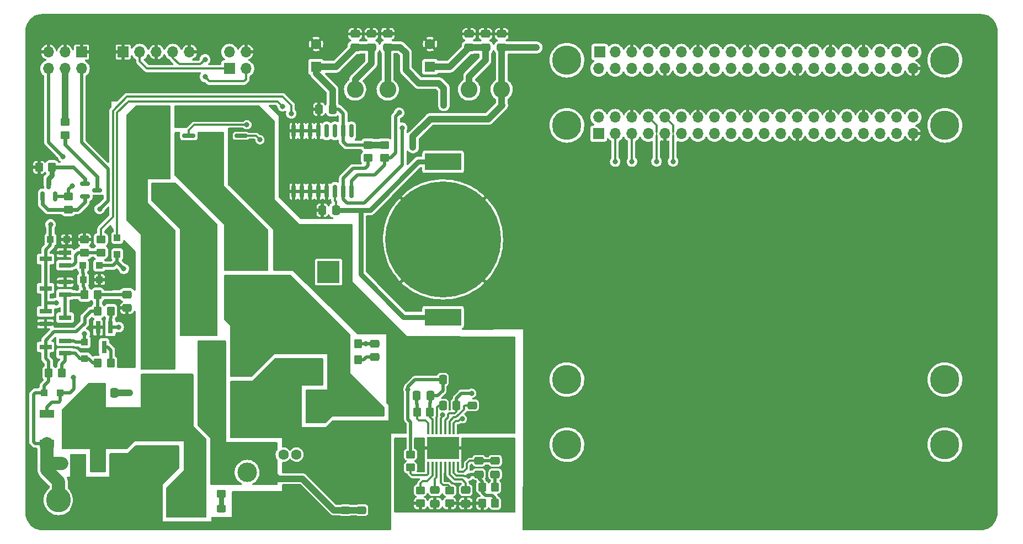
<source format=gbr>
%TF.GenerationSoftware,KiCad,Pcbnew,6.0.11+dfsg-1*%
%TF.CreationDate,2024-10-07T14:27:48+03:00*%
%TF.ProjectId,rpi-extension,7270692d-6578-4746-956e-73696f6e2e6b,rev?*%
%TF.SameCoordinates,Original*%
%TF.FileFunction,Copper,L1,Top*%
%TF.FilePolarity,Positive*%
%FSLAX46Y46*%
G04 Gerber Fmt 4.6, Leading zero omitted, Abs format (unit mm)*
G04 Created by KiCad (PCBNEW 6.0.11+dfsg-1) date 2024-10-07 14:27:48*
%MOMM*%
%LPD*%
G01*
G04 APERTURE LIST*
G04 Aperture macros list*
%AMRoundRect*
0 Rectangle with rounded corners*
0 $1 Rounding radius*
0 $2 $3 $4 $5 $6 $7 $8 $9 X,Y pos of 4 corners*
0 Add a 4 corners polygon primitive as box body*
4,1,4,$2,$3,$4,$5,$6,$7,$8,$9,$2,$3,0*
0 Add four circle primitives for the rounded corners*
1,1,$1+$1,$2,$3*
1,1,$1+$1,$4,$5*
1,1,$1+$1,$6,$7*
1,1,$1+$1,$8,$9*
0 Add four rect primitives between the rounded corners*
20,1,$1+$1,$2,$3,$4,$5,0*
20,1,$1+$1,$4,$5,$6,$7,0*
20,1,$1+$1,$6,$7,$8,$9,0*
20,1,$1+$1,$8,$9,$2,$3,0*%
G04 Aperture macros list end*
%TA.AperFunction,ComponentPad*%
%ADD10R,1.700000X1.700000*%
%TD*%
%TA.AperFunction,ComponentPad*%
%ADD11O,1.700000X1.700000*%
%TD*%
%TA.AperFunction,SMDPad,CuDef*%
%ADD12RoundRect,0.250000X-0.475000X0.337500X-0.475000X-0.337500X0.475000X-0.337500X0.475000X0.337500X0*%
%TD*%
%TA.AperFunction,SMDPad,CuDef*%
%ADD13RoundRect,0.250000X0.337500X0.475000X-0.337500X0.475000X-0.337500X-0.475000X0.337500X-0.475000X0*%
%TD*%
%TA.AperFunction,SMDPad,CuDef*%
%ADD14RoundRect,0.250000X-0.450000X0.350000X-0.450000X-0.350000X0.450000X-0.350000X0.450000X0.350000X0*%
%TD*%
%TA.AperFunction,SMDPad,CuDef*%
%ADD15R,3.500000X3.500000*%
%TD*%
%TA.AperFunction,SMDPad,CuDef*%
%ADD16R,0.800000X1.900000*%
%TD*%
%TA.AperFunction,ComponentPad*%
%ADD17C,4.500000*%
%TD*%
%TA.AperFunction,SMDPad,CuDef*%
%ADD18RoundRect,0.250000X0.475000X-0.337500X0.475000X0.337500X-0.475000X0.337500X-0.475000X-0.337500X0*%
%TD*%
%TA.AperFunction,SMDPad,CuDef*%
%ADD19RoundRect,0.150000X0.825000X0.150000X-0.825000X0.150000X-0.825000X-0.150000X0.825000X-0.150000X0*%
%TD*%
%TA.AperFunction,SMDPad,CuDef*%
%ADD20RoundRect,0.250000X0.350000X0.450000X-0.350000X0.450000X-0.350000X-0.450000X0.350000X-0.450000X0*%
%TD*%
%TA.AperFunction,SMDPad,CuDef*%
%ADD21RoundRect,0.250000X-0.337500X-0.475000X0.337500X-0.475000X0.337500X0.475000X-0.337500X0.475000X0*%
%TD*%
%TA.AperFunction,SMDPad,CuDef*%
%ADD22R,1.900000X0.800000*%
%TD*%
%TA.AperFunction,SMDPad,CuDef*%
%ADD23R,1.000000X1.000000*%
%TD*%
%TA.AperFunction,ComponentPad*%
%ADD24C,2.600000*%
%TD*%
%TA.AperFunction,SMDPad,CuDef*%
%ADD25RoundRect,0.250000X0.450000X-0.325000X0.450000X0.325000X-0.450000X0.325000X-0.450000X-0.325000X0*%
%TD*%
%TA.AperFunction,ComponentPad*%
%ADD26R,2.000000X2.000000*%
%TD*%
%TA.AperFunction,ComponentPad*%
%ADD27C,2.000000*%
%TD*%
%TA.AperFunction,ComponentPad*%
%ADD28R,1.600000X1.600000*%
%TD*%
%TA.AperFunction,ComponentPad*%
%ADD29C,1.600000*%
%TD*%
%TA.AperFunction,SMDPad,CuDef*%
%ADD30RoundRect,0.150000X-0.587500X-0.150000X0.587500X-0.150000X0.587500X0.150000X-0.587500X0.150000X0*%
%TD*%
%TA.AperFunction,SMDPad,CuDef*%
%ADD31RoundRect,0.250000X0.450000X-0.350000X0.450000X0.350000X-0.450000X0.350000X-0.450000X-0.350000X0*%
%TD*%
%TA.AperFunction,SMDPad,CuDef*%
%ADD32RoundRect,0.250000X-0.350000X-0.450000X0.350000X-0.450000X0.350000X0.450000X-0.350000X0.450000X0*%
%TD*%
%TA.AperFunction,SMDPad,CuDef*%
%ADD33RoundRect,0.150000X0.150000X-0.587500X0.150000X0.587500X-0.150000X0.587500X-0.150000X-0.587500X0*%
%TD*%
%TA.AperFunction,SMDPad,CuDef*%
%ADD34RoundRect,0.150000X-0.150000X0.875000X-0.150000X-0.875000X0.150000X-0.875000X0.150000X0.875000X0*%
%TD*%
%TA.AperFunction,SMDPad,CuDef*%
%ADD35R,5.560000X2.600000*%
%TD*%
%TA.AperFunction,SMDPad,CuDef*%
%ADD36C,17.800000*%
%TD*%
%TA.AperFunction,SMDPad,CuDef*%
%ADD37RoundRect,0.100000X0.100000X-0.687500X0.100000X0.687500X-0.100000X0.687500X-0.100000X-0.687500X0*%
%TD*%
%TA.AperFunction,ComponentPad*%
%ADD38C,0.500000*%
%TD*%
%TA.AperFunction,SMDPad,CuDef*%
%ADD39R,5.000000X3.400000*%
%TD*%
%TA.AperFunction,ComponentPad*%
%ADD40C,3.000000*%
%TD*%
%TA.AperFunction,ComponentPad*%
%ADD41R,3.800000X3.800000*%
%TD*%
%TA.AperFunction,ComponentPad*%
%ADD42C,3.800000*%
%TD*%
%TA.AperFunction,SMDPad,CuDef*%
%ADD43R,2.200000X1.200000*%
%TD*%
%TA.AperFunction,SMDPad,CuDef*%
%ADD44R,6.400000X5.800000*%
%TD*%
%TA.AperFunction,ViaPad*%
%ADD45C,0.800000*%
%TD*%
%TA.AperFunction,Conductor*%
%ADD46C,0.500000*%
%TD*%
%TA.AperFunction,Conductor*%
%ADD47C,0.300000*%
%TD*%
%TA.AperFunction,Conductor*%
%ADD48C,0.200000*%
%TD*%
%TA.AperFunction,Conductor*%
%ADD49C,1.000000*%
%TD*%
%TA.AperFunction,Conductor*%
%ADD50C,2.000000*%
%TD*%
%TA.AperFunction,Conductor*%
%ADD51C,0.800000*%
%TD*%
%TA.AperFunction,Conductor*%
%ADD52C,0.600000*%
%TD*%
G04 APERTURE END LIST*
D10*
%TO.P,J5,1,Pin_1*%
%TO.N,GND*%
X69025000Y-56230000D03*
D11*
%TO.P,J5,2,Pin_2*%
%TO.N,/Inter Connect/PWR_KEY*%
X69025000Y-58770000D03*
%TO.P,J5,3,Pin_3*%
%TO.N,GND*%
X66485000Y-56230000D03*
%TO.P,J5,4,Pin_4*%
%TO.N,/Inter Connect/PWR_LED*%
X66485000Y-58770000D03*
%TO.P,J5,5,Pin_5*%
%TO.N,GND*%
X63945000Y-56230000D03*
%TO.P,J5,6,Pin_6*%
%TO.N,/Inter Connect/RST_KEY*%
X63945000Y-58770000D03*
%TD*%
D10*
%TO.P,J2,1,Pin_1*%
%TO.N,/Inter Connect/3V3P_F*%
X148370000Y-68770000D03*
D11*
%TO.P,J2,2,Pin_2*%
%TO.N,/Inter Connect/5VP_F*%
X148370000Y-66230000D03*
%TO.P,J2,3,Pin_3*%
%TO.N,/Inter Connect/GPIO2(SDA)*%
X150910000Y-68770000D03*
%TO.P,J2,4,Pin_4*%
%TO.N,/Inter Connect/5VP_F*%
X150910000Y-66230000D03*
%TO.P,J2,5,Pin_5*%
%TO.N,/Inter Connect/GPIO3(SCL)*%
X153450000Y-68770000D03*
%TO.P,J2,6,Pin_6*%
%TO.N,GND*%
X153450000Y-66230000D03*
%TO.P,J2,7,Pin_7*%
%TO.N,/Inter Connect/GPIO4(GPCLK0)*%
X155990000Y-68770000D03*
%TO.P,J2,8,Pin_8*%
%TO.N,/Inter Connect/GPIO14(TXD)*%
X155990000Y-66230000D03*
%TO.P,J2,9,Pin_9*%
%TO.N,GND*%
X158530000Y-68770000D03*
%TO.P,J2,10,Pin_10*%
%TO.N,/Inter Connect/GPIO15(RXD)*%
X158530000Y-66230000D03*
%TO.P,J2,11,Pin_11*%
%TO.N,/Inter Connect/GPIO17*%
X161070000Y-68770000D03*
%TO.P,J2,12,Pin_12*%
%TO.N,/Inter Connect/GPIO18(PCM_CLK)*%
X161070000Y-66230000D03*
%TO.P,J2,13,Pin_13*%
%TO.N,/Inter Connect/GPIO27*%
X163610000Y-68770000D03*
%TO.P,J2,14,Pin_14*%
%TO.N,GND*%
X163610000Y-66230000D03*
%TO.P,J2,15,Pin_15*%
%TO.N,/Inter Connect/GPIO22*%
X166150000Y-68770000D03*
%TO.P,J2,16,Pin_16*%
%TO.N,/Inter Connect/GPIO23*%
X166150000Y-66230000D03*
%TO.P,J2,17,Pin_17*%
%TO.N,/Inter Connect/3V3P_F*%
X168690000Y-68770000D03*
%TO.P,J2,18,Pin_18*%
%TO.N,/Inter Connect/GPIO24*%
X168690000Y-66230000D03*
%TO.P,J2,19,Pin_19*%
%TO.N,/Inter Connect/GPIO10(MOSI)*%
X171230000Y-68770000D03*
%TO.P,J2,20,Pin_20*%
%TO.N,GND*%
X171230000Y-66230000D03*
%TO.P,J2,21,Pin_21*%
%TO.N,/Inter Connect/GPIO9(MISO)*%
X173770000Y-68770000D03*
%TO.P,J2,22,Pin_22*%
%TO.N,/Inter Connect/GPIO25*%
X173770000Y-66230000D03*
%TO.P,J2,23,Pin_23*%
%TO.N,/Inter Connect/GPIO11(SCLK)*%
X176310000Y-68770000D03*
%TO.P,J2,24,Pin_24*%
%TO.N,/Inter Connect/GPIO8(CE0)*%
X176310000Y-66230000D03*
%TO.P,J2,25,Pin_25*%
%TO.N,GND*%
X178850000Y-68770000D03*
%TO.P,J2,26,Pin_26*%
%TO.N,/Inter Connect/GPIO7(CE1)*%
X178850000Y-66230000D03*
%TO.P,J2,27,Pin_27*%
%TO.N,/Inter Connect/GPIO0(ID_SD)*%
X181390000Y-68770000D03*
%TO.P,J2,28,Pin_28*%
%TO.N,/Inter Connect/GPIO1(ID_SC)*%
X181390000Y-66230000D03*
%TO.P,J2,29,Pin_29*%
%TO.N,/Inter Connect/GPIO5*%
X183930000Y-68770000D03*
%TO.P,J2,30,Pin_30*%
%TO.N,GND*%
X183930000Y-66230000D03*
%TO.P,J2,31,Pin_31*%
%TO.N,/Inter Connect/GPIO6*%
X186470000Y-68770000D03*
%TO.P,J2,32,Pin_32*%
%TO.N,/Inter Connect/GPIO12(PWM0)*%
X186470000Y-66230000D03*
%TO.P,J2,33,Pin_33*%
%TO.N,/Inter Connect/GPIO13(PWM1)*%
X189010000Y-68770000D03*
%TO.P,J2,34,Pin_34*%
%TO.N,GND*%
X189010000Y-66230000D03*
%TO.P,J2,35,Pin_35*%
%TO.N,/Inter Connect/GPIO19(PCM_FS)*%
X191550000Y-68770000D03*
%TO.P,J2,36,Pin_36*%
%TO.N,/Inter Connect/GPIO16*%
X191550000Y-66230000D03*
%TO.P,J2,37,Pin_37*%
%TO.N,/Inter Connect/GPIO26*%
X194090000Y-68770000D03*
%TO.P,J2,38,Pin_38*%
%TO.N,/Inter Connect/GPIO20(PCM_DIN)*%
X194090000Y-66230000D03*
%TO.P,J2,39,Pin_39*%
%TO.N,GND*%
X196630000Y-68770000D03*
%TO.P,J2,40,Pin_40*%
%TO.N,/Inter Connect/GPIO21(PCM_DOUT)*%
X196630000Y-66230000D03*
%TD*%
D12*
%TO.P,C34,1*%
%TO.N,GND*%
X112000000Y-124462500D03*
%TO.P,C34,2*%
%TO.N,+5V*%
X112000000Y-126537500D03*
%TD*%
D13*
%TO.P,C11,1*%
%TO.N,GND*%
X68037500Y-119375000D03*
%TO.P,C11,2*%
%TO.N,+BAT*%
X65962500Y-119375000D03*
%TD*%
D12*
%TO.P,C6,1*%
%TO.N,GND*%
X113500000Y-53462500D03*
%TO.P,C6,2*%
%TO.N,/Inter Connect/3V3P_F*%
X113500000Y-55537500D03*
%TD*%
D14*
%TO.P,R17,1*%
%TO.N,+5V*%
X90500000Y-122000000D03*
%TO.P,R17,2*%
%TO.N,Net-(D8-Pad2)*%
X90500000Y-124000000D03*
%TD*%
D13*
%TO.P,C23,1*%
%TO.N,GND*%
X84037500Y-65500000D03*
%TO.P,C23,2*%
%TO.N,/DC-DC/VIN*%
X81962500Y-65500000D03*
%TD*%
D15*
%TO.P,L1,*%
%TO.N,*%
X106925000Y-90000000D03*
%TO.P,L1,1,1*%
%TO.N,/DC-DC/SW*%
X94075000Y-85500000D03*
%TO.P,L1,2,2*%
%TO.N,/DC-DC/VOUT*%
X94075000Y-94500000D03*
%TD*%
D14*
%TO.P,R1,1*%
%TO.N,/Inter Connect/3V3P_F*%
X113000000Y-70500000D03*
%TO.P,R1,2*%
%TO.N,/Inter Connect/GPIO2(SDA)*%
X113000000Y-72500000D03*
%TD*%
D16*
%TO.P,Q4,1,G*%
%TO.N,/Inter Connect/RST_KEY*%
X73450000Y-98500000D03*
%TO.P,Q4,2,S*%
%TO.N,GND*%
X71550000Y-98500000D03*
%TO.P,Q4,3,D*%
%TO.N,Net-(Q4-Pad3)*%
X72500000Y-101500000D03*
%TD*%
D17*
%TO.P,REF\u002A\u002A,1*%
%TO.N,N/C*%
X143500000Y-116500000D03*
%TD*%
D13*
%TO.P,C17,1*%
%TO.N,/DC-DC/VIN*%
X122537500Y-109000000D03*
%TO.P,C17,2*%
%TO.N,Net-(C17-Pad2)*%
X120462500Y-109000000D03*
%TD*%
D18*
%TO.P,C26,1*%
%TO.N,GND*%
X111500000Y-113537500D03*
%TO.P,C26,2*%
%TO.N,/DC-DC/VOUT*%
X111500000Y-111462500D03*
%TD*%
D12*
%TO.P,C21,1*%
%TO.N,Net-(C14-Pad1)*%
X114000000Y-100962500D03*
%TO.P,C21,2*%
%TO.N,Net-(C21-Pad2)*%
X114000000Y-103037500D03*
%TD*%
D13*
%TO.P,C30,1*%
%TO.N,GND*%
X74037500Y-108500000D03*
%TO.P,C30,2*%
%TO.N,+PWR*%
X71962500Y-108500000D03*
%TD*%
D19*
%TO.P,Q9,1,S*%
%TO.N,/DC-DC/SW*%
X85475000Y-72905000D03*
%TO.P,Q9,2,S*%
X85475000Y-71635000D03*
%TO.P,Q9,3,S*%
X85475000Y-70365000D03*
%TO.P,Q9,4,G*%
%TO.N,Net-(Q9-Pad4)*%
X85475000Y-69095000D03*
%TO.P,Q9,5,D*%
%TO.N,/DC-DC/VIN*%
X80525000Y-69095000D03*
%TO.P,Q9,6,D*%
X80525000Y-70365000D03*
%TO.P,Q9,7,D*%
X80525000Y-71635000D03*
%TO.P,Q9,8,D*%
X80525000Y-72905000D03*
%TD*%
D17*
%TO.P,REF\u002A\u002A,1*%
%TO.N,N/C*%
X143500000Y-57500000D03*
%TD*%
%TO.P,REF\u002A\u002A,1*%
%TO.N,N/C*%
X201500000Y-67500000D03*
%TD*%
D18*
%TO.P,C15,1*%
%TO.N,GND*%
X123265000Y-125537500D03*
%TO.P,C15,2*%
%TO.N,Net-(C15-Pad2)*%
X123265000Y-123462500D03*
%TD*%
D12*
%TO.P,C3,1*%
%TO.N,GND*%
X128500000Y-53462500D03*
%TO.P,C3,2*%
%TO.N,/Inter Connect/5VP_F*%
X128500000Y-55537500D03*
%TD*%
D17*
%TO.P,REF\u002A\u002A,1*%
%TO.N,N/C*%
X201500000Y-57500000D03*
%TD*%
D20*
%TO.P,R12,1*%
%TO.N,Net-(C13-Pad1)*%
X132500000Y-123000000D03*
%TO.P,R12,2*%
%TO.N,Net-(C14-Pad1)*%
X130500000Y-123000000D03*
%TD*%
D12*
%TO.P,C7,1*%
%TO.N,GND*%
X111000000Y-53462500D03*
%TO.P,C7,2*%
%TO.N,/Inter Connect/3V3P_F*%
X111000000Y-55537500D03*
%TD*%
D14*
%TO.P,R3,1*%
%TO.N,/Inter Connect/3V3P_F*%
X115500000Y-70500000D03*
%TO.P,R3,2*%
%TO.N,/Inter Connect/GPIO3(SCL)*%
X115500000Y-72500000D03*
%TD*%
D18*
%TO.P,C27,1*%
%TO.N,GND*%
X109000000Y-113537500D03*
%TO.P,C27,2*%
%TO.N,/DC-DC/VOUT*%
X109000000Y-111462500D03*
%TD*%
D17*
%TO.P,REF\u002A\u002A,1*%
%TO.N,N/C*%
X201500000Y-106500000D03*
%TD*%
D21*
%TO.P,C12,1*%
%TO.N,GND*%
X105962500Y-80500000D03*
%TO.P,C12,2*%
%TO.N,Net-(BT1-Pad1)*%
X108037500Y-80500000D03*
%TD*%
D22*
%TO.P,Q1,1,G*%
%TO.N,/Inter Connect/RST_KEY*%
X63500000Y-96050000D03*
%TO.P,Q1,2,S*%
%TO.N,GND*%
X63500000Y-97950000D03*
%TO.P,Q1,3,D*%
%TO.N,Net-(D2-Pad1)*%
X66500000Y-97000000D03*
%TD*%
D23*
%TO.P,D6,1,K*%
%TO.N,+BAT*%
X63250000Y-108500000D03*
%TO.P,D6,2,A*%
%TO.N,Net-(D5-Pad2)*%
X65750000Y-108500000D03*
%TD*%
D24*
%TO.P,FB2,1*%
%TO.N,/Inter Connect/3V3P*%
X116000000Y-62000000D03*
%TO.P,FB2,2*%
%TO.N,/Inter Connect/3V3P_F*%
X111000000Y-62000000D03*
%TD*%
D25*
%TO.P,D8,1,K*%
%TO.N,GND*%
X90500000Y-128375000D03*
%TO.P,D8,2,A*%
%TO.N,Net-(D8-Pad2)*%
X90500000Y-126325000D03*
%TD*%
D26*
%TO.P,C33,1*%
%TO.N,+PWR*%
X81500000Y-113529292D03*
D27*
%TO.P,C33,2*%
%TO.N,GND*%
X81500000Y-118529292D03*
%TD*%
D28*
%TO.P,C29,1*%
%TO.N,/DC-DC/VOUT*%
X103000000Y-101000000D03*
D29*
%TO.P,C29,2*%
%TO.N,GND*%
X103000000Y-104500000D03*
%TD*%
D13*
%TO.P,C32,1*%
%TO.N,GND*%
X74037500Y-119500000D03*
%TO.P,C32,2*%
%TO.N,+PWR*%
X71962500Y-119500000D03*
%TD*%
D30*
%TO.P,Q8,1,B*%
%TO.N,Net-(Q7-Pad3)*%
X69562500Y-76487500D03*
%TO.P,Q8,2,E*%
%TO.N,Net-(Q7-Pad1)*%
X69562500Y-78387500D03*
%TO.P,Q8,3,C*%
%TO.N,Net-(Q8-Pad3)*%
X71437500Y-77437500D03*
%TD*%
D23*
%TO.P,D3,1,K*%
%TO.N,/Inter Connect/PWR_KEY*%
X71750000Y-89000000D03*
%TO.P,D3,2,A*%
%TO.N,Net-(D2-Pad1)*%
X69250000Y-89000000D03*
%TD*%
%TO.P,D5,1,K*%
%TO.N,Net-(D5-Pad1)*%
X69500000Y-103250000D03*
%TO.P,D5,2,A*%
%TO.N,Net-(D5-Pad2)*%
X69500000Y-100750000D03*
%TD*%
D14*
%TO.P,R10,1*%
%TO.N,+PWR*%
X67000000Y-78437500D03*
%TO.P,R10,2*%
%TO.N,Net-(Q7-Pad1)*%
X67000000Y-80437500D03*
%TD*%
D18*
%TO.P,C13,1*%
%TO.N,Net-(C13-Pad1)*%
X132500000Y-121037500D03*
%TO.P,C13,2*%
%TO.N,Net-(C13-Pad2)*%
X132500000Y-118962500D03*
%TD*%
D23*
%TO.P,D1,1,K*%
%TO.N,/Inter Connect/RST_KEY*%
X64250000Y-85000000D03*
%TO.P,D1,2,A*%
%TO.N,GND*%
X66750000Y-85000000D03*
%TD*%
D28*
%TO.P,C8,1*%
%TO.N,/Inter Connect/3V3P_F*%
X105000000Y-58500000D03*
D29*
%TO.P,C8,2*%
%TO.N,GND*%
X105000000Y-55000000D03*
%TD*%
D21*
%TO.P,C10,1*%
%TO.N,GND*%
X105462500Y-65000000D03*
%TO.P,C10,2*%
%TO.N,/Inter Connect/3V3P_F*%
X107537500Y-65000000D03*
%TD*%
D18*
%TO.P,C24,1*%
%TO.N,GND*%
X114000000Y-113537500D03*
%TO.P,C24,2*%
%TO.N,/DC-DC/VOUT*%
X114000000Y-111462500D03*
%TD*%
D31*
%TO.P,R13,1*%
%TO.N,GND*%
X121000000Y-125500000D03*
%TO.P,R13,2*%
%TO.N,Net-(R13-Pad2)*%
X121000000Y-123500000D03*
%TD*%
D26*
%TO.P,C28,1*%
%TO.N,/DC-DC/VIN*%
X81132323Y-95000000D03*
D27*
%TO.P,C28,2*%
%TO.N,GND*%
X86132323Y-95000000D03*
%TD*%
D20*
%TO.P,R2,1*%
%TO.N,+BAT*%
X71500000Y-93500000D03*
%TO.P,R2,2*%
%TO.N,Net-(D2-Pad1)*%
X69500000Y-93500000D03*
%TD*%
D32*
%TO.P,R4,1*%
%TO.N,+BAT*%
X71500000Y-96000000D03*
%TO.P,R4,2*%
%TO.N,/Inter Connect/RST_KEY*%
X73500000Y-96000000D03*
%TD*%
D17*
%TO.P,REF\u002A\u002A,1*%
%TO.N,N/C*%
X143500000Y-67500000D03*
%TD*%
D33*
%TO.P,Q7,1,B*%
%TO.N,Net-(Q7-Pad1)*%
X63050000Y-78375000D03*
%TO.P,Q7,2,E*%
%TO.N,+PWR*%
X64950000Y-78375000D03*
%TO.P,Q7,3,C*%
%TO.N,Net-(Q7-Pad3)*%
X64000000Y-76500000D03*
%TD*%
D20*
%TO.P,R20,1*%
%TO.N,Net-(C14-Pad1)*%
X132500000Y-125500000D03*
%TO.P,R20,2*%
%TO.N,GND*%
X130500000Y-125500000D03*
%TD*%
D22*
%TO.P,Q2,1,G*%
%TO.N,Net-(D2-Pad1)*%
X66500000Y-93450000D03*
%TO.P,Q2,2,S*%
%TO.N,GND*%
X66500000Y-91550000D03*
%TO.P,Q2,3,D*%
%TO.N,/Inter Connect/RST_KEY*%
X63500000Y-92500000D03*
%TD*%
D32*
%TO.P,R19,1*%
%TO.N,/DC-DC/VOUT*%
X109500000Y-101000000D03*
%TO.P,R19,2*%
%TO.N,Net-(C14-Pad1)*%
X111500000Y-101000000D03*
%TD*%
D23*
%TO.P,D2,1,K*%
%TO.N,Net-(D2-Pad1)*%
X69275000Y-91175000D03*
%TO.P,D2,2,A*%
%TO.N,GND*%
X71775000Y-91175000D03*
%TD*%
D10*
%TO.P,J3,1,Pin_1*%
%TO.N,/Inter Connect/GPIO2(SDA)*%
X91725000Y-58770000D03*
D11*
%TO.P,J3,2,Pin_2*%
%TO.N,/Inter Connect/5VP*%
X91725000Y-56230000D03*
%TO.P,J3,3,Pin_3*%
%TO.N,/Inter Connect/GPIO3(SCL)*%
X94265000Y-58770000D03*
%TO.P,J3,4,Pin_4*%
%TO.N,GND*%
X94265000Y-56230000D03*
%TD*%
D18*
%TO.P,C9,1*%
%TO.N,GND*%
X76000000Y-95537500D03*
%TO.P,C9,2*%
%TO.N,+BAT*%
X76000000Y-93462500D03*
%TD*%
D20*
%TO.P,R9,1*%
%TO.N,Net-(Q7-Pad3)*%
X64500000Y-73937500D03*
%TO.P,R9,2*%
%TO.N,GND*%
X62500000Y-73937500D03*
%TD*%
D31*
%TO.P,R5,1*%
%TO.N,Net-(Q3-Pad1)*%
X69500000Y-87000000D03*
%TO.P,R5,2*%
%TO.N,GND*%
X69500000Y-85000000D03*
%TD*%
%TO.P,R6,1*%
%TO.N,Net-(Q3-Pad1)*%
X72000000Y-87000000D03*
%TO.P,R6,2*%
%TO.N,/Inter Connect/GPIO15(RXD)*%
X72000000Y-85000000D03*
%TD*%
%TO.P,R14,1*%
%TO.N,GND*%
X125500000Y-125500000D03*
%TO.P,R14,2*%
%TO.N,Net-(R14-Pad2)*%
X125500000Y-123500000D03*
%TD*%
D32*
%TO.P,R18,1*%
%TO.N,/DC-DC/VOUT*%
X109500000Y-103500000D03*
%TO.P,R18,2*%
%TO.N,Net-(C21-Pad2)*%
X111500000Y-103500000D03*
%TD*%
D28*
%TO.P,C4,1*%
%TO.N,/Inter Connect/5VP_F*%
X122500000Y-58500000D03*
D29*
%TO.P,C4,2*%
%TO.N,GND*%
X122500000Y-55000000D03*
%TD*%
D13*
%TO.P,C20,1*%
%TO.N,GND*%
X126537500Y-106500000D03*
%TO.P,C20,2*%
%TO.N,/DC-DC/VIN*%
X124462500Y-106500000D03*
%TD*%
D34*
%TO.P,U1,1,32KHZ*%
%TO.N,unconnected-(U1-Pad1)*%
X110445000Y-68350000D03*
%TO.P,U1,2,VCC*%
%TO.N,/Inter Connect/3V3P_F*%
X109175000Y-68350000D03*
%TO.P,U1,3,~{INT}/SQW*%
%TO.N,unconnected-(U1-Pad3)*%
X107905000Y-68350000D03*
%TO.P,U1,4,~{RST}*%
%TO.N,unconnected-(U1-Pad4)*%
X106635000Y-68350000D03*
%TO.P,U1,5,GND*%
%TO.N,GND*%
X105365000Y-68350000D03*
%TO.P,U1,6,GND*%
X104095000Y-68350000D03*
%TO.P,U1,7,GND*%
X102825000Y-68350000D03*
%TO.P,U1,8,GND*%
X101555000Y-68350000D03*
%TO.P,U1,9,GND*%
X101555000Y-77650000D03*
%TO.P,U1,10,GND*%
X102825000Y-77650000D03*
%TO.P,U1,11,GND*%
X104095000Y-77650000D03*
%TO.P,U1,12,GND*%
X105365000Y-77650000D03*
%TO.P,U1,13,GND*%
X106635000Y-77650000D03*
%TO.P,U1,14,VBAT*%
%TO.N,Net-(BT1-Pad1)*%
X107905000Y-77650000D03*
%TO.P,U1,15,SDA*%
%TO.N,/Inter Connect/GPIO2(SDA)*%
X109175000Y-77650000D03*
%TO.P,U1,16,SCL*%
%TO.N,/Inter Connect/GPIO3(SCL)*%
X110445000Y-77650000D03*
%TD*%
D35*
%TO.P,BT1,1,+*%
%TO.N,Net-(BT1-Pad1)*%
X124500000Y-73095000D03*
X124500000Y-96905000D03*
D36*
%TO.P,BT1,2,-*%
%TO.N,GND*%
X124500000Y-85000000D03*
%TD*%
D31*
%TO.P,R11,1*%
%TO.N,Net-(Q8-Pad3)*%
X66500000Y-69000000D03*
%TO.P,R11,2*%
%TO.N,/Inter Connect/PWR_LED*%
X66500000Y-67000000D03*
%TD*%
D23*
%TO.P,D4,1,K*%
%TO.N,/Inter Connect/PWR_KEY*%
X74500000Y-87250000D03*
%TO.P,D4,2,A*%
%TO.N,/Inter Connect/GPIO14(TXD)*%
X74500000Y-84750000D03*
%TD*%
D19*
%TO.P,Q10,1,S*%
%TO.N,GND*%
X93475000Y-72905000D03*
%TO.P,Q10,2,S*%
X93475000Y-71635000D03*
%TO.P,Q10,3,S*%
X93475000Y-70365000D03*
%TO.P,Q10,4,G*%
%TO.N,Net-(Q10-Pad4)*%
X93475000Y-69095000D03*
%TO.P,Q10,5,D*%
%TO.N,/DC-DC/SW*%
X88525000Y-69095000D03*
%TO.P,Q10,6,D*%
X88525000Y-70365000D03*
%TO.P,Q10,7,D*%
X88525000Y-71635000D03*
%TO.P,Q10,8,D*%
X88525000Y-72905000D03*
%TD*%
D17*
%TO.P,REF\u002A\u002A,1*%
%TO.N,N/C*%
X201500000Y-116500000D03*
%TD*%
D28*
%TO.P,C36,1*%
%TO.N,+5V*%
X89500000Y-112500000D03*
D29*
%TO.P,C36,2*%
%TO.N,GND*%
X93000000Y-112500000D03*
%TD*%
D17*
%TO.P,REF\u002A\u002A,1*%
%TO.N,N/C*%
X143500000Y-106500000D03*
%TD*%
D32*
%TO.P,R8,1*%
%TO.N,Net-(D5-Pad1)*%
X71500000Y-104000000D03*
%TO.P,R8,2*%
%TO.N,Net-(Q4-Pad3)*%
X73500000Y-104000000D03*
%TD*%
D24*
%TO.P,FB4,1*%
%TO.N,/DC-DC/VOUT*%
X94000000Y-103000000D03*
%TO.P,FB4,2*%
%TO.N,+5V*%
X89000000Y-103000000D03*
%TD*%
D18*
%TO.P,C22,1*%
%TO.N,GND*%
X81500000Y-77037500D03*
%TO.P,C22,2*%
%TO.N,/DC-DC/VIN*%
X81500000Y-74962500D03*
%TD*%
D28*
%TO.P,C31,1*%
%TO.N,/DC-DC/VOUT*%
X104860604Y-111500000D03*
D29*
%TO.P,C31,2*%
%TO.N,GND*%
X101360604Y-111500000D03*
%TD*%
D18*
%TO.P,C16,1*%
%TO.N,GND*%
X128000000Y-125537500D03*
%TO.P,C16,2*%
%TO.N,Net-(C16-Pad2)*%
X128000000Y-123462500D03*
%TD*%
D24*
%TO.P,FB3,1*%
%TO.N,/DC-DC/VIN*%
X80500000Y-102500000D03*
%TO.P,FB3,2*%
%TO.N,+PWR*%
X80500000Y-107500000D03*
%TD*%
D22*
%TO.P,Q3,1,G*%
%TO.N,Net-(Q3-Pad1)*%
X66500000Y-88950000D03*
%TO.P,Q3,2,S*%
%TO.N,GND*%
X66500000Y-87050000D03*
%TO.P,Q3,3,D*%
%TO.N,/Inter Connect/RST_KEY*%
X63500000Y-88000000D03*
%TD*%
D24*
%TO.P,FB1,1*%
%TO.N,/Inter Connect/5VP*%
X133500000Y-62000000D03*
%TO.P,FB1,2*%
%TO.N,/Inter Connect/5VP_F*%
X128500000Y-62000000D03*
%TD*%
D37*
%TO.P,U2,1,KFF*%
%TO.N,Net-(R15-Pad1)*%
X122225000Y-119862500D03*
%TO.P,U2,2,RT*%
%TO.N,Net-(R13-Pad2)*%
X122875000Y-119862500D03*
%TO.P,U2,3,BP5*%
%TO.N,Net-(C15-Pad2)*%
X123525000Y-119862500D03*
%TO.P,U2,4,SYNC*%
%TO.N,Net-(R14-Pad2)*%
X124175000Y-119862500D03*
%TO.P,U2,5,SGND*%
%TO.N,GND*%
X124825000Y-119862500D03*
%TO.P,U2,6,SS/SD*%
%TO.N,Net-(C16-Pad2)*%
X125475000Y-119862500D03*
%TO.P,U2,7,VFB*%
%TO.N,Net-(C14-Pad1)*%
X126125000Y-119862500D03*
%TO.P,U2,8,COMP*%
%TO.N,Net-(C13-Pad2)*%
X126775000Y-119862500D03*
%TO.P,U2,9,PGND*%
%TO.N,GND*%
X126775000Y-114137500D03*
%TO.P,U2,10,LDRV*%
%TO.N,Net-(Q10-Pad4)*%
X126125000Y-114137500D03*
%TO.P,U2,11,BP10*%
%TO.N,Net-(C19-Pad2)*%
X125475000Y-114137500D03*
%TO.P,U2,12,SW*%
%TO.N,/DC-DC/SW*%
X124825000Y-114137500D03*
%TO.P,U2,13,HDRV*%
%TO.N,Net-(Q9-Pad4)*%
X124175000Y-114137500D03*
%TO.P,U2,14,BOOST*%
%TO.N,Net-(C18-Pad2)*%
X123525000Y-114137500D03*
%TO.P,U2,15,VIN*%
%TO.N,/DC-DC/VIN*%
X122875000Y-114137500D03*
%TO.P,U2,16,ILIM*%
%TO.N,Net-(C17-Pad2)*%
X122225000Y-114137500D03*
D38*
%TO.P,U2,17,EPAD*%
%TO.N,GND*%
X124500000Y-116250000D03*
X124500000Y-117750000D03*
X123000000Y-116250000D03*
X126000000Y-117750000D03*
X123000000Y-117750000D03*
X126000000Y-116250000D03*
D39*
X124500000Y-117000000D03*
%TD*%
D12*
%TO.P,C5,1*%
%TO.N,GND*%
X116000000Y-53425000D03*
%TO.P,C5,2*%
%TO.N,/Inter Connect/3V3P*%
X116000000Y-55500000D03*
%TD*%
D10*
%TO.P,J4,1,Pin_1*%
%TO.N,GND*%
X75425000Y-56230000D03*
D11*
%TO.P,J4,2,Pin_2*%
%TO.N,/Inter Connect/GPIO2(SDA)*%
X77965000Y-56230000D03*
%TO.P,J4,3,Pin_3*%
%TO.N,GND*%
X80505000Y-56230000D03*
%TO.P,J4,4,Pin_4*%
%TO.N,/Inter Connect/GPIO3(SCL)*%
X83045000Y-56230000D03*
%TO.P,J4,5,Pin_5*%
%TO.N,GND*%
X85585000Y-56230000D03*
%TD*%
D18*
%TO.P,C19,1*%
%TO.N,GND*%
X129000000Y-112537500D03*
%TO.P,C19,2*%
%TO.N,Net-(C19-Pad2)*%
X129000000Y-110462500D03*
%TD*%
D31*
%TO.P,R15,1*%
%TO.N,Net-(R15-Pad1)*%
X119500000Y-120000000D03*
%TO.P,R15,2*%
%TO.N,/DC-DC/VIN*%
X119500000Y-118000000D03*
%TD*%
D32*
%TO.P,R7,1*%
%TO.N,+BAT*%
X64000000Y-105500000D03*
%TO.P,R7,2*%
%TO.N,Net-(D5-Pad1)*%
X66000000Y-105500000D03*
%TD*%
D13*
%TO.P,C18,1*%
%TO.N,/DC-DC/SW*%
X126537500Y-110500000D03*
%TO.P,C18,2*%
%TO.N,Net-(C18-Pad2)*%
X124462500Y-110500000D03*
%TD*%
D22*
%TO.P,Q5,1,B*%
%TO.N,Net-(D5-Pad1)*%
X66500000Y-102450000D03*
%TO.P,Q5,2,E*%
%TO.N,Net-(D5-Pad2)*%
X66500000Y-100550000D03*
%TO.P,Q5,3,C*%
%TO.N,+BAT*%
X63500000Y-101500000D03*
%TD*%
D12*
%TO.P,C35,1*%
%TO.N,GND*%
X109500000Y-124462500D03*
%TO.P,C35,2*%
%TO.N,+5V*%
X109500000Y-126537500D03*
%TD*%
%TO.P,C1,1*%
%TO.N,GND*%
X133500000Y-53462500D03*
%TO.P,C1,2*%
%TO.N,/Inter Connect/5VP*%
X133500000Y-55537500D03*
%TD*%
D28*
%TO.P,J8,1,VBUS*%
%TO.N,+5V*%
X97500000Y-118010000D03*
D29*
%TO.P,J8,2,D-*%
%TO.N,unconnected-(J8-Pad2)*%
X100000000Y-118010000D03*
%TO.P,J8,3,D+*%
%TO.N,unconnected-(J8-Pad3)*%
X102000000Y-118010000D03*
%TO.P,J8,4,GND*%
%TO.N,GND*%
X104500000Y-118010000D03*
D40*
%TO.P,J8,5,Shield*%
X107570000Y-120720000D03*
X94430000Y-120720000D03*
%TD*%
D26*
%TO.P,C25,1*%
%TO.N,/DC-DC/VIN*%
X81000000Y-84000000D03*
D27*
%TO.P,C25,2*%
%TO.N,GND*%
X86000000Y-84000000D03*
%TD*%
D41*
%TO.P,J6,1,Pin_1*%
%TO.N,GND*%
X70500000Y-125000000D03*
D42*
%TO.P,J6,2,Pin_2*%
%TO.N,+BAT*%
X65500000Y-125000000D03*
%TD*%
D18*
%TO.P,C14,1*%
%TO.N,Net-(C14-Pad1)*%
X130000000Y-121037500D03*
%TO.P,C14,2*%
%TO.N,Net-(C13-Pad2)*%
X130000000Y-118962500D03*
%TD*%
D43*
%TO.P,Q6,1,G*%
%TO.N,Net-(D5-Pad2)*%
X63700000Y-111745000D03*
D44*
%TO.P,Q6,2,D*%
%TO.N,+PWR*%
X70000000Y-114025000D03*
D43*
%TO.P,Q6,3,S*%
%TO.N,+BAT*%
X63700000Y-116305000D03*
%TD*%
D41*
%TO.P,J7,1,Pin_1*%
%TO.N,GND*%
X79000000Y-125000000D03*
D42*
%TO.P,J7,2,Pin_2*%
%TO.N,+PWR*%
X84000000Y-125000000D03*
%TD*%
D32*
%TO.P,R16,1*%
%TO.N,Net-(C17-Pad2)*%
X120500000Y-111500000D03*
%TO.P,R16,2*%
%TO.N,/DC-DC/VIN*%
X122500000Y-111500000D03*
%TD*%
D12*
%TO.P,C2,1*%
%TO.N,GND*%
X131000000Y-53462500D03*
%TO.P,C2,2*%
%TO.N,/Inter Connect/5VP_F*%
X131000000Y-55537500D03*
%TD*%
D10*
%TO.P,J1,1,Pin_1*%
%TO.N,/Inter Connect/5VP*%
X148540000Y-56230000D03*
D11*
%TO.P,J1,2,Pin_2*%
%TO.N,/Inter Connect/3V3P*%
X148370000Y-58770000D03*
%TO.P,J1,3,Pin_3*%
%TO.N,/Inter Connect/5VP*%
X150910000Y-56230000D03*
%TO.P,J1,4,Pin_4*%
%TO.N,/Inter Connect/GPIO2(SDA)*%
X150910000Y-58770000D03*
%TO.P,J1,5,Pin_5*%
%TO.N,GND*%
X153450000Y-56230000D03*
%TO.P,J1,6,Pin_6*%
%TO.N,/Inter Connect/GPIO3(SCL)*%
X153450000Y-58770000D03*
%TO.P,J1,7,Pin_7*%
%TO.N,/Inter Connect/GPIO14(TXD)*%
X155990000Y-56230000D03*
%TO.P,J1,8,Pin_8*%
%TO.N,/Inter Connect/GPIO4(GPCLK0)*%
X155990000Y-58770000D03*
%TO.P,J1,9,Pin_9*%
%TO.N,/Inter Connect/GPIO15(RXD)*%
X158530000Y-56230000D03*
%TO.P,J1,10,Pin_10*%
%TO.N,GND*%
X158530000Y-58770000D03*
%TO.P,J1,11,Pin_11*%
%TO.N,/Inter Connect/GPIO18(PCM_CLK)*%
X161070000Y-56230000D03*
%TO.P,J1,12,Pin_12*%
%TO.N,/Inter Connect/GPIO17*%
X161070000Y-58770000D03*
%TO.P,J1,13,Pin_13*%
%TO.N,GND*%
X163610000Y-56230000D03*
%TO.P,J1,14,Pin_14*%
%TO.N,/Inter Connect/GPIO27*%
X163610000Y-58770000D03*
%TO.P,J1,15,Pin_15*%
%TO.N,/Inter Connect/GPIO23*%
X166150000Y-56230000D03*
%TO.P,J1,16,Pin_16*%
%TO.N,/Inter Connect/GPIO22*%
X166150000Y-58770000D03*
%TO.P,J1,17,Pin_17*%
%TO.N,/Inter Connect/GPIO24*%
X168690000Y-56230000D03*
%TO.P,J1,18,Pin_18*%
%TO.N,/Inter Connect/3V3P*%
X168690000Y-58770000D03*
%TO.P,J1,19,Pin_19*%
%TO.N,GND*%
X171230000Y-56230000D03*
%TO.P,J1,20,Pin_20*%
%TO.N,/Inter Connect/GPIO10(MOSI)*%
X171230000Y-58770000D03*
%TO.P,J1,21,Pin_21*%
%TO.N,/Inter Connect/GPIO25*%
X173770000Y-56230000D03*
%TO.P,J1,22,Pin_22*%
%TO.N,/Inter Connect/GPIO9(MISO)*%
X173770000Y-58770000D03*
%TO.P,J1,23,Pin_23*%
%TO.N,/Inter Connect/GPIO8(CE0)*%
X176310000Y-56230000D03*
%TO.P,J1,24,Pin_24*%
%TO.N,/Inter Connect/GPIO11(SCLK)*%
X176310000Y-58770000D03*
%TO.P,J1,25,Pin_25*%
%TO.N,/Inter Connect/GPIO7(CE1)*%
X178850000Y-56230000D03*
%TO.P,J1,26,Pin_26*%
%TO.N,GND*%
X178850000Y-58770000D03*
%TO.P,J1,27,Pin_27*%
%TO.N,/Inter Connect/GPIO1(ID_SC)*%
X181390000Y-56230000D03*
%TO.P,J1,28,Pin_28*%
%TO.N,/Inter Connect/GPIO0(ID_SD)*%
X181390000Y-58770000D03*
%TO.P,J1,29,Pin_29*%
%TO.N,GND*%
X183930000Y-56230000D03*
%TO.P,J1,30,Pin_30*%
%TO.N,/Inter Connect/GPIO5*%
X183930000Y-58770000D03*
%TO.P,J1,31,Pin_31*%
%TO.N,/Inter Connect/GPIO12(PWM0)*%
X186470000Y-56230000D03*
%TO.P,J1,32,Pin_32*%
%TO.N,/Inter Connect/GPIO6*%
X186470000Y-58770000D03*
%TO.P,J1,33,Pin_33*%
%TO.N,GND*%
X189010000Y-56230000D03*
%TO.P,J1,34,Pin_34*%
%TO.N,/Inter Connect/GPIO13(PWM1)*%
X189010000Y-58770000D03*
%TO.P,J1,35,Pin_35*%
%TO.N,/Inter Connect/GPIO16*%
X191550000Y-56230000D03*
%TO.P,J1,36,Pin_36*%
%TO.N,/Inter Connect/GPIO19(PCM_FS)*%
X191550000Y-58770000D03*
%TO.P,J1,37,Pin_37*%
%TO.N,/Inter Connect/GPIO20(PCM_DIN)*%
X194090000Y-56230000D03*
%TO.P,J1,38,Pin_38*%
%TO.N,/Inter Connect/GPIO26*%
X194090000Y-58770000D03*
%TO.P,J1,39,Pin_39*%
%TO.N,/Inter Connect/GPIO21(PCM_DOUT)*%
X196630000Y-56230000D03*
%TO.P,J1,40,Pin_40*%
%TO.N,GND*%
X196630000Y-58770000D03*
%TD*%
D45*
%TO.N,/Inter Connect/GPIO15(RXD)*%
X159800000Y-73040000D03*
X101200000Y-65660000D03*
%TO.N,GND*%
X75500000Y-103900000D03*
X73300000Y-92200000D03*
X118400000Y-114000000D03*
X74700000Y-124800000D03*
X68000000Y-95000000D03*
X98600000Y-128100000D03*
X73800000Y-52000000D03*
X95300000Y-108400000D03*
X89200000Y-84100000D03*
X89400000Y-96800000D03*
X115700000Y-121000000D03*
X118100000Y-123500000D03*
X121100000Y-62700000D03*
X87500000Y-89500000D03*
X74700000Y-127800000D03*
X116400000Y-114000000D03*
X89400000Y-95800000D03*
X134900000Y-126100000D03*
X137800000Y-52000000D03*
X118100000Y-124800000D03*
X97800000Y-74400000D03*
X89200000Y-86100000D03*
X149200000Y-61500000D03*
X89200000Y-83200000D03*
X203700000Y-127400000D03*
X96300000Y-109400000D03*
X134900000Y-116100000D03*
X99600000Y-127000000D03*
X121100000Y-118700000D03*
X90000000Y-66300000D03*
X97600000Y-127000000D03*
X93300000Y-76300000D03*
X133800000Y-117400000D03*
X72100000Y-70000000D03*
X121100000Y-64800000D03*
X201500000Y-127400000D03*
X114700000Y-119900000D03*
X114700000Y-121000000D03*
X121100000Y-115900000D03*
X68000000Y-83000000D03*
X97300000Y-108400000D03*
X89200000Y-85100000D03*
X117400000Y-113000000D03*
X61800000Y-99300000D03*
X134900000Y-117400000D03*
X75600000Y-97100000D03*
X88500000Y-88500000D03*
X92000000Y-66300000D03*
X121100000Y-63700000D03*
X98600000Y-127000000D03*
X135600000Y-52000000D03*
X135000000Y-89300000D03*
X72100000Y-71000000D03*
X61800000Y-122500000D03*
X133500000Y-102800000D03*
X149200000Y-62500000D03*
X97300000Y-109400000D03*
X207500000Y-58000000D03*
X65500000Y-90300000D03*
X134500000Y-101500000D03*
X88500000Y-89500000D03*
X134500000Y-102800000D03*
X93300000Y-75300000D03*
X115700000Y-118800000D03*
X71000000Y-100700000D03*
X135000000Y-90300000D03*
X141500000Y-127400000D03*
X142500000Y-127400000D03*
X134500000Y-104300000D03*
X61800000Y-103700000D03*
X133800000Y-116100000D03*
X124500000Y-85100000D03*
X93300000Y-74400000D03*
X125024500Y-121820500D03*
X76400000Y-108500000D03*
X207500000Y-56800000D03*
X92200000Y-76300000D03*
X61800000Y-90200000D03*
X136700000Y-52000000D03*
X134100000Y-76400000D03*
X91000000Y-66300000D03*
X103300000Y-73000000D03*
X89000000Y-66300000D03*
X92200000Y-74400000D03*
X97800000Y-75300000D03*
X99600000Y-128100000D03*
X88500000Y-90500000D03*
X74700000Y-126700000D03*
X73700000Y-128800000D03*
X149200000Y-63600000D03*
X61800000Y-82700000D03*
X117400000Y-114000000D03*
X102200000Y-73000000D03*
X76500000Y-97100000D03*
X86500000Y-89500000D03*
X89400000Y-97800000D03*
X133500000Y-101500000D03*
X133500000Y-104300000D03*
X202600000Y-127400000D03*
X135000000Y-91300000D03*
X72600000Y-52000000D03*
X118100000Y-126100000D03*
X92200000Y-75300000D03*
X96300000Y-108400000D03*
X118100000Y-116000000D03*
X76400000Y-87800000D03*
X104400000Y-73000000D03*
X140500000Y-127400000D03*
X95300000Y-109400000D03*
X133100000Y-76400000D03*
X115700000Y-119900000D03*
X207500000Y-59100000D03*
X71500000Y-52000000D03*
X97800000Y-76300000D03*
X97600000Y-128100000D03*
X134900000Y-118700000D03*
X74700000Y-128800000D03*
X74700000Y-125700000D03*
X114700000Y-118800000D03*
X135100000Y-76400000D03*
X75800000Y-128800000D03*
%TO.N,+BAT*%
X63700000Y-119800000D03*
X63700000Y-117400000D03*
X63700000Y-118600000D03*
X63700000Y-116300000D03*
%TO.N,/Inter Connect/RST_KEY*%
X74720000Y-98450000D03*
X66190000Y-72300000D03*
X65130000Y-94750000D03*
X64260000Y-82690000D03*
%TO.N,+PWR*%
X67580000Y-76750000D03*
X69860000Y-108290000D03*
%TO.N,Net-(D5-Pad2)*%
X69500000Y-99500000D03*
X67810000Y-106180000D03*
%TO.N,Net-(Q10-Pad4)*%
X127459021Y-112522357D03*
X96400000Y-69700000D03*
%TO.N,Net-(Q9-Pad4)*%
X94400000Y-67400000D03*
X124449500Y-111924500D03*
%TO.N,/Inter Connect/PWR_KEY*%
X75500000Y-89500000D03*
X71800000Y-80310000D03*
%TO.N,/Inter Connect/GPIO14(TXD)*%
X99875000Y-64555000D03*
X157260000Y-73040000D03*
%TO.N,/Inter Connect/3V3P*%
X124610000Y-62640000D03*
X124610000Y-63510000D03*
X124610000Y-61770000D03*
X124610000Y-64390000D03*
%TO.N,/Inter Connect/5VP*%
X137975000Y-55540000D03*
X138845000Y-55540000D03*
X137105000Y-55540000D03*
X136235000Y-55540000D03*
X119880000Y-70870000D03*
%TO.N,/Inter Connect/GPIO2(SDA)*%
X118230000Y-67870000D03*
X150910000Y-73050000D03*
%TO.N,/Inter Connect/GPIO3(SCL)*%
X117770000Y-65560000D03*
X87970000Y-60060000D03*
X87970000Y-57360000D03*
X153480000Y-73050000D03*
%TO.N,Net-(C14-Pad1)*%
X112670000Y-101010000D03*
X128410000Y-121330000D03*
%TO.N,/DC-DC/VIN*%
X119080000Y-108020000D03*
%TO.N,/DC-DC/SW*%
X128900000Y-108600000D03*
X95000000Y-81750000D03*
%TD*%
D46*
%TO.N,Net-(Q3-Pad1)*%
X66500000Y-88950000D02*
X67720000Y-88950000D01*
X68500000Y-87000000D02*
X69500000Y-87000000D01*
X68080000Y-87420000D02*
X68500000Y-87000000D01*
X68080000Y-88590000D02*
X68080000Y-87420000D01*
X72000000Y-87000000D02*
X69500000Y-87000000D01*
X67720000Y-88950000D02*
X68080000Y-88590000D01*
D47*
%TO.N,/Inter Connect/GPIO15(RXD)*%
X73840000Y-81560000D02*
X73840000Y-65250000D01*
X75990000Y-63100000D02*
X99900000Y-63100000D01*
X159800000Y-73040000D02*
X159800000Y-69060000D01*
D48*
X159800000Y-68490000D02*
X159800000Y-69060000D01*
D47*
X72000000Y-85000000D02*
X72000000Y-83400000D01*
X99900000Y-63100000D02*
X101200000Y-64400000D01*
X159800000Y-67500000D02*
X159800000Y-68490000D01*
X72000000Y-83400000D02*
X73840000Y-81560000D01*
X158530000Y-66230000D02*
X159800000Y-67500000D01*
X101200000Y-64400000D02*
X101200000Y-65660000D01*
X73840000Y-65250000D02*
X75990000Y-63100000D01*
%TO.N,GND*%
X124825000Y-121621000D02*
X124825000Y-119862500D01*
X125024500Y-121820500D02*
X124825000Y-121621000D01*
D49*
X74037500Y-108500000D02*
X76400000Y-108500000D01*
D50*
%TO.N,+BAT*%
X63700000Y-120400000D02*
X63700000Y-116305000D01*
D46*
X71500000Y-96000000D02*
X70450000Y-96000000D01*
X69520000Y-96930000D02*
X69520000Y-97850000D01*
X76000000Y-93462500D02*
X73977500Y-93462500D01*
X69520000Y-97850000D02*
X68200000Y-99170000D01*
D50*
X65962500Y-119375000D02*
X64725000Y-119375000D01*
X64725000Y-119375000D02*
X63700000Y-120400000D01*
D46*
X64810000Y-99170000D02*
X63500000Y-100480000D01*
D50*
X65500000Y-125000000D02*
X65500000Y-122200000D01*
D46*
X70450000Y-96000000D02*
X69520000Y-96930000D01*
X61960000Y-108500000D02*
X61650000Y-108810000D01*
X63250000Y-108500000D02*
X61960000Y-108500000D01*
X63250000Y-108500000D02*
X63250000Y-107470000D01*
X63500000Y-101500000D02*
X63500000Y-103240000D01*
X63250000Y-107470000D02*
X64000000Y-106720000D01*
X64000000Y-103740000D02*
X64000000Y-105500000D01*
X63500000Y-100480000D02*
X63500000Y-101500000D01*
X63500000Y-103240000D02*
X64000000Y-103740000D01*
X73940000Y-93500000D02*
X73977500Y-93462500D01*
X71500000Y-93500000D02*
X73940000Y-93500000D01*
X64000000Y-106720000D02*
X64000000Y-105500000D01*
X61905000Y-116305000D02*
X61650000Y-116050000D01*
X71500000Y-93500000D02*
X71500000Y-96000000D01*
X68200000Y-99170000D02*
X64810000Y-99170000D01*
X61650000Y-116050000D02*
X61650000Y-108810000D01*
X63700000Y-116305000D02*
X61905000Y-116305000D01*
D50*
X65500000Y-122200000D02*
X63700000Y-120400000D01*
D46*
%TO.N,/Inter Connect/RST_KEY*%
X63500000Y-96050000D02*
X63500000Y-94700000D01*
X73450000Y-97160000D02*
X73500000Y-97110000D01*
X74670000Y-98500000D02*
X74720000Y-98450000D01*
X63550000Y-94750000D02*
X63500000Y-94700000D01*
X64250000Y-85820000D02*
X64250000Y-85000000D01*
X73450000Y-98500000D02*
X74670000Y-98500000D01*
X63500000Y-88000000D02*
X63500000Y-92500000D01*
X65600000Y-71730000D02*
X66170000Y-72300000D01*
X73500000Y-97110000D02*
X73500000Y-96000000D01*
X66170000Y-72300000D02*
X66190000Y-72300000D01*
X63500000Y-86570000D02*
X64250000Y-85820000D01*
X63500000Y-88000000D02*
X63500000Y-86570000D01*
X73450000Y-98500000D02*
X73450000Y-97160000D01*
X63500000Y-94700000D02*
X63500000Y-92500000D01*
X63945000Y-58770000D02*
X63945000Y-70075000D01*
X64250000Y-82700000D02*
X64260000Y-82690000D01*
X64250000Y-85000000D02*
X64250000Y-82700000D01*
X65130000Y-94750000D02*
X63550000Y-94750000D01*
X63945000Y-70075000D02*
X65600000Y-71730000D01*
%TO.N,Net-(D2-Pad1)*%
X69275000Y-91175000D02*
X69275000Y-92235000D01*
X69250000Y-89000000D02*
X69250000Y-90160000D01*
X66500000Y-93450000D02*
X67950000Y-93450000D01*
X66500000Y-97000000D02*
X66500000Y-93450000D01*
X69250000Y-90160000D02*
X69275000Y-90185000D01*
X67950000Y-93450000D02*
X68000000Y-93500000D01*
X69275000Y-92235000D02*
X69500000Y-92460000D01*
X69275000Y-90185000D02*
X69275000Y-91175000D01*
X69500000Y-92460000D02*
X69500000Y-93500000D01*
X68000000Y-93500000D02*
X69500000Y-93500000D01*
%TO.N,Net-(D5-Pad1)*%
X68030000Y-102450000D02*
X66500000Y-102450000D01*
X71500000Y-104000000D02*
X70840000Y-104000000D01*
X70840000Y-104000000D02*
X70090000Y-103250000D01*
X66500000Y-103650000D02*
X66500000Y-102450000D01*
X68830000Y-103250000D02*
X68030000Y-102450000D01*
X70090000Y-103250000D02*
X69500000Y-103250000D01*
X66000000Y-105500000D02*
X66000000Y-104150000D01*
X66000000Y-104150000D02*
X66500000Y-103650000D01*
X69500000Y-103250000D02*
X68830000Y-103250000D01*
%TO.N,Net-(Q4-Pad3)*%
X72500000Y-101500000D02*
X73020000Y-101500000D01*
X73500000Y-101980000D02*
X73500000Y-104000000D01*
X73020000Y-101500000D02*
X73500000Y-101980000D01*
D51*
%TO.N,Net-(Q7-Pad3)*%
X64500000Y-75150000D02*
X64500000Y-73937500D01*
X64000000Y-75650000D02*
X64500000Y-75150000D01*
X64000000Y-76500000D02*
X64000000Y-75650000D01*
D52*
X69562500Y-75702500D02*
X67797500Y-73937500D01*
X69562500Y-76487500D02*
X69562500Y-75702500D01*
X64500000Y-73937500D02*
X67797500Y-73937500D01*
D46*
%TO.N,+PWR*%
X67000000Y-77330000D02*
X67580000Y-76750000D01*
X65867500Y-78437500D02*
X67000000Y-78437500D01*
X65805000Y-78375000D02*
X65867500Y-78437500D01*
X64950000Y-78375000D02*
X65805000Y-78375000D01*
X67000000Y-78437500D02*
X67000000Y-77330000D01*
D52*
%TO.N,Net-(Q7-Pad1)*%
X63050000Y-79580000D02*
X63050000Y-78375000D01*
X67000000Y-80437500D02*
X68332500Y-80437500D01*
X67000000Y-80437500D02*
X63907500Y-80437500D01*
X69562500Y-78387500D02*
X69562500Y-79207500D01*
X68332500Y-80437500D02*
X69562500Y-79207500D01*
X63907500Y-80437500D02*
X63050000Y-79580000D01*
D49*
%TO.N,/Inter Connect/5VP_F*%
X128500000Y-60000000D02*
X128500000Y-62000000D01*
X125537500Y-58500000D02*
X128500000Y-55537500D01*
X131000000Y-55537500D02*
X128500000Y-55537500D01*
X131000000Y-55537500D02*
X131000000Y-57500000D01*
X122500000Y-58500000D02*
X125537500Y-58500000D01*
X131000000Y-57500000D02*
X128500000Y-60000000D01*
%TO.N,/Inter Connect/3V3P_F*%
X105000000Y-58500000D02*
X108037500Y-58500000D01*
X105000000Y-59490000D02*
X107537500Y-62027500D01*
D46*
X109175000Y-68350000D02*
X109175000Y-69975000D01*
D49*
X115500000Y-70500000D02*
X113000000Y-70500000D01*
D46*
X109175000Y-65685000D02*
X108490000Y-65000000D01*
X109700000Y-70500000D02*
X109175000Y-69975000D01*
D49*
X111000000Y-60490000D02*
X111000000Y-62000000D01*
D46*
X108490000Y-65000000D02*
X107537500Y-65000000D01*
D49*
X113500000Y-55537500D02*
X111000000Y-55537500D01*
D46*
X113000000Y-70500000D02*
X109700000Y-70500000D01*
D49*
X105000000Y-58500000D02*
X105000000Y-59490000D01*
D46*
X109175000Y-68350000D02*
X109175000Y-65685000D01*
D49*
X107537500Y-62027500D02*
X107537500Y-65000000D01*
X113500000Y-57990000D02*
X111000000Y-60490000D01*
X108037500Y-58500000D02*
X111000000Y-55537500D01*
X113500000Y-55537500D02*
X113500000Y-57990000D01*
D46*
%TO.N,Net-(D5-Pad2)*%
X66500000Y-100550000D02*
X67900000Y-100550000D01*
X67820000Y-107930000D02*
X67820000Y-106190000D01*
X69500000Y-100750000D02*
X69500000Y-99500000D01*
X64440000Y-109960000D02*
X65530000Y-109960000D01*
X67250000Y-108500000D02*
X67820000Y-107930000D01*
X65530000Y-109960000D02*
X65750000Y-109740000D01*
X63700000Y-111745000D02*
X63700000Y-110700000D01*
X67900000Y-100550000D02*
X68100000Y-100750000D01*
X67820000Y-106190000D02*
X67810000Y-106180000D01*
X65750000Y-109740000D02*
X65750000Y-108500000D01*
X68100000Y-100750000D02*
X69500000Y-100750000D01*
X65750000Y-108500000D02*
X67250000Y-108500000D01*
X63700000Y-110700000D02*
X64440000Y-109960000D01*
D49*
%TO.N,/Inter Connect/PWR_LED*%
X66485000Y-58770000D02*
X66485000Y-66985000D01*
X66485000Y-66985000D02*
X66500000Y-67000000D01*
D47*
%TO.N,Net-(Q10-Pad4)*%
X96400000Y-69700000D02*
X95795000Y-69095000D01*
X126222073Y-113125110D02*
X126457183Y-112890000D01*
X95795000Y-69095000D02*
X93475000Y-69095000D01*
X127212694Y-112522357D02*
X127459021Y-112522357D01*
X126125000Y-113185000D02*
X126184890Y-113125110D01*
X126184890Y-113125110D02*
X126222073Y-113125110D01*
X126845051Y-112890000D02*
X127212694Y-112522357D01*
X126125000Y-114137500D02*
X126125000Y-113185000D01*
X126457183Y-112890000D02*
X126845051Y-112890000D01*
%TO.N,Net-(Q9-Pad4)*%
X94400000Y-67400000D02*
X86300000Y-67400000D01*
X124175000Y-112463477D02*
X124175000Y-114137500D01*
X85475000Y-68225000D02*
X85475000Y-69095000D01*
X124449500Y-112188977D02*
X124449500Y-111924500D01*
X86300000Y-67400000D02*
X85475000Y-68225000D01*
X124175000Y-112463477D02*
X124449500Y-112188977D01*
%TO.N,Net-(C13-Pad2)*%
X128587500Y-118962500D02*
X130000000Y-118962500D01*
X126775000Y-120565000D02*
X126830000Y-120620000D01*
X126775000Y-119862500D02*
X126775000Y-120565000D01*
X128150000Y-119400000D02*
X128587500Y-118962500D01*
X128150000Y-120140000D02*
X128150000Y-119400000D01*
X127670000Y-120620000D02*
X128150000Y-120140000D01*
X126830000Y-120620000D02*
X127670000Y-120620000D01*
D46*
X130000000Y-118962500D02*
X132500000Y-118962500D01*
D49*
%TO.N,+5V*%
X99190000Y-121710000D02*
X97500000Y-120020000D01*
X102950000Y-121710000D02*
X99190000Y-121710000D01*
X97500000Y-120020000D02*
X97500000Y-118010000D01*
X107777500Y-126537500D02*
X102950000Y-121710000D01*
X109500000Y-126537500D02*
X107777500Y-126537500D01*
X109500000Y-126537500D02*
X112000000Y-126537500D01*
D46*
%TO.N,/Inter Connect/PWR_KEY*%
X74500000Y-88500000D02*
X74500000Y-87250000D01*
X71800000Y-80310000D02*
X73070000Y-79040000D01*
X73070000Y-79040000D02*
X73070000Y-74170000D01*
X73900000Y-89000000D02*
X74500000Y-88400000D01*
X75500000Y-89500000D02*
X74500000Y-88500000D01*
X73070000Y-74170000D02*
X69025000Y-70125000D01*
X71750000Y-89000000D02*
X73900000Y-89000000D01*
X69025000Y-70125000D02*
X69025000Y-58770000D01*
X74500000Y-88400000D02*
X74500000Y-87250000D01*
D47*
%TO.N,/Inter Connect/GPIO14(TXD)*%
X74500000Y-65540000D02*
X74500000Y-84750000D01*
X99875000Y-64555000D02*
X99120000Y-63800000D01*
X76240000Y-63800000D02*
X74500000Y-65540000D01*
X157260000Y-73040000D02*
X157260000Y-69060000D01*
X99120000Y-63800000D02*
X76240000Y-63800000D01*
X157260000Y-67500000D02*
X157260000Y-68490000D01*
D48*
X157260000Y-68490000D02*
X157260000Y-69060000D01*
D47*
X155990000Y-66230000D02*
X157260000Y-67500000D01*
D49*
%TO.N,/Inter Connect/3V3P*%
X118810000Y-56420000D02*
X117890000Y-55500000D01*
X124610000Y-61770000D02*
X124610000Y-62640000D01*
X117890000Y-55500000D02*
X116000000Y-55500000D01*
X124610000Y-62640000D02*
X124610000Y-63510000D01*
X123840000Y-61000000D02*
X120800000Y-61000000D01*
X124610000Y-61770000D02*
X123840000Y-61000000D01*
X118810000Y-59010000D02*
X118810000Y-56420000D01*
X116000000Y-55500000D02*
X116000000Y-62000000D01*
X120800000Y-61000000D02*
X118810000Y-59010000D01*
X124610000Y-64390000D02*
X124610000Y-63510000D01*
%TO.N,/Inter Connect/5VP*%
X137105000Y-55540000D02*
X137975000Y-55540000D01*
X136235000Y-55540000D02*
X137105000Y-55540000D01*
X133500000Y-64330000D02*
X133500000Y-62000000D01*
X131440000Y-66510000D02*
X133560000Y-64390000D01*
X133500000Y-55537500D02*
X136232500Y-55537500D01*
X137975000Y-55540000D02*
X138845000Y-55540000D01*
X133560000Y-64390000D02*
X133500000Y-64330000D01*
X119880000Y-69160000D02*
X122530000Y-66510000D01*
X119880000Y-70870000D02*
X119880000Y-69160000D01*
X136232500Y-55537500D02*
X136235000Y-55540000D01*
X133500000Y-62000000D02*
X133500000Y-55537500D01*
X122530000Y-66510000D02*
X131440000Y-66510000D01*
D46*
%TO.N,/Inter Connect/GPIO2(SDA)*%
X109175000Y-78815000D02*
X109750000Y-79390000D01*
X110700000Y-74100000D02*
X112520000Y-74100000D01*
X112520000Y-74100000D02*
X113000000Y-73620000D01*
X109175000Y-75625000D02*
X110700000Y-74100000D01*
D47*
X79070000Y-58770000D02*
X77965000Y-57665000D01*
X150910000Y-68770000D02*
X150910000Y-73050000D01*
X91725000Y-58770000D02*
X79070000Y-58770000D01*
D46*
X109175000Y-77650000D02*
X109175000Y-78815000D01*
X118230000Y-73540000D02*
X118230000Y-67870000D01*
D47*
X77965000Y-57665000D02*
X77965000Y-56230000D01*
D46*
X109750000Y-79390000D02*
X112380000Y-79390000D01*
X109175000Y-77650000D02*
X109175000Y-75625000D01*
X112380000Y-79390000D02*
X118230000Y-73540000D01*
X113000000Y-73620000D02*
X113000000Y-72500000D01*
D47*
%TO.N,/Inter Connect/GPIO3(SCL)*%
X87970000Y-60060000D02*
X88640000Y-60730000D01*
D46*
X117210000Y-71750000D02*
X116460000Y-72500000D01*
D47*
X84000000Y-58100000D02*
X83045000Y-57145000D01*
D46*
X110445000Y-77650000D02*
X110445000Y-76055000D01*
D47*
X93950000Y-60730000D02*
X94265000Y-60415000D01*
X87970000Y-57360000D02*
X87230000Y-58100000D01*
X87230000Y-58100000D02*
X84000000Y-58100000D01*
D46*
X117210000Y-66120000D02*
X117210000Y-71750000D01*
X114000000Y-75100000D02*
X115500000Y-73600000D01*
D47*
X94265000Y-60415000D02*
X94265000Y-58770000D01*
X83045000Y-57145000D02*
X83045000Y-56230000D01*
X88640000Y-60730000D02*
X93950000Y-60730000D01*
D46*
X111400000Y-75100000D02*
X114000000Y-75100000D01*
X117770000Y-65560000D02*
X117210000Y-66120000D01*
X110445000Y-76055000D02*
X111400000Y-75100000D01*
X116460000Y-72500000D02*
X115500000Y-72500000D01*
D47*
X153450000Y-68820000D02*
X153450000Y-73100000D01*
D46*
X115500000Y-73600000D02*
X115500000Y-72500000D01*
D47*
%TO.N,Net-(C15-Pad2)*%
X123265000Y-123462500D02*
X123265000Y-121765000D01*
X123525000Y-119862500D02*
X123525000Y-121505000D01*
X123525000Y-121505000D02*
X123265000Y-121765000D01*
%TO.N,Net-(C16-Pad2)*%
X126276082Y-121870000D02*
X127440000Y-121870000D01*
X127440000Y-121870000D02*
X128000000Y-122430000D01*
X128000000Y-122430000D02*
X128000000Y-123462500D01*
X125475000Y-119862500D02*
X125475000Y-121068918D01*
X125475000Y-121068918D02*
X126276082Y-121870000D01*
%TO.N,Net-(C17-Pad2)*%
X121800000Y-112790000D02*
X120800000Y-112790000D01*
X120800000Y-112790000D02*
X120500000Y-112490000D01*
X120500000Y-112490000D02*
X120500000Y-111500000D01*
D46*
X120462500Y-110212500D02*
X120500000Y-110250000D01*
D47*
X122225000Y-114137500D02*
X122225000Y-113215000D01*
X122225000Y-113215000D02*
X121800000Y-112790000D01*
D46*
X120500000Y-111500000D02*
X120500000Y-110250000D01*
X120462500Y-109000000D02*
X120462500Y-110212500D01*
D47*
%TO.N,Net-(C19-Pad2)*%
X127857500Y-110462500D02*
X127754975Y-110565025D01*
X127754975Y-111084975D02*
X127075686Y-111764264D01*
X126134610Y-112290000D02*
X125475000Y-112949610D01*
X125475000Y-112949610D02*
X125475000Y-114137500D01*
X129000000Y-110462500D02*
X127857500Y-110462500D01*
X127754975Y-110565025D02*
X127754975Y-111084975D01*
X126488528Y-112290000D02*
X126134610Y-112290000D01*
X127014264Y-111764264D02*
X126488528Y-112290000D01*
X127075686Y-111764264D02*
X127014264Y-111764264D01*
D51*
%TO.N,Net-(BT1-Pad1)*%
X111860000Y-90320000D02*
X111860000Y-80500000D01*
X113290000Y-80500000D02*
X120695000Y-73095000D01*
X118445000Y-96905000D02*
X111860000Y-90320000D01*
X120695000Y-73095000D02*
X124500000Y-73095000D01*
D47*
X107905000Y-79045000D02*
X108037500Y-79177500D01*
D51*
X108037500Y-80500000D02*
X111860000Y-80500000D01*
X124500000Y-96905000D02*
X118445000Y-96905000D01*
X111860000Y-80500000D02*
X113290000Y-80500000D01*
D47*
X107905000Y-77650000D02*
X107905000Y-79045000D01*
X108037500Y-79177500D02*
X108037500Y-80500000D01*
D46*
%TO.N,Net-(C13-Pad1)*%
X132500000Y-121037500D02*
X132500000Y-123000000D01*
%TO.N,Net-(C14-Pad1)*%
X130990000Y-124250000D02*
X130500000Y-123760000D01*
X132500000Y-124710000D02*
X132040000Y-124250000D01*
X114000000Y-100962500D02*
X112717500Y-100962500D01*
D47*
X126125000Y-119862500D02*
X126125000Y-120785000D01*
D46*
X112670000Y-101010000D02*
X111510000Y-101010000D01*
X112717500Y-100962500D02*
X112670000Y-101010000D01*
X130000000Y-121037500D02*
X128702500Y-121037500D01*
D47*
X127748528Y-121330000D02*
X127638528Y-121220000D01*
D46*
X130500000Y-123760000D02*
X130500000Y-123000000D01*
D47*
X126560000Y-121220000D02*
X127638528Y-121220000D01*
D46*
X132500000Y-125500000D02*
X132500000Y-124710000D01*
X132040000Y-124250000D02*
X130990000Y-124250000D01*
D47*
X128410000Y-121330000D02*
X127748528Y-121330000D01*
D46*
X111510000Y-101010000D02*
X111500000Y-101000000D01*
X130000000Y-121630000D02*
X130000000Y-121037500D01*
D47*
X126125000Y-120785000D02*
X126560000Y-121220000D01*
D46*
X130500000Y-123000000D02*
X130500000Y-122130000D01*
X130500000Y-122130000D02*
X130000000Y-121630000D01*
X128702500Y-121037500D02*
X128410000Y-121330000D01*
%TO.N,/DC-DC/VIN*%
X119500000Y-113000000D02*
X119080000Y-112580000D01*
D47*
X122500000Y-112270000D02*
X122500000Y-111500000D01*
D46*
X120190000Y-106500000D02*
X124462500Y-106500000D01*
X122500000Y-110090000D02*
X122500000Y-111500000D01*
X119080000Y-107610000D02*
X120190000Y-106500000D01*
X122537500Y-110052500D02*
X122500000Y-110090000D01*
X124462500Y-106500000D02*
X124462500Y-108207500D01*
X119500000Y-118000000D02*
X119500000Y-113000000D01*
X123670000Y-109000000D02*
X122537500Y-109000000D01*
D47*
X122875000Y-112645000D02*
X122500000Y-112270000D01*
X122875000Y-114137500D02*
X122875000Y-112645000D01*
D46*
X122537500Y-109000000D02*
X122537500Y-110052500D01*
X119080000Y-112580000D02*
X119080000Y-108020000D01*
X124462500Y-108207500D02*
X123670000Y-109000000D01*
X119080000Y-108020000D02*
X119080000Y-107610000D01*
D47*
%TO.N,/DC-DC/SW*%
X124825000Y-112751082D02*
X125299500Y-112276582D01*
D46*
X126537500Y-109362500D02*
X126537500Y-110500000D01*
D47*
X126240000Y-111690000D02*
X126537500Y-111392500D01*
X124825000Y-114137500D02*
X124825000Y-112751082D01*
D46*
X128900000Y-108600000D02*
X127300000Y-108600000D01*
D47*
X125299500Y-111820000D02*
X125429500Y-111690000D01*
X125429500Y-111690000D02*
X126240000Y-111690000D01*
X125299500Y-112276582D02*
X125299500Y-111820000D01*
D46*
X127300000Y-108600000D02*
X126537500Y-109362500D01*
D47*
X126537500Y-111392500D02*
X126537500Y-110500000D01*
%TO.N,Net-(C18-Pad2)*%
X123525000Y-112264949D02*
X123600000Y-112189949D01*
X123600000Y-110780000D02*
X123880000Y-110500000D01*
X123880000Y-110500000D02*
X124462500Y-110500000D01*
X123525000Y-114137500D02*
X123525000Y-112264949D01*
X123600000Y-112189949D02*
X123600000Y-110780000D01*
D46*
%TO.N,Net-(C21-Pad2)*%
X111500000Y-103500000D02*
X112290000Y-103500000D01*
X112752500Y-103037500D02*
X114000000Y-103037500D01*
X112290000Y-103500000D02*
X112752500Y-103037500D01*
D51*
%TO.N,Net-(D8-Pad2)*%
X90500000Y-124000000D02*
X90500000Y-126325000D01*
D52*
%TO.N,Net-(Q8-Pad3)*%
X71437500Y-75357500D02*
X66500000Y-70420000D01*
X66500000Y-70420000D02*
X66500000Y-69000000D01*
X71437500Y-77437500D02*
X71437500Y-75357500D01*
D47*
%TO.N,Net-(R13-Pad2)*%
X121000000Y-122440000D02*
X121000000Y-123500000D01*
X122875000Y-121265000D02*
X122050000Y-122090000D01*
X122875000Y-119862500D02*
X122875000Y-121265000D01*
X122050000Y-122090000D02*
X121350000Y-122090000D01*
X121350000Y-122090000D02*
X121000000Y-122440000D01*
%TO.N,Net-(R14-Pad2)*%
X124470000Y-122670000D02*
X124175000Y-122375000D01*
X125500000Y-123500000D02*
X125500000Y-122890000D01*
X125280000Y-122670000D02*
X124470000Y-122670000D01*
X125500000Y-122890000D02*
X125280000Y-122670000D01*
X124175000Y-122375000D02*
X124175000Y-119862500D01*
%TO.N,Net-(R15-Pad1)*%
X122030000Y-121170000D02*
X119790000Y-121170000D01*
X119790000Y-121170000D02*
X119500000Y-120880000D01*
X122225000Y-119862500D02*
X122225000Y-120975000D01*
X122225000Y-120975000D02*
X122030000Y-121170000D01*
X119500000Y-120880000D02*
X119500000Y-120000000D01*
%TD*%
%TA.AperFunction,Conductor*%
%TO.N,GND*%
G36*
X118875000Y-115419962D02*
G01*
X118929538Y-115474500D01*
X118949500Y-115549000D01*
X118949500Y-116996415D01*
X118929538Y-117070915D01*
X118875000Y-117125453D01*
X118855350Y-117134952D01*
X118786662Y-117162147D01*
X118786659Y-117162149D01*
X118777217Y-117165887D01*
X118657078Y-117257078D01*
X118565887Y-117377217D01*
X118510364Y-117517453D01*
X118499500Y-117607228D01*
X118499500Y-118392772D01*
X118510364Y-118482547D01*
X118565887Y-118622783D01*
X118657078Y-118742922D01*
X118777217Y-118834113D01*
X118842212Y-118859846D01*
X118846296Y-118861463D01*
X118908216Y-118907449D01*
X118938847Y-118978233D01*
X118929983Y-119054850D01*
X118883997Y-119116770D01*
X118846297Y-119138537D01*
X118777217Y-119165887D01*
X118657078Y-119257078D01*
X118565887Y-119377217D01*
X118510364Y-119517453D01*
X118499500Y-119607228D01*
X118499500Y-120392772D01*
X118510364Y-120482547D01*
X118565887Y-120622783D01*
X118657078Y-120742922D01*
X118777217Y-120834113D01*
X118917453Y-120889636D01*
X118926954Y-120890786D01*
X118926955Y-120890786D01*
X118936253Y-120891911D01*
X119007815Y-120920680D01*
X119055405Y-120981375D01*
X119060764Y-120996019D01*
X119062895Y-121002944D01*
X119064551Y-121013962D01*
X119067679Y-121020475D01*
X119068975Y-121027573D01*
X119074108Y-121037454D01*
X119095843Y-121079296D01*
X119097926Y-121083465D01*
X119123191Y-121136079D01*
X119128094Y-121141383D01*
X119131421Y-121147788D01*
X119135725Y-121152828D01*
X119172657Y-121189760D01*
X119176712Y-121193978D01*
X119198698Y-121217762D01*
X119215146Y-121235556D01*
X119221754Y-121239394D01*
X119226902Y-121244005D01*
X119446291Y-121463394D01*
X119457944Y-121476507D01*
X119478128Y-121502110D01*
X119487284Y-121508438D01*
X119487287Y-121508441D01*
X119526115Y-121535277D01*
X119529889Y-121537973D01*
X119576817Y-121572634D01*
X119583631Y-121575027D01*
X119589569Y-121579131D01*
X119645191Y-121596722D01*
X119649602Y-121598194D01*
X119675899Y-121607429D01*
X119694123Y-121613829D01*
X119694124Y-121613829D01*
X119704631Y-121617519D01*
X119711845Y-121617802D01*
X119718730Y-121619980D01*
X119725337Y-121620500D01*
X119777571Y-121620500D01*
X119783421Y-121620615D01*
X119828867Y-121622401D01*
X119828869Y-121622401D01*
X119839994Y-121622838D01*
X119847379Y-121620880D01*
X119854282Y-121620500D01*
X120822679Y-121620500D01*
X120897179Y-121640462D01*
X120951717Y-121695000D01*
X120971679Y-121769500D01*
X120951717Y-121844000D01*
X120928038Y-121874859D01*
X120706606Y-122096291D01*
X120693493Y-122107944D01*
X120680527Y-122118166D01*
X120667890Y-122128128D01*
X120661558Y-122137290D01*
X120661556Y-122137292D01*
X120634741Y-122176090D01*
X120632020Y-122179898D01*
X120604174Y-122217599D01*
X120597366Y-122226816D01*
X120594973Y-122233632D01*
X120590869Y-122239569D01*
X120575069Y-122289528D01*
X120573286Y-122295165D01*
X120571813Y-122299580D01*
X120552481Y-122354631D01*
X120552198Y-122361845D01*
X120550020Y-122368730D01*
X120549500Y-122375337D01*
X120549500Y-122427571D01*
X120549385Y-122433423D01*
X120548010Y-122468404D01*
X120525137Y-122542063D01*
X120468499Y-122594416D01*
X120435800Y-122606968D01*
X120426955Y-122609214D01*
X120417453Y-122610364D01*
X120408556Y-122613886D01*
X120408554Y-122613887D01*
X120361296Y-122632598D01*
X120277217Y-122665887D01*
X120157078Y-122757078D01*
X120065887Y-122877217D01*
X120010364Y-123017453D01*
X119999500Y-123107228D01*
X119999500Y-123892772D01*
X120010364Y-123982547D01*
X120065887Y-124122783D01*
X120157078Y-124242922D01*
X120277217Y-124334113D01*
X120286659Y-124337851D01*
X120286662Y-124337853D01*
X120346975Y-124361732D01*
X120408895Y-124407718D01*
X120439527Y-124478502D01*
X120430662Y-124555119D01*
X120384676Y-124617039D01*
X120346975Y-124638806D01*
X120286908Y-124662588D01*
X120269372Y-124672469D01*
X120165528Y-124751292D01*
X120151292Y-124765528D01*
X120072469Y-124869372D01*
X120062588Y-124886909D01*
X120014378Y-125008673D01*
X120009704Y-125027076D01*
X120000539Y-125102815D01*
X120000000Y-125111754D01*
X120000000Y-125230384D01*
X120004145Y-125245855D01*
X120019616Y-125250000D01*
X121101000Y-125250000D01*
X121175500Y-125269962D01*
X121230038Y-125324500D01*
X121250000Y-125399000D01*
X121250000Y-126380384D01*
X121254145Y-126395855D01*
X121269616Y-126400000D01*
X121488246Y-126400000D01*
X121497185Y-126399461D01*
X121572924Y-126390296D01*
X121591327Y-126385622D01*
X121713091Y-126337412D01*
X121730628Y-126327531D01*
X121834472Y-126248708D01*
X121848708Y-126234472D01*
X121927531Y-126130628D01*
X121937411Y-126113094D01*
X121976514Y-126014331D01*
X122022500Y-125952412D01*
X122093285Y-125921780D01*
X122169902Y-125930645D01*
X122231821Y-125976631D01*
X122253588Y-126014332D01*
X122302588Y-126138091D01*
X122312469Y-126155628D01*
X122391292Y-126259472D01*
X122405528Y-126273708D01*
X122509372Y-126352531D01*
X122526909Y-126362412D01*
X122648673Y-126410622D01*
X122667076Y-126415296D01*
X122742815Y-126424461D01*
X122751754Y-126425000D01*
X122995384Y-126425000D01*
X123010855Y-126420855D01*
X123015000Y-126405384D01*
X123015000Y-124669616D01*
X123010855Y-124654145D01*
X122995384Y-124650000D01*
X122751754Y-124650000D01*
X122742815Y-124650539D01*
X122667076Y-124659704D01*
X122648673Y-124664378D01*
X122526909Y-124712588D01*
X122509372Y-124722469D01*
X122405528Y-124801292D01*
X122391292Y-124815528D01*
X122312469Y-124919372D01*
X122302589Y-124936907D01*
X122267951Y-125024391D01*
X122221965Y-125086311D01*
X122151180Y-125116942D01*
X122074563Y-125108077D01*
X122012643Y-125062091D01*
X121990377Y-125017086D01*
X121989146Y-125017573D01*
X121937412Y-124886909D01*
X121927531Y-124869372D01*
X121848708Y-124765528D01*
X121834472Y-124751292D01*
X121730628Y-124672469D01*
X121713092Y-124662588D01*
X121653025Y-124638806D01*
X121591105Y-124592821D01*
X121560474Y-124522036D01*
X121569338Y-124445419D01*
X121615323Y-124383499D01*
X121653025Y-124361732D01*
X121713338Y-124337853D01*
X121713341Y-124337851D01*
X121722783Y-124334113D01*
X121842922Y-124242922D01*
X121934113Y-124122783D01*
X121989636Y-123982547D01*
X121991826Y-123983414D01*
X122022786Y-123928123D01*
X122089068Y-123888684D01*
X122166190Y-123887671D01*
X122233486Y-123925353D01*
X122268058Y-123977237D01*
X122305887Y-124072783D01*
X122397078Y-124192922D01*
X122517217Y-124284113D01*
X122657453Y-124339636D01*
X122747228Y-124350500D01*
X123782772Y-124350500D01*
X123872547Y-124339636D01*
X124012783Y-124284113D01*
X124132922Y-124192922D01*
X124224113Y-124072783D01*
X124246565Y-124016075D01*
X124292551Y-123954156D01*
X124363336Y-123923524D01*
X124439953Y-123932389D01*
X124501872Y-123978375D01*
X124523639Y-124016076D01*
X124565887Y-124122783D01*
X124657078Y-124242922D01*
X124777217Y-124334113D01*
X124786659Y-124337851D01*
X124786662Y-124337853D01*
X124846975Y-124361732D01*
X124908895Y-124407718D01*
X124939527Y-124478502D01*
X124930662Y-124555119D01*
X124884676Y-124617039D01*
X124846975Y-124638806D01*
X124786908Y-124662588D01*
X124769372Y-124672469D01*
X124665528Y-124751292D01*
X124651292Y-124765528D01*
X124572469Y-124869372D01*
X124562588Y-124886909D01*
X124523639Y-124985282D01*
X124477653Y-125047202D01*
X124406869Y-125077834D01*
X124330252Y-125068969D01*
X124268332Y-125022983D01*
X124246565Y-124985283D01*
X124227411Y-124936907D01*
X124217531Y-124919372D01*
X124138708Y-124815528D01*
X124124472Y-124801292D01*
X124020628Y-124722469D01*
X124003091Y-124712588D01*
X123881327Y-124664378D01*
X123862924Y-124659704D01*
X123787185Y-124650539D01*
X123778246Y-124650000D01*
X123534616Y-124650000D01*
X123519145Y-124654145D01*
X123515000Y-124669616D01*
X123515000Y-126405384D01*
X123519145Y-126420855D01*
X123534616Y-126425000D01*
X123778246Y-126425000D01*
X123787185Y-126424461D01*
X123862924Y-126415296D01*
X123881327Y-126410622D01*
X124003091Y-126362412D01*
X124020628Y-126352531D01*
X124124472Y-126273708D01*
X124138708Y-126259472D01*
X124217531Y-126155628D01*
X124227412Y-126138091D01*
X124261412Y-126052218D01*
X124307398Y-125990298D01*
X124378183Y-125959666D01*
X124454799Y-125968531D01*
X124516719Y-126014517D01*
X124538486Y-126052217D01*
X124562589Y-126113094D01*
X124572469Y-126130628D01*
X124651292Y-126234472D01*
X124665528Y-126248708D01*
X124769372Y-126327531D01*
X124786909Y-126337412D01*
X124908673Y-126385622D01*
X124927076Y-126390296D01*
X125002815Y-126399461D01*
X125011754Y-126400000D01*
X125230384Y-126400000D01*
X125245855Y-126395855D01*
X125250000Y-126380384D01*
X125750000Y-126380384D01*
X125754145Y-126395855D01*
X125769616Y-126400000D01*
X125988246Y-126400000D01*
X125997185Y-126399461D01*
X126072924Y-126390296D01*
X126091327Y-126385622D01*
X126213091Y-126337412D01*
X126230628Y-126327531D01*
X126334472Y-126248708D01*
X126348708Y-126234472D01*
X126427531Y-126130628D01*
X126437412Y-126113091D01*
X126485622Y-125991327D01*
X126490296Y-125972924D01*
X126497517Y-125913246D01*
X126975000Y-125913246D01*
X126975539Y-125922185D01*
X126984704Y-125997924D01*
X126989378Y-126016327D01*
X127037588Y-126138091D01*
X127047469Y-126155628D01*
X127126292Y-126259472D01*
X127140528Y-126273708D01*
X127244372Y-126352531D01*
X127261909Y-126362412D01*
X127383673Y-126410622D01*
X127402076Y-126415296D01*
X127477815Y-126424461D01*
X127486754Y-126425000D01*
X127730384Y-126425000D01*
X127745855Y-126420855D01*
X127750000Y-126405384D01*
X128250000Y-126405384D01*
X128254145Y-126420855D01*
X128269616Y-126425000D01*
X128513246Y-126425000D01*
X128522185Y-126424461D01*
X128597924Y-126415296D01*
X128616327Y-126410622D01*
X128738091Y-126362412D01*
X128755628Y-126352531D01*
X128859472Y-126273708D01*
X128873708Y-126259472D01*
X128952531Y-126155628D01*
X128962412Y-126138091D01*
X129010622Y-126016327D01*
X129015296Y-125997924D01*
X129016467Y-125988246D01*
X129600000Y-125988246D01*
X129600539Y-125997185D01*
X129609704Y-126072924D01*
X129614378Y-126091327D01*
X129662588Y-126213091D01*
X129672469Y-126230628D01*
X129751292Y-126334472D01*
X129765528Y-126348708D01*
X129869372Y-126427531D01*
X129886909Y-126437412D01*
X130008673Y-126485622D01*
X130027076Y-126490296D01*
X130102815Y-126499461D01*
X130111754Y-126500000D01*
X130230384Y-126500000D01*
X130245855Y-126495855D01*
X130250000Y-126480384D01*
X130250000Y-125769616D01*
X130245855Y-125754145D01*
X130230384Y-125750000D01*
X129619616Y-125750000D01*
X129604145Y-125754145D01*
X129600000Y-125769616D01*
X129600000Y-125988246D01*
X129016467Y-125988246D01*
X129024461Y-125922185D01*
X129025000Y-125913246D01*
X129025000Y-125807116D01*
X129020855Y-125791645D01*
X129005384Y-125787500D01*
X128269616Y-125787500D01*
X128254145Y-125791645D01*
X128250000Y-125807116D01*
X128250000Y-126405384D01*
X127750000Y-126405384D01*
X127750000Y-125807116D01*
X127745855Y-125791645D01*
X127730384Y-125787500D01*
X126994616Y-125787500D01*
X126979145Y-125791645D01*
X126975000Y-125807116D01*
X126975000Y-125913246D01*
X126497517Y-125913246D01*
X126499461Y-125897185D01*
X126500000Y-125888246D01*
X126500000Y-125769616D01*
X126495855Y-125754145D01*
X126480384Y-125750000D01*
X125769616Y-125750000D01*
X125754145Y-125754145D01*
X125750000Y-125769616D01*
X125750000Y-126380384D01*
X125250000Y-126380384D01*
X125250000Y-125399000D01*
X125269962Y-125324500D01*
X125324500Y-125269962D01*
X125332255Y-125267884D01*
X126975000Y-125267884D01*
X126979145Y-125283355D01*
X126994616Y-125287500D01*
X127730384Y-125287500D01*
X127745855Y-125283355D01*
X127750000Y-125267884D01*
X128250000Y-125267884D01*
X128254145Y-125283355D01*
X128269616Y-125287500D01*
X129005384Y-125287500D01*
X129020855Y-125283355D01*
X129025000Y-125267884D01*
X129025000Y-125161754D01*
X129024461Y-125152815D01*
X129015296Y-125077076D01*
X129010622Y-125058673D01*
X128962412Y-124936909D01*
X128952531Y-124919372D01*
X128873708Y-124815528D01*
X128859472Y-124801292D01*
X128755628Y-124722469D01*
X128738091Y-124712588D01*
X128616327Y-124664378D01*
X128597924Y-124659704D01*
X128522185Y-124650539D01*
X128513246Y-124650000D01*
X128269616Y-124650000D01*
X128254145Y-124654145D01*
X128250000Y-124669616D01*
X128250000Y-125267884D01*
X127750000Y-125267884D01*
X127750000Y-124669616D01*
X127745855Y-124654145D01*
X127730384Y-124650000D01*
X127486754Y-124650000D01*
X127477815Y-124650539D01*
X127402076Y-124659704D01*
X127383673Y-124664378D01*
X127261909Y-124712588D01*
X127244372Y-124722469D01*
X127140528Y-124801292D01*
X127126292Y-124815528D01*
X127047469Y-124919372D01*
X127037588Y-124936909D01*
X126989378Y-125058673D01*
X126984704Y-125077076D01*
X126975539Y-125152815D01*
X126975000Y-125161754D01*
X126975000Y-125267884D01*
X125332255Y-125267884D01*
X125399000Y-125250000D01*
X126480384Y-125250000D01*
X126495855Y-125245855D01*
X126500000Y-125230384D01*
X126500000Y-125111754D01*
X126499461Y-125102815D01*
X126490296Y-125027076D01*
X126485622Y-125008673D01*
X126437412Y-124886909D01*
X126427531Y-124869372D01*
X126348708Y-124765528D01*
X126334472Y-124751292D01*
X126230628Y-124672469D01*
X126213092Y-124662588D01*
X126153025Y-124638806D01*
X126091105Y-124592821D01*
X126060474Y-124522036D01*
X126069338Y-124445419D01*
X126115323Y-124383499D01*
X126153025Y-124361732D01*
X126213338Y-124337853D01*
X126213341Y-124337851D01*
X126222783Y-124334113D01*
X126342922Y-124242922D01*
X126434113Y-124122783D01*
X126489636Y-123982547D01*
X126500500Y-123892772D01*
X126500500Y-123107228D01*
X126489636Y-123017453D01*
X126434113Y-122877217D01*
X126342922Y-122757078D01*
X126222783Y-122665887D01*
X126082547Y-122610364D01*
X125992772Y-122599500D01*
X125910165Y-122599500D01*
X125835665Y-122579538D01*
X125800752Y-122551642D01*
X125792416Y-122542624D01*
X125792414Y-122542622D01*
X125784854Y-122534444D01*
X125778246Y-122530606D01*
X125773098Y-122525995D01*
X125623709Y-122376606D01*
X125612056Y-122363493D01*
X125598767Y-122346636D01*
X125598766Y-122346636D01*
X125591872Y-122337890D01*
X125582710Y-122331558D01*
X125582708Y-122331556D01*
X125543910Y-122304741D01*
X125540102Y-122302020D01*
X125502143Y-122273983D01*
X125502142Y-122273982D01*
X125493184Y-122267366D01*
X125486368Y-122264973D01*
X125480431Y-122260869D01*
X125424832Y-122243285D01*
X125420420Y-122241813D01*
X125365369Y-122222481D01*
X125358155Y-122222198D01*
X125351270Y-122220020D01*
X125344663Y-122219500D01*
X125292429Y-122219500D01*
X125286579Y-122219385D01*
X125241133Y-122217599D01*
X125241131Y-122217599D01*
X125230006Y-122217162D01*
X125222621Y-122219120D01*
X125215718Y-122219500D01*
X124774500Y-122219500D01*
X124700000Y-122199538D01*
X124645462Y-122145000D01*
X124625500Y-122070500D01*
X124625500Y-120780054D01*
X124641740Y-120712409D01*
X124655323Y-120685751D01*
X124660646Y-120675304D01*
X124668201Y-120627603D01*
X124674585Y-120587299D01*
X124674585Y-120587293D01*
X124675500Y-120581519D01*
X124675499Y-119811498D01*
X124695461Y-119737000D01*
X124749999Y-119682462D01*
X124824499Y-119662500D01*
X124825500Y-119662500D01*
X124900000Y-119682462D01*
X124954538Y-119737000D01*
X124974500Y-119811500D01*
X124974501Y-120201747D01*
X124974501Y-120581518D01*
X124975417Y-120587299D01*
X124975417Y-120587301D01*
X124987202Y-120661714D01*
X124989354Y-120675304D01*
X124994679Y-120685754D01*
X125008260Y-120712409D01*
X125024500Y-120780054D01*
X125024500Y-121033346D01*
X125023467Y-121050859D01*
X125019636Y-121083228D01*
X125021637Y-121094184D01*
X125021637Y-121094187D01*
X125030111Y-121140586D01*
X125030879Y-121145202D01*
X125039551Y-121202880D01*
X125042679Y-121209393D01*
X125043975Y-121216491D01*
X125058268Y-121244005D01*
X125070843Y-121268214D01*
X125072926Y-121272383D01*
X125098191Y-121324997D01*
X125103094Y-121330301D01*
X125106421Y-121336706D01*
X125110725Y-121341746D01*
X125147657Y-121378678D01*
X125151711Y-121382895D01*
X125190146Y-121424474D01*
X125196754Y-121428312D01*
X125201902Y-121432923D01*
X125932373Y-122163394D01*
X125944026Y-122176507D01*
X125964210Y-122202110D01*
X125973372Y-122208442D01*
X125973374Y-122208444D01*
X126012172Y-122235259D01*
X126015980Y-122237980D01*
X126047561Y-122261306D01*
X126062898Y-122272634D01*
X126069714Y-122275027D01*
X126075651Y-122279131D01*
X126131247Y-122296714D01*
X126135662Y-122298187D01*
X126190713Y-122317519D01*
X126197927Y-122317802D01*
X126204812Y-122319980D01*
X126211419Y-122320500D01*
X126263653Y-122320500D01*
X126269503Y-122320615D01*
X126314949Y-122322401D01*
X126314951Y-122322401D01*
X126326076Y-122322838D01*
X126333461Y-122320880D01*
X126340364Y-122320500D01*
X127191679Y-122320500D01*
X127266179Y-122340462D01*
X127297038Y-122364141D01*
X127322184Y-122389287D01*
X127360748Y-122456082D01*
X127360748Y-122533210D01*
X127322184Y-122600005D01*
X127271677Y-122633182D01*
X127252217Y-122640887D01*
X127132078Y-122732078D01*
X127125938Y-122740167D01*
X127117762Y-122750938D01*
X127040887Y-122852217D01*
X126985364Y-122992453D01*
X126974500Y-123082228D01*
X126974500Y-123842772D01*
X126985364Y-123932547D01*
X127040887Y-124072783D01*
X127132078Y-124192922D01*
X127252217Y-124284113D01*
X127392453Y-124339636D01*
X127482228Y-124350500D01*
X128517772Y-124350500D01*
X128607547Y-124339636D01*
X128747783Y-124284113D01*
X128867922Y-124192922D01*
X128959113Y-124072783D01*
X129014636Y-123932547D01*
X129025500Y-123842772D01*
X129025500Y-123082228D01*
X129014636Y-122992453D01*
X128959113Y-122852217D01*
X128882238Y-122750938D01*
X128874062Y-122740167D01*
X128867922Y-122732078D01*
X128747783Y-122640887D01*
X128607547Y-122585364D01*
X128585251Y-122582666D01*
X128513688Y-122553899D01*
X128466097Y-122493205D01*
X128458122Y-122437764D01*
X128454404Y-122437881D01*
X128454055Y-122426754D01*
X128455364Y-122415690D01*
X128453363Y-122404734D01*
X128453363Y-122404729D01*
X128444889Y-122358328D01*
X128444121Y-122353715D01*
X128437105Y-122307054D01*
X128435449Y-122296038D01*
X128432323Y-122289528D01*
X128431026Y-122282427D01*
X128409062Y-122240144D01*
X128392436Y-122164832D01*
X128415693Y-122091294D01*
X128472603Y-122039237D01*
X128508024Y-122026222D01*
X128640279Y-121995932D01*
X128649029Y-121993928D01*
X128675593Y-121980568D01*
X128754754Y-121940754D01*
X128800498Y-121917747D01*
X128815083Y-121905290D01*
X128922594Y-121813467D01*
X128922596Y-121813465D01*
X128929423Y-121807634D01*
X128934661Y-121800344D01*
X128940748Y-121793725D01*
X128943176Y-121795958D01*
X128989846Y-121757761D01*
X129065961Y-121745299D01*
X129141242Y-121774879D01*
X129244123Y-121852970D01*
X129244127Y-121852972D01*
X129252217Y-121859113D01*
X129392453Y-121914636D01*
X129470901Y-121924129D01*
X129542462Y-121952897D01*
X129560859Y-121969460D01*
X129560897Y-121969422D01*
X129584584Y-121993109D01*
X129595020Y-122004699D01*
X129605886Y-122018117D01*
X129619614Y-122035070D01*
X129627894Y-122040954D01*
X129633373Y-122044848D01*
X129652413Y-122060938D01*
X129661490Y-122070015D01*
X129700053Y-122136808D01*
X129700053Y-122213936D01*
X129674811Y-122265460D01*
X129672028Y-122269126D01*
X129672027Y-122269128D01*
X129665887Y-122277217D01*
X129610364Y-122417453D01*
X129599500Y-122507228D01*
X129599500Y-123492772D01*
X129610364Y-123582547D01*
X129665887Y-123722783D01*
X129757078Y-123842922D01*
X129877217Y-123934113D01*
X129886659Y-123937851D01*
X129886662Y-123937853D01*
X129938405Y-123958339D01*
X130000325Y-124004325D01*
X130020301Y-124037701D01*
X130024695Y-124047855D01*
X130031085Y-124055746D01*
X130032867Y-124057947D01*
X130047634Y-124079924D01*
X130053893Y-124091308D01*
X130060897Y-124099422D01*
X130084584Y-124123109D01*
X130095020Y-124134699D01*
X130119614Y-124165070D01*
X130133376Y-124174850D01*
X130152416Y-124190941D01*
X130207429Y-124245954D01*
X130245993Y-124312749D01*
X130245993Y-124389877D01*
X130207429Y-124456672D01*
X130140634Y-124495236D01*
X130111039Y-124500043D01*
X130102813Y-124500539D01*
X130027076Y-124509704D01*
X130008673Y-124514378D01*
X129886909Y-124562588D01*
X129869372Y-124572469D01*
X129765528Y-124651292D01*
X129751292Y-124665528D01*
X129672469Y-124769372D01*
X129662588Y-124786909D01*
X129614378Y-124908673D01*
X129609704Y-124927076D01*
X129600539Y-125002815D01*
X129600000Y-125011754D01*
X129600000Y-125230384D01*
X129604145Y-125245855D01*
X129619616Y-125250000D01*
X130601000Y-125250000D01*
X130675500Y-125269962D01*
X130730038Y-125324500D01*
X130750000Y-125399000D01*
X130750000Y-126480384D01*
X130754145Y-126495855D01*
X130769616Y-126500000D01*
X130888246Y-126500000D01*
X130897185Y-126499461D01*
X130972924Y-126490296D01*
X130991327Y-126485622D01*
X131113091Y-126437412D01*
X131130628Y-126427531D01*
X131234472Y-126348708D01*
X131248708Y-126334472D01*
X131327531Y-126230628D01*
X131337412Y-126213092D01*
X131361194Y-126153025D01*
X131407179Y-126091105D01*
X131477964Y-126060474D01*
X131554581Y-126069338D01*
X131616501Y-126115323D01*
X131638268Y-126153025D01*
X131662050Y-126213091D01*
X131665887Y-126222783D01*
X131735342Y-126314286D01*
X131745396Y-126327531D01*
X131757078Y-126342922D01*
X131877217Y-126434113D01*
X132017453Y-126489636D01*
X132107228Y-126500500D01*
X132892772Y-126500500D01*
X132982547Y-126489636D01*
X133122783Y-126434113D01*
X133242922Y-126342922D01*
X133254605Y-126327531D01*
X133264658Y-126314286D01*
X133334113Y-126222783D01*
X133389636Y-126082547D01*
X133400500Y-125992772D01*
X133400500Y-125007228D01*
X133389636Y-124917453D01*
X133334113Y-124777217D01*
X133258921Y-124678156D01*
X133249062Y-124665167D01*
X133242922Y-124657078D01*
X133122783Y-124565887D01*
X133078370Y-124548303D01*
X133016450Y-124502318D01*
X133002652Y-124481549D01*
X132998325Y-124473679D01*
X132992156Y-124461084D01*
X132979341Y-124431470D01*
X132979338Y-124431465D01*
X132975305Y-124422145D01*
X132967136Y-124412057D01*
X132952360Y-124390068D01*
X132949867Y-124385533D01*
X132949867Y-124385532D01*
X132946106Y-124378692D01*
X132939103Y-124370578D01*
X132915416Y-124346891D01*
X132904980Y-124335301D01*
X132886778Y-124312823D01*
X132886777Y-124312822D01*
X132880386Y-124304930D01*
X132866624Y-124295150D01*
X132847584Y-124279059D01*
X132820471Y-124251946D01*
X132781907Y-124185151D01*
X132781907Y-124108023D01*
X132820471Y-124041228D01*
X132887266Y-124002664D01*
X132907929Y-123998666D01*
X132973045Y-123990786D01*
X132973046Y-123990786D01*
X132982547Y-123989636D01*
X133122783Y-123934113D01*
X133242922Y-123842922D01*
X133334113Y-123722783D01*
X133389636Y-123582547D01*
X133400500Y-123492772D01*
X133400500Y-122507228D01*
X133389636Y-122417453D01*
X133334113Y-122277217D01*
X133242922Y-122157078D01*
X133234833Y-122150938D01*
X133234831Y-122150936D01*
X133197232Y-122122397D01*
X133149960Y-122061455D01*
X133139492Y-121985040D01*
X133168634Y-121913629D01*
X133232467Y-121865177D01*
X133238338Y-121862853D01*
X133238341Y-121862851D01*
X133247783Y-121859113D01*
X133367922Y-121767922D01*
X133459113Y-121647783D01*
X133514636Y-121507547D01*
X133525500Y-121417772D01*
X133525500Y-120657228D01*
X133514636Y-120567453D01*
X133459113Y-120427217D01*
X133367922Y-120307078D01*
X133247783Y-120215887D01*
X133107547Y-120160364D01*
X133017772Y-120149500D01*
X131982228Y-120149500D01*
X131892453Y-120160364D01*
X131752217Y-120215887D01*
X131632078Y-120307078D01*
X131540887Y-120427217D01*
X131485364Y-120567453D01*
X131474500Y-120657228D01*
X131474500Y-121417772D01*
X131485364Y-121507547D01*
X131540887Y-121647783D01*
X131632078Y-121767922D01*
X131752217Y-121859113D01*
X131761659Y-121862851D01*
X131761662Y-121862853D01*
X131767533Y-121865177D01*
X131829453Y-121911163D01*
X131860085Y-121981947D01*
X131851220Y-122058564D01*
X131802768Y-122122397D01*
X131765169Y-122150936D01*
X131765167Y-122150938D01*
X131757078Y-122157078D01*
X131665887Y-122277217D01*
X131644373Y-122331556D01*
X131638537Y-122346296D01*
X131592551Y-122408216D01*
X131521767Y-122438847D01*
X131445150Y-122429983D01*
X131383230Y-122383997D01*
X131361463Y-122346296D01*
X131355627Y-122331556D01*
X131334113Y-122277217D01*
X131242922Y-122157078D01*
X131216855Y-122137292D01*
X131130871Y-122072026D01*
X131130870Y-122072026D01*
X131122783Y-122065887D01*
X131113339Y-122062148D01*
X131104492Y-122057163D01*
X131105800Y-122054841D01*
X131056348Y-122018117D01*
X131036852Y-121979853D01*
X131035205Y-121980566D01*
X131034897Y-121979853D01*
X131030049Y-121968651D01*
X131021732Y-121943501D01*
X131021088Y-121940754D01*
X131021087Y-121940751D01*
X131018768Y-121930864D01*
X130998330Y-121893687D01*
X130992154Y-121881081D01*
X130979337Y-121851462D01*
X130979336Y-121851461D01*
X130975305Y-121842145D01*
X130967133Y-121832053D01*
X130952370Y-121810084D01*
X130949712Y-121805249D01*
X130931310Y-121730353D01*
X130950467Y-121660318D01*
X130952972Y-121655873D01*
X130959113Y-121647783D01*
X131014636Y-121507547D01*
X131025500Y-121417772D01*
X131025500Y-120657228D01*
X131014636Y-120567453D01*
X130959113Y-120427217D01*
X130867922Y-120307078D01*
X130747783Y-120215887D01*
X130607547Y-120160364D01*
X130517772Y-120149500D01*
X129482228Y-120149500D01*
X129392453Y-120160364D01*
X129252217Y-120215887D01*
X129132078Y-120307078D01*
X129125938Y-120315167D01*
X129102257Y-120346366D01*
X129040887Y-120427217D01*
X129037966Y-120425000D01*
X128997523Y-120466273D01*
X128921714Y-120487000D01*
X128717978Y-120487000D01*
X128711722Y-120486868D01*
X128710328Y-120486810D01*
X128709928Y-120486793D01*
X128636334Y-120463714D01*
X128584139Y-120406930D01*
X128567329Y-120331656D01*
X128574134Y-120292993D01*
X128576713Y-120284838D01*
X128578172Y-120280464D01*
X128597520Y-120225369D01*
X128597804Y-120218152D01*
X128599980Y-120211270D01*
X128600500Y-120204663D01*
X128600500Y-120152454D01*
X128600615Y-120146604D01*
X128602402Y-120101134D01*
X128602402Y-120101132D01*
X128602839Y-120090006D01*
X128600880Y-120082619D01*
X128600500Y-120075711D01*
X128600500Y-119648321D01*
X128620462Y-119573821D01*
X128644141Y-119542962D01*
X128730462Y-119456641D01*
X128797257Y-119418077D01*
X128835821Y-119413000D01*
X128876364Y-119413000D01*
X128950864Y-119432962D01*
X129005402Y-119487500D01*
X129014900Y-119507147D01*
X129040887Y-119572783D01*
X129132078Y-119692922D01*
X129252217Y-119784113D01*
X129392453Y-119839636D01*
X129482228Y-119850500D01*
X130517772Y-119850500D01*
X130607547Y-119839636D01*
X130747783Y-119784113D01*
X130867922Y-119692922D01*
X130959113Y-119572783D01*
X130962034Y-119575000D01*
X131002477Y-119533727D01*
X131078286Y-119513000D01*
X131421714Y-119513000D01*
X131496214Y-119532962D01*
X131537887Y-119575060D01*
X131540887Y-119572783D01*
X131632078Y-119692922D01*
X131752217Y-119784113D01*
X131892453Y-119839636D01*
X131982228Y-119850500D01*
X133017772Y-119850500D01*
X133107547Y-119839636D01*
X133247783Y-119784113D01*
X133367922Y-119692922D01*
X133459113Y-119572783D01*
X133514636Y-119432547D01*
X133525500Y-119342772D01*
X133525500Y-118582228D01*
X133514636Y-118492453D01*
X133459113Y-118352217D01*
X133367922Y-118232078D01*
X133247783Y-118140887D01*
X133107547Y-118085364D01*
X133017772Y-118074500D01*
X131982228Y-118074500D01*
X131892453Y-118085364D01*
X131752217Y-118140887D01*
X131632078Y-118232078D01*
X131540887Y-118352217D01*
X131537966Y-118350000D01*
X131497523Y-118391273D01*
X131421714Y-118412000D01*
X131078286Y-118412000D01*
X131003786Y-118392038D01*
X130962113Y-118349940D01*
X130959113Y-118352217D01*
X130874062Y-118240167D01*
X130867922Y-118232078D01*
X130747783Y-118140887D01*
X130607547Y-118085364D01*
X130517772Y-118074500D01*
X129482228Y-118074500D01*
X129392453Y-118085364D01*
X129252217Y-118140887D01*
X129132078Y-118232078D01*
X129040887Y-118352217D01*
X129014901Y-118417851D01*
X128968915Y-118479770D01*
X128898130Y-118510402D01*
X128876364Y-118512000D01*
X128623071Y-118512000D01*
X128605558Y-118510967D01*
X128584249Y-118508445D01*
X128573189Y-118507136D01*
X128562233Y-118509137D01*
X128515847Y-118517609D01*
X128511226Y-118518378D01*
X128453538Y-118527051D01*
X128447025Y-118530179D01*
X128439927Y-118531475D01*
X128388181Y-118558354D01*
X128384029Y-118560429D01*
X128331421Y-118585691D01*
X128326118Y-118590593D01*
X128319711Y-118593921D01*
X128314672Y-118598225D01*
X128277740Y-118635157D01*
X128273522Y-118639212D01*
X128240123Y-118670085D01*
X128240122Y-118670087D01*
X128231944Y-118677646D01*
X128228106Y-118684254D01*
X128223495Y-118689402D01*
X127856606Y-119056291D01*
X127843493Y-119067944D01*
X127817890Y-119088128D01*
X127811558Y-119097290D01*
X127811556Y-119097292D01*
X127784741Y-119136090D01*
X127782020Y-119139898D01*
X127753983Y-119177857D01*
X127747366Y-119186816D01*
X127744973Y-119193632D01*
X127740869Y-119199569D01*
X127737510Y-119210190D01*
X127723286Y-119255165D01*
X127721813Y-119259580D01*
X127702481Y-119314631D01*
X127702198Y-119321845D01*
X127700020Y-119328730D01*
X127699500Y-119335337D01*
X127699500Y-119387571D01*
X127699385Y-119393421D01*
X127697848Y-119432547D01*
X127697162Y-119449994D01*
X127699120Y-119457379D01*
X127699500Y-119464282D01*
X127699500Y-119891678D01*
X127679538Y-119966178D01*
X127655859Y-119997036D01*
X127529859Y-120123037D01*
X127463065Y-120161602D01*
X127385937Y-120161602D01*
X127319142Y-120123038D01*
X127280577Y-120056244D01*
X127275500Y-120017679D01*
X127275499Y-119149338D01*
X127275499Y-119143482D01*
X127260646Y-119049696D01*
X127255321Y-119039245D01*
X127243956Y-119016939D01*
X127227921Y-118941496D01*
X127253775Y-118865116D01*
X127257384Y-118859846D01*
X127292482Y-118780455D01*
X127298309Y-118759082D01*
X127299498Y-118748876D01*
X127300000Y-118740246D01*
X127300000Y-117269616D01*
X127295855Y-117254145D01*
X127280384Y-117250000D01*
X121719616Y-117250000D01*
X121704145Y-117254145D01*
X121700000Y-117269616D01*
X121700000Y-118740154D01*
X121700523Y-118748966D01*
X121701791Y-118759623D01*
X121707652Y-118780949D01*
X121742894Y-118860290D01*
X121746072Y-118864915D01*
X121771818Y-118937620D01*
X121756036Y-119016955D01*
X121739354Y-119049696D01*
X121737520Y-119061276D01*
X121725416Y-119137699D01*
X121724500Y-119143481D01*
X121724500Y-119149335D01*
X121724501Y-120570500D01*
X121704539Y-120645000D01*
X121650001Y-120699538D01*
X121575501Y-120719500D01*
X120615067Y-120719500D01*
X120540567Y-120699538D01*
X120486029Y-120645000D01*
X120466067Y-120570500D01*
X120476530Y-120515651D01*
X120486111Y-120491450D01*
X120486112Y-120491447D01*
X120489636Y-120482547D01*
X120500500Y-120392772D01*
X120500500Y-119607228D01*
X120489636Y-119517453D01*
X120434113Y-119377217D01*
X120342922Y-119257078D01*
X120222783Y-119165887D01*
X120153704Y-119138537D01*
X120091784Y-119092551D01*
X120061153Y-119021767D01*
X120070017Y-118945150D01*
X120116003Y-118883230D01*
X120153704Y-118861463D01*
X120157788Y-118859846D01*
X120222783Y-118834113D01*
X120342922Y-118742922D01*
X120434113Y-118622783D01*
X120489636Y-118482547D01*
X120500500Y-118392772D01*
X120500500Y-117607228D01*
X120489636Y-117517453D01*
X120434113Y-117377217D01*
X120342922Y-117257078D01*
X120222783Y-117165887D01*
X120213341Y-117162149D01*
X120213338Y-117162147D01*
X120144650Y-117134952D01*
X120082730Y-117088966D01*
X120052098Y-117018181D01*
X120050500Y-116996415D01*
X120050500Y-115549000D01*
X120070462Y-115474500D01*
X120125000Y-115419962D01*
X120199500Y-115400000D01*
X121551000Y-115400000D01*
X121625500Y-115419962D01*
X121680038Y-115474500D01*
X121700000Y-115549000D01*
X121700000Y-116730384D01*
X121704145Y-116745855D01*
X121719616Y-116750000D01*
X127280384Y-116750000D01*
X127295855Y-116745855D01*
X127300000Y-116730384D01*
X127300000Y-115549000D01*
X127319962Y-115474500D01*
X127374500Y-115419962D01*
X127449000Y-115400000D01*
X135451000Y-115400000D01*
X135525500Y-115419962D01*
X135580038Y-115474500D01*
X135600000Y-115549000D01*
X135600000Y-126751000D01*
X135580038Y-126825500D01*
X135525500Y-126880038D01*
X135451000Y-126900000D01*
X117149000Y-126900000D01*
X117074500Y-126880038D01*
X117019962Y-126825500D01*
X117000000Y-126751000D01*
X117000000Y-125888246D01*
X120000000Y-125888246D01*
X120000539Y-125897185D01*
X120009704Y-125972924D01*
X120014378Y-125991327D01*
X120062588Y-126113091D01*
X120072469Y-126130628D01*
X120151292Y-126234472D01*
X120165528Y-126248708D01*
X120269372Y-126327531D01*
X120286909Y-126337412D01*
X120408673Y-126385622D01*
X120427076Y-126390296D01*
X120502815Y-126399461D01*
X120511754Y-126400000D01*
X120730384Y-126400000D01*
X120745855Y-126395855D01*
X120750000Y-126380384D01*
X120750000Y-125769616D01*
X120745855Y-125754145D01*
X120730384Y-125750000D01*
X120019616Y-125750000D01*
X120004145Y-125754145D01*
X120000000Y-125769616D01*
X120000000Y-125888246D01*
X117000000Y-125888246D01*
X117000000Y-115549000D01*
X117019962Y-115474500D01*
X117074500Y-115419962D01*
X117149000Y-115400000D01*
X118800500Y-115400000D01*
X118875000Y-115419962D01*
G37*
%TD.AperFunction*%
%TD*%
%TA.AperFunction,Conductor*%
%TO.N,/DC-DC/VIN*%
G36*
X82625500Y-64419962D02*
G01*
X82680038Y-64474500D01*
X82700000Y-64549000D01*
X82700000Y-75651000D01*
X82680038Y-75725500D01*
X82625500Y-75780038D01*
X82551000Y-75800000D01*
X79200000Y-75800000D01*
X79200000Y-79300000D01*
X83356359Y-83456359D01*
X83394923Y-83523154D01*
X83400000Y-83561718D01*
X83400000Y-104851000D01*
X83380038Y-104925500D01*
X83325500Y-104980038D01*
X83251000Y-105000000D01*
X78249000Y-105000000D01*
X78174500Y-104980038D01*
X78119962Y-104925500D01*
X78100000Y-104851000D01*
X78100000Y-84300000D01*
X75943641Y-82143641D01*
X75905077Y-82076846D01*
X75900000Y-82038282D01*
X75900000Y-65961718D01*
X75919962Y-65887218D01*
X75943641Y-65856359D01*
X77356359Y-64443641D01*
X77423154Y-64405077D01*
X77461718Y-64400000D01*
X82551000Y-64400000D01*
X82625500Y-64419962D01*
G37*
%TD.AperFunction*%
%TD*%
%TA.AperFunction,Conductor*%
%TO.N,/DC-DC/SW*%
G36*
X84089326Y-68519962D02*
G01*
X84143864Y-68574500D01*
X84163826Y-68649000D01*
X84153364Y-68703848D01*
X84110364Y-68812453D01*
X84099500Y-68902228D01*
X84099500Y-69287772D01*
X84110364Y-69377547D01*
X84165887Y-69517783D01*
X84257078Y-69637922D01*
X84265167Y-69644062D01*
X84285714Y-69659658D01*
X84377217Y-69729113D01*
X84517453Y-69784636D01*
X84607228Y-69795500D01*
X86342772Y-69795500D01*
X86432547Y-69784636D01*
X86572783Y-69729113D01*
X86664286Y-69659658D01*
X86684833Y-69644062D01*
X86692922Y-69637922D01*
X86784113Y-69517783D01*
X86839636Y-69377547D01*
X86850500Y-69287772D01*
X86850500Y-68902228D01*
X86839636Y-68812453D01*
X86796637Y-68703848D01*
X86787772Y-68627234D01*
X86818404Y-68556449D01*
X86880323Y-68510463D01*
X86935174Y-68500000D01*
X90751000Y-68500000D01*
X90825500Y-68519962D01*
X90880038Y-68574500D01*
X90900000Y-68649000D01*
X90900000Y-76700000D01*
X97656359Y-83456359D01*
X97694923Y-83523154D01*
X97700000Y-83561718D01*
X97700000Y-89651000D01*
X97680038Y-89725500D01*
X97625500Y-89780038D01*
X97551000Y-89800000D01*
X91049000Y-89800000D01*
X90974500Y-89780038D01*
X90919962Y-89725500D01*
X90900000Y-89651000D01*
X90900000Y-82700000D01*
X83343641Y-75143641D01*
X83305077Y-75076846D01*
X83300000Y-75038282D01*
X83300000Y-68649000D01*
X83319962Y-68574500D01*
X83374500Y-68519962D01*
X83449000Y-68500000D01*
X84014826Y-68500000D01*
X84089326Y-68519962D01*
G37*
%TD.AperFunction*%
%TD*%
%TA.AperFunction,Conductor*%
%TO.N,/DC-DC/VOUT*%
G36*
X101112782Y-90419962D02*
G01*
X101143641Y-90443641D01*
X110256359Y-99556359D01*
X110294923Y-99623154D01*
X110300000Y-99661718D01*
X110300000Y-105500000D01*
X115456359Y-110656359D01*
X115494923Y-110723154D01*
X115500000Y-110761718D01*
X115500000Y-112051000D01*
X115480038Y-112125500D01*
X115425500Y-112180038D01*
X115351000Y-112200000D01*
X107500000Y-112200000D01*
X106543641Y-113156359D01*
X106476846Y-113194923D01*
X106438282Y-113200000D01*
X103549000Y-113200000D01*
X103474500Y-113180038D01*
X103419962Y-113125500D01*
X103400000Y-113051000D01*
X103400000Y-108149000D01*
X103419962Y-108074500D01*
X103474500Y-108019962D01*
X103549000Y-108000000D01*
X106700000Y-108000000D01*
X106700000Y-102600000D01*
X98600000Y-102600000D01*
X98592819Y-102607392D01*
X98592818Y-102607393D01*
X95243888Y-106054821D01*
X95177659Y-106094349D01*
X95137013Y-106100000D01*
X91949000Y-106100000D01*
X91874500Y-106080038D01*
X91819962Y-106025500D01*
X91800000Y-105951000D01*
X91800000Y-98200000D01*
X90943641Y-97343641D01*
X90905077Y-97276846D01*
X90900000Y-97238282D01*
X90900000Y-90549000D01*
X90919962Y-90474500D01*
X90974500Y-90419962D01*
X91049000Y-90400000D01*
X101038282Y-90400000D01*
X101112782Y-90419962D01*
G37*
%TD.AperFunction*%
%TD*%
%TA.AperFunction,Conductor*%
%TO.N,+5V*%
G36*
X91125500Y-100519962D02*
G01*
X91180038Y-100574500D01*
X91200000Y-100649000D01*
X91200000Y-116100000D01*
X98951000Y-116100000D01*
X99025500Y-116119962D01*
X99080038Y-116174500D01*
X99100000Y-116249000D01*
X99100000Y-117160714D01*
X99080038Y-117235214D01*
X99068018Y-117252951D01*
X98988863Y-117353360D01*
X98886131Y-117548620D01*
X98884106Y-117555143D01*
X98822727Y-117752813D01*
X98822726Y-117752818D01*
X98820703Y-117759333D01*
X98794770Y-117978440D01*
X98809200Y-118198604D01*
X98863511Y-118412452D01*
X98866369Y-118418652D01*
X98866371Y-118418657D01*
X98904046Y-118500379D01*
X98955883Y-118612821D01*
X99072681Y-118778087D01*
X99099375Y-118850445D01*
X99100000Y-118864079D01*
X99100000Y-122551000D01*
X99080038Y-122625500D01*
X99025500Y-122680038D01*
X98951000Y-122700000D01*
X95351825Y-122700000D01*
X95277325Y-122680038D01*
X95222787Y-122625500D01*
X95202825Y-122551000D01*
X95222787Y-122476500D01*
X95277325Y-122421962D01*
X95287327Y-122416683D01*
X95316702Y-122402577D01*
X95374025Y-122375051D01*
X95378402Y-122372127D01*
X95378408Y-122372123D01*
X95593422Y-122228455D01*
X95597806Y-122225526D01*
X95798286Y-122045961D01*
X95971465Y-121839940D01*
X96113887Y-121611572D01*
X96222712Y-121365416D01*
X96269689Y-121198849D01*
X96294340Y-121111443D01*
X96294341Y-121111438D01*
X96295767Y-121106382D01*
X96331595Y-120839638D01*
X96335355Y-120720000D01*
X96316347Y-120451533D01*
X96291793Y-120337487D01*
X96260810Y-120193576D01*
X96260808Y-120193568D01*
X96259700Y-120188423D01*
X96166547Y-119935919D01*
X96038744Y-119699060D01*
X95878843Y-119482571D01*
X95838720Y-119441812D01*
X95785848Y-119388104D01*
X95690034Y-119290772D01*
X95476083Y-119127490D01*
X95241261Y-118995983D01*
X95183859Y-118973776D01*
X94995168Y-118900777D01*
X94995165Y-118900776D01*
X94990251Y-118898875D01*
X94728063Y-118838103D01*
X94722815Y-118837648D01*
X94722812Y-118837648D01*
X94465185Y-118815335D01*
X94465181Y-118815335D01*
X94459928Y-118814880D01*
X94191196Y-118829669D01*
X94186036Y-118830695D01*
X94186031Y-118830696D01*
X93932395Y-118881148D01*
X93932392Y-118881149D01*
X93927228Y-118882176D01*
X93673292Y-118971352D01*
X93668629Y-118973774D01*
X93668625Y-118973776D01*
X93439124Y-119092992D01*
X93439117Y-119092996D01*
X93434455Y-119095418D01*
X93215481Y-119251899D01*
X93211675Y-119255529D01*
X93211671Y-119255533D01*
X93178076Y-119287581D01*
X93020740Y-119437672D01*
X93017478Y-119441810D01*
X93017476Y-119441812D01*
X92982006Y-119486806D01*
X92854118Y-119649032D01*
X92718939Y-119881760D01*
X92617900Y-120131213D01*
X92553017Y-120392414D01*
X92552480Y-120397655D01*
X92552479Y-120397661D01*
X92537359Y-120545234D01*
X92525585Y-120660151D01*
X92536152Y-120929083D01*
X92584505Y-121193843D01*
X92586175Y-121198847D01*
X92586175Y-121198849D01*
X92641747Y-121365416D01*
X92669682Y-121449148D01*
X92789981Y-121689905D01*
X92943003Y-121911309D01*
X92946585Y-121915184D01*
X93122118Y-122105075D01*
X93122122Y-122105079D01*
X93125695Y-122108944D01*
X93334411Y-122278866D01*
X93481787Y-122367593D01*
X93497963Y-122377332D01*
X93564987Y-122417684D01*
X93567429Y-122418718D01*
X93624215Y-122469850D01*
X93648049Y-122543203D01*
X93632013Y-122618645D01*
X93580403Y-122675962D01*
X93499253Y-122700000D01*
X88949000Y-122700000D01*
X88874500Y-122680038D01*
X88819962Y-122625500D01*
X88800000Y-122551000D01*
X88800000Y-115500000D01*
X86843641Y-113543641D01*
X86805077Y-113476846D01*
X86800000Y-113438282D01*
X86800000Y-100649000D01*
X86819962Y-100574500D01*
X86874500Y-100519962D01*
X86949000Y-100500000D01*
X91051000Y-100500000D01*
X91125500Y-100519962D01*
G37*
%TD.AperFunction*%
%TD*%
%TA.AperFunction,Conductor*%
%TO.N,+PWR*%
G36*
X86125500Y-105619962D02*
G01*
X86180038Y-105674500D01*
X86200000Y-105749000D01*
X86200000Y-113600000D01*
X88156359Y-115556359D01*
X88194923Y-115623154D01*
X88200000Y-115661718D01*
X88200000Y-127551000D01*
X88180038Y-127625500D01*
X88125500Y-127680038D01*
X88051000Y-127700000D01*
X82149000Y-127700000D01*
X82074500Y-127680038D01*
X82019962Y-127625500D01*
X82000000Y-127551000D01*
X82000000Y-123161718D01*
X82019962Y-123087218D01*
X82043641Y-123056359D01*
X84700000Y-120400000D01*
X84700000Y-116000000D01*
X77200000Y-116000000D01*
X76043641Y-117156359D01*
X75976846Y-117194923D01*
X75938282Y-117200000D01*
X72800000Y-117200000D01*
X72800000Y-120551000D01*
X72780038Y-120625500D01*
X72725500Y-120680038D01*
X72651000Y-120700000D01*
X70449000Y-120700000D01*
X70374500Y-120680038D01*
X70319962Y-120625500D01*
X70300000Y-120551000D01*
X70300000Y-117200000D01*
X66149000Y-117200000D01*
X66074500Y-117180038D01*
X66019962Y-117125500D01*
X66000000Y-117051000D01*
X66000000Y-111161718D01*
X66019962Y-111087218D01*
X66043641Y-111056359D01*
X70056359Y-107043641D01*
X70123154Y-107005077D01*
X70161718Y-107000000D01*
X72651000Y-107000000D01*
X72725500Y-107019962D01*
X72780038Y-107074500D01*
X72800000Y-107149000D01*
X72800000Y-110700000D01*
X78100000Y-110700000D01*
X78100000Y-105749000D01*
X78119962Y-105674500D01*
X78174500Y-105619962D01*
X78249000Y-105600000D01*
X86051000Y-105600000D01*
X86125500Y-105619962D01*
G37*
%TD.AperFunction*%
%TD*%
%TA.AperFunction,Conductor*%
%TO.N,GND*%
G36*
X96312782Y-64419962D02*
G01*
X96343641Y-64443641D01*
X98656359Y-66756359D01*
X98694923Y-66823154D01*
X98700000Y-66861718D01*
X98700000Y-78800000D01*
X102500000Y-82600000D01*
X110451000Y-82600000D01*
X110525500Y-82619962D01*
X110580038Y-82674500D01*
X110600000Y-82749000D01*
X110600000Y-91400000D01*
X119000000Y-99800000D01*
X119010261Y-99800062D01*
X135451898Y-99899108D01*
X135526276Y-99919518D01*
X135580484Y-99974384D01*
X135600000Y-100048105D01*
X135600000Y-114651000D01*
X135580038Y-114725500D01*
X135525500Y-114780038D01*
X135451000Y-114800000D01*
X126774500Y-114800000D01*
X126700000Y-114780038D01*
X126645462Y-114725500D01*
X126625500Y-114651000D01*
X126625499Y-113489500D01*
X126645461Y-113415000D01*
X126699999Y-113360462D01*
X126774499Y-113340500D01*
X126809479Y-113340500D01*
X126826992Y-113341533D01*
X126859361Y-113345364D01*
X126870317Y-113343363D01*
X126870320Y-113343363D01*
X126916719Y-113334889D01*
X126921335Y-113334121D01*
X126967994Y-113327106D01*
X126967996Y-113327105D01*
X126979013Y-113325449D01*
X126985526Y-113322321D01*
X126992624Y-113321025D01*
X127044364Y-113294148D01*
X127048516Y-113292074D01*
X127101130Y-113266809D01*
X127106434Y-113261906D01*
X127112839Y-113258579D01*
X127117879Y-113254275D01*
X127134397Y-113237757D01*
X127201192Y-113199193D01*
X127277565Y-113198993D01*
X127316956Y-113209327D01*
X127354570Y-113219195D01*
X127354572Y-113219195D01*
X127363254Y-113221473D01*
X127372230Y-113221614D01*
X127523802Y-113223995D01*
X127532781Y-113224136D01*
X127698050Y-113186285D01*
X127849519Y-113110104D01*
X127880792Y-113083394D01*
X127971615Y-113005824D01*
X127971617Y-113005822D01*
X127978444Y-112999991D01*
X128036339Y-112919422D01*
X128072145Y-112869593D01*
X128072147Y-112869589D01*
X128077382Y-112862304D01*
X128093394Y-112822474D01*
X128137272Y-112713326D01*
X128137273Y-112713321D01*
X128140622Y-112704991D01*
X128164511Y-112537135D01*
X128164666Y-112522357D01*
X128144297Y-112354037D01*
X128084366Y-112195434D01*
X127988333Y-112055706D01*
X127917698Y-111992772D01*
X127868449Y-111948892D01*
X127868445Y-111948889D01*
X127861742Y-111942917D01*
X127825827Y-111923901D01*
X127769329Y-111871399D01*
X127746650Y-111797681D01*
X127763869Y-111722499D01*
X127790191Y-111686862D01*
X128048369Y-111428684D01*
X128061482Y-111417031D01*
X128078339Y-111403742D01*
X128078339Y-111403741D01*
X128087085Y-111396847D01*
X128116414Y-111354412D01*
X128175194Y-111304475D01*
X128251067Y-111290619D01*
X128293833Y-111300590D01*
X128392453Y-111339636D01*
X128482228Y-111350500D01*
X129517772Y-111350500D01*
X129607547Y-111339636D01*
X129747783Y-111284113D01*
X129867922Y-111192922D01*
X129959113Y-111072783D01*
X130014636Y-110932547D01*
X130025500Y-110842772D01*
X130025500Y-110082228D01*
X130014636Y-109992453D01*
X129959113Y-109852217D01*
X129886686Y-109756799D01*
X129874062Y-109740167D01*
X129867922Y-109732078D01*
X129747783Y-109640887D01*
X129607547Y-109585364D01*
X129517772Y-109574500D01*
X129100983Y-109574500D01*
X129026483Y-109554538D01*
X128971945Y-109500000D01*
X128951983Y-109425500D01*
X128971945Y-109351000D01*
X129026483Y-109296462D01*
X129067719Y-109280261D01*
X129130272Y-109265935D01*
X129130283Y-109265931D01*
X129139029Y-109263928D01*
X129164734Y-109251000D01*
X129282471Y-109191784D01*
X129290498Y-109187747D01*
X129328164Y-109155577D01*
X129412594Y-109083467D01*
X129412596Y-109083465D01*
X129419423Y-109077634D01*
X129449911Y-109035206D01*
X129513124Y-108947236D01*
X129513126Y-108947232D01*
X129518361Y-108939947D01*
X129542305Y-108880386D01*
X129578251Y-108790969D01*
X129578252Y-108790964D01*
X129581601Y-108782634D01*
X129605490Y-108614778D01*
X129605645Y-108600000D01*
X129585276Y-108431680D01*
X129525345Y-108273077D01*
X129429312Y-108133349D01*
X129422604Y-108127372D01*
X129309428Y-108026535D01*
X129309424Y-108026532D01*
X129302721Y-108020560D01*
X129294783Y-108016357D01*
X129294780Y-108016355D01*
X129160823Y-107945429D01*
X129152881Y-107941224D01*
X129144168Y-107939035D01*
X129144167Y-107939035D01*
X129059456Y-107917757D01*
X128988441Y-107899919D01*
X128884002Y-107899372D01*
X128827873Y-107899078D01*
X128818895Y-107899031D01*
X128810164Y-107901127D01*
X128810165Y-107901127D01*
X128662765Y-107936515D01*
X128662762Y-107936516D01*
X128654032Y-107938612D01*
X128646053Y-107942730D01*
X128646051Y-107942731D01*
X128614186Y-107959178D01*
X128503369Y-108016375D01*
X128496598Y-108022282D01*
X128494458Y-108023736D01*
X128421620Y-108049100D01*
X128410708Y-108049500D01*
X127315478Y-108049500D01*
X127309239Y-108049369D01*
X127247706Y-108046790D01*
X127237817Y-108049110D01*
X127237812Y-108049110D01*
X127206396Y-108056479D01*
X127192594Y-108059037D01*
X127160632Y-108063415D01*
X127160629Y-108063416D01*
X127150568Y-108064794D01*
X127141246Y-108068828D01*
X127138651Y-108069951D01*
X127113501Y-108078268D01*
X127110754Y-108078912D01*
X127110751Y-108078913D01*
X127100864Y-108081232D01*
X127091964Y-108086125D01*
X127063687Y-108101670D01*
X127051081Y-108107846D01*
X127023887Y-108119614D01*
X127012145Y-108124695D01*
X127002053Y-108132867D01*
X126980076Y-108147634D01*
X126968692Y-108153893D01*
X126960578Y-108160897D01*
X126936891Y-108184584D01*
X126925301Y-108195020D01*
X126894930Y-108219614D01*
X126885150Y-108233376D01*
X126869059Y-108252416D01*
X126159191Y-108962285D01*
X126154686Y-108966604D01*
X126116823Y-109001421D01*
X126116821Y-109001424D01*
X126109344Y-109008299D01*
X126103994Y-109016928D01*
X126086985Y-109044361D01*
X126079035Y-109055928D01*
X126053388Y-109089717D01*
X126049648Y-109099163D01*
X126049647Y-109099165D01*
X126048610Y-109101785D01*
X126036708Y-109125449D01*
X126029865Y-109136486D01*
X126027031Y-109146241D01*
X126018028Y-109177230D01*
X126013480Y-109190511D01*
X126012043Y-109194141D01*
X125997864Y-109229953D01*
X125996802Y-109240052D01*
X125996802Y-109240054D01*
X125996507Y-109242862D01*
X125991408Y-109268854D01*
X125987785Y-109281325D01*
X125987000Y-109292015D01*
X125987000Y-109325512D01*
X125986184Y-109341086D01*
X125983364Y-109367922D01*
X125982099Y-109379954D01*
X125984915Y-109396603D01*
X125987000Y-109421440D01*
X125987000Y-109421714D01*
X125967038Y-109496214D01*
X125924940Y-109537887D01*
X125927217Y-109540887D01*
X125807078Y-109632078D01*
X125800938Y-109640167D01*
X125795730Y-109647028D01*
X125715887Y-109752217D01*
X125660364Y-109892453D01*
X125649500Y-109982228D01*
X125649500Y-111017772D01*
X125650039Y-111022222D01*
X125656135Y-111072599D01*
X125645267Y-111148958D01*
X125597677Y-111209653D01*
X125526115Y-111238421D01*
X125508214Y-111239500D01*
X125491786Y-111239500D01*
X125417286Y-111219538D01*
X125362748Y-111165000D01*
X125342786Y-111090500D01*
X125343865Y-111072599D01*
X125349961Y-111022222D01*
X125350500Y-111017772D01*
X125350500Y-109982228D01*
X125339636Y-109892453D01*
X125284113Y-109752217D01*
X125204270Y-109647028D01*
X125199062Y-109640167D01*
X125192922Y-109632078D01*
X125072783Y-109540887D01*
X124932547Y-109485364D01*
X124842772Y-109474500D01*
X124333743Y-109474500D01*
X124259243Y-109454538D01*
X124204705Y-109400000D01*
X124184743Y-109325500D01*
X124204705Y-109251000D01*
X124228384Y-109220141D01*
X124840809Y-108607715D01*
X124845314Y-108603396D01*
X124883177Y-108568579D01*
X124883179Y-108568576D01*
X124890656Y-108561701D01*
X124913014Y-108525641D01*
X124920966Y-108514071D01*
X124940468Y-108488379D01*
X124940470Y-108488376D01*
X124946612Y-108480284D01*
X124951393Y-108468209D01*
X124963292Y-108444551D01*
X124970135Y-108433514D01*
X124981974Y-108392764D01*
X124986519Y-108379489D01*
X125002135Y-108340047D01*
X125003491Y-108327144D01*
X125008593Y-108301142D01*
X125010035Y-108296178D01*
X125012215Y-108288675D01*
X125013000Y-108277985D01*
X125013000Y-108244486D01*
X125013816Y-108228911D01*
X125013822Y-108228859D01*
X125015465Y-108213222D01*
X125016840Y-108200145D01*
X125016840Y-108200142D01*
X125017901Y-108190046D01*
X125015085Y-108173397D01*
X125013000Y-108148560D01*
X125013000Y-107578286D01*
X125032962Y-107503786D01*
X125075060Y-107462113D01*
X125072783Y-107459113D01*
X125184833Y-107374062D01*
X125192922Y-107367922D01*
X125284113Y-107247783D01*
X125339636Y-107107547D01*
X125350500Y-107017772D01*
X125350500Y-105982228D01*
X125339636Y-105892453D01*
X125284113Y-105752217D01*
X125192922Y-105632078D01*
X125072783Y-105540887D01*
X124932547Y-105485364D01*
X124842772Y-105474500D01*
X124082228Y-105474500D01*
X123992453Y-105485364D01*
X123852217Y-105540887D01*
X123732078Y-105632078D01*
X123640887Y-105752217D01*
X123637149Y-105761659D01*
X123637147Y-105761662D01*
X123600054Y-105855350D01*
X123554068Y-105917270D01*
X123483284Y-105947902D01*
X123461517Y-105949500D01*
X120205478Y-105949500D01*
X120199239Y-105949369D01*
X120137706Y-105946790D01*
X120127817Y-105949110D01*
X120127812Y-105949110D01*
X120096396Y-105956479D01*
X120082594Y-105959037D01*
X120050632Y-105963415D01*
X120050629Y-105963416D01*
X120040568Y-105964794D01*
X120031246Y-105968828D01*
X120028651Y-105969951D01*
X120003501Y-105978268D01*
X120000754Y-105978912D01*
X120000751Y-105978913D01*
X119990864Y-105981232D01*
X119953687Y-106001670D01*
X119941081Y-106007846D01*
X119902145Y-106024695D01*
X119894254Y-106031085D01*
X119892053Y-106032867D01*
X119870076Y-106047634D01*
X119858692Y-106053893D01*
X119850578Y-106060897D01*
X119826891Y-106084584D01*
X119815301Y-106095020D01*
X119784930Y-106119614D01*
X119775150Y-106133376D01*
X119759059Y-106152416D01*
X118701690Y-107209785D01*
X118697187Y-107214103D01*
X118651844Y-107255799D01*
X118646491Y-107264433D01*
X118629485Y-107291861D01*
X118621535Y-107303428D01*
X118595888Y-107337217D01*
X118592148Y-107346663D01*
X118592147Y-107346665D01*
X118591110Y-107349285D01*
X118579208Y-107372949D01*
X118572365Y-107383986D01*
X118569531Y-107393741D01*
X118560528Y-107424730D01*
X118555980Y-107438011D01*
X118544104Y-107468006D01*
X118540364Y-107477453D01*
X118539302Y-107487552D01*
X118539302Y-107487554D01*
X118539007Y-107490362D01*
X118533908Y-107516354D01*
X118530285Y-107528825D01*
X118529500Y-107539515D01*
X118529500Y-107542242D01*
X118529464Y-107543223D01*
X118502469Y-107623434D01*
X118458113Y-107686547D01*
X118454852Y-107694912D01*
X118454851Y-107694913D01*
X118435730Y-107743955D01*
X118396524Y-107844513D01*
X118374394Y-108012611D01*
X118375380Y-108021542D01*
X118375380Y-108021543D01*
X118379237Y-108056479D01*
X118392999Y-108181135D01*
X118396087Y-108189572D01*
X118396087Y-108189574D01*
X118410483Y-108228911D01*
X118451266Y-108340356D01*
X118456275Y-108347811D01*
X118456276Y-108347812D01*
X118504172Y-108419089D01*
X118529155Y-108492059D01*
X118529500Y-108502193D01*
X118529500Y-112564522D01*
X118529369Y-112570760D01*
X118526790Y-112632294D01*
X118529110Y-112642183D01*
X118529110Y-112642188D01*
X118536479Y-112673604D01*
X118539037Y-112687406D01*
X118542588Y-112713326D01*
X118544794Y-112729432D01*
X118548828Y-112738754D01*
X118549951Y-112741349D01*
X118558268Y-112766499D01*
X118561232Y-112779136D01*
X118566125Y-112788036D01*
X118581670Y-112816313D01*
X118587846Y-112828919D01*
X118604695Y-112867855D01*
X118611085Y-112875746D01*
X118612867Y-112877947D01*
X118627634Y-112899924D01*
X118633893Y-112911308D01*
X118640897Y-112919422D01*
X118664584Y-112943109D01*
X118675020Y-112954699D01*
X118699614Y-112985070D01*
X118713376Y-112994850D01*
X118732416Y-113010941D01*
X118905859Y-113184384D01*
X118944423Y-113251179D01*
X118949500Y-113289743D01*
X118949500Y-114651000D01*
X118929538Y-114725500D01*
X118875000Y-114780038D01*
X118800500Y-114800000D01*
X116500000Y-114800000D01*
X116500000Y-129450500D01*
X116480038Y-129525000D01*
X116425500Y-129579538D01*
X116351000Y-129599500D01*
X67300000Y-129599500D01*
X67300000Y-126266905D01*
X67329482Y-126222783D01*
X67409778Y-126102611D01*
X67537359Y-125843902D01*
X67630081Y-125570753D01*
X67642750Y-125507065D01*
X67685405Y-125292621D01*
X67685405Y-125292618D01*
X67686356Y-125287839D01*
X67705222Y-125000000D01*
X67699812Y-124917453D01*
X67686675Y-124717025D01*
X67686675Y-124717022D01*
X67686356Y-124712161D01*
X67679592Y-124678156D01*
X67631032Y-124434026D01*
X67631030Y-124434020D01*
X67630081Y-124429247D01*
X67537359Y-124156098D01*
X67409778Y-123897389D01*
X67300000Y-123733095D01*
X67300000Y-118049000D01*
X67319962Y-117974500D01*
X67374500Y-117919962D01*
X67449000Y-117900000D01*
X69551000Y-117900000D01*
X69625500Y-117919962D01*
X69680038Y-117974500D01*
X69700000Y-118049000D01*
X69700000Y-121400000D01*
X73300000Y-121400000D01*
X73300000Y-117949000D01*
X73319962Y-117874500D01*
X73374500Y-117819962D01*
X73449000Y-117800000D01*
X76100000Y-117800000D01*
X77256359Y-116643641D01*
X77323154Y-116605077D01*
X77361718Y-116600000D01*
X83851000Y-116600000D01*
X83925500Y-116619962D01*
X83980038Y-116674500D01*
X84000000Y-116749000D01*
X84000000Y-120038282D01*
X83980038Y-120112782D01*
X83956359Y-120143641D01*
X81500000Y-122600000D01*
X81500000Y-128300000D01*
X88900000Y-128300000D01*
X88900000Y-127749000D01*
X88919962Y-127674500D01*
X88974500Y-127619962D01*
X89049000Y-127600000D01*
X92100000Y-127600000D01*
X92100000Y-123749000D01*
X92119962Y-123674500D01*
X92174500Y-123619962D01*
X92249000Y-123600000D01*
X99800000Y-123600000D01*
X99800000Y-122659500D01*
X99819962Y-122585000D01*
X99874500Y-122530462D01*
X99949000Y-122510500D01*
X102556704Y-122510500D01*
X102631204Y-122530462D01*
X102662063Y-122554141D01*
X107204907Y-127096985D01*
X107206005Y-127098094D01*
X107245415Y-127138338D01*
X107268359Y-127161768D01*
X107275359Y-127166279D01*
X107275360Y-127166280D01*
X107303406Y-127184354D01*
X107315651Y-127193153D01*
X107348234Y-127219164D01*
X107355735Y-127222790D01*
X107376796Y-127232972D01*
X107392647Y-127241866D01*
X107419317Y-127259054D01*
X107458501Y-127273316D01*
X107472386Y-127279182D01*
X107502422Y-127293702D01*
X107502426Y-127293704D01*
X107509922Y-127297327D01*
X107518039Y-127299201D01*
X107540822Y-127304461D01*
X107558266Y-127309628D01*
X107580246Y-127317628D01*
X107580251Y-127317629D01*
X107588078Y-127320478D01*
X107596342Y-127321522D01*
X107596346Y-127321523D01*
X107621271Y-127324671D01*
X107629450Y-127325705D01*
X107644279Y-127328346D01*
X107684911Y-127337726D01*
X107722679Y-127337858D01*
X107725167Y-127337867D01*
X107725925Y-127337892D01*
X107726783Y-127338000D01*
X107763158Y-127338000D01*
X107763678Y-127338001D01*
X107860935Y-127338341D01*
X107860943Y-127338341D01*
X107864500Y-127338353D01*
X107865713Y-127338082D01*
X107867220Y-127338000D01*
X108678467Y-127338000D01*
X108748664Y-127356416D01*
X108752217Y-127359113D01*
X108761661Y-127362852D01*
X108761665Y-127362854D01*
X108826185Y-127388399D01*
X108892453Y-127414636D01*
X108982228Y-127425500D01*
X110017772Y-127425500D01*
X110107547Y-127414636D01*
X110173815Y-127388399D01*
X110238335Y-127362854D01*
X110238339Y-127362852D01*
X110247783Y-127359113D01*
X110251336Y-127356416D01*
X110321533Y-127338000D01*
X111178467Y-127338000D01*
X111248664Y-127356416D01*
X111252217Y-127359113D01*
X111261661Y-127362852D01*
X111261665Y-127362854D01*
X111326185Y-127388399D01*
X111392453Y-127414636D01*
X111482228Y-127425500D01*
X112517772Y-127425500D01*
X112607547Y-127414636D01*
X112747783Y-127359113D01*
X112867922Y-127267922D01*
X112959113Y-127147783D01*
X113014636Y-127007547D01*
X113025500Y-126917772D01*
X113025500Y-126157228D01*
X113014636Y-126067453D01*
X112959113Y-125927217D01*
X112867922Y-125807078D01*
X112747783Y-125715887D01*
X112607547Y-125660364D01*
X112517772Y-125649500D01*
X111482228Y-125649500D01*
X111392453Y-125660364D01*
X111326185Y-125686601D01*
X111261665Y-125712146D01*
X111261663Y-125712147D01*
X111252217Y-125715887D01*
X111248664Y-125718584D01*
X111178467Y-125737000D01*
X110321533Y-125737000D01*
X110251336Y-125718584D01*
X110247783Y-125715887D01*
X110238337Y-125712147D01*
X110238335Y-125712146D01*
X110173815Y-125686601D01*
X110107547Y-125660364D01*
X110017772Y-125649500D01*
X108982228Y-125649500D01*
X108892453Y-125660364D01*
X108826185Y-125686601D01*
X108761665Y-125712146D01*
X108761663Y-125712147D01*
X108752217Y-125715887D01*
X108748664Y-125718584D01*
X108678467Y-125737000D01*
X108170796Y-125737000D01*
X108096296Y-125717038D01*
X108065437Y-125693359D01*
X103522593Y-121150515D01*
X103521495Y-121149406D01*
X103464968Y-121091682D01*
X103464966Y-121091681D01*
X103459141Y-121085732D01*
X103424094Y-121063146D01*
X103411849Y-121054347D01*
X103385775Y-121033532D01*
X103385774Y-121033531D01*
X103379266Y-121028336D01*
X103363005Y-121020475D01*
X103350704Y-121014528D01*
X103334853Y-121005634D01*
X103308183Y-120988446D01*
X103268997Y-120974183D01*
X103255114Y-120968318D01*
X103225078Y-120953798D01*
X103225074Y-120953796D01*
X103217578Y-120950173D01*
X103186679Y-120943039D01*
X103169234Y-120937872D01*
X103147254Y-120929872D01*
X103147249Y-120929871D01*
X103139422Y-120927022D01*
X103131158Y-120925978D01*
X103131154Y-120925977D01*
X103106229Y-120922829D01*
X103098050Y-120921795D01*
X103083221Y-120919154D01*
X103042589Y-120909774D01*
X103004821Y-120909642D01*
X103002333Y-120909633D01*
X103001575Y-120909608D01*
X103000717Y-120909500D01*
X102964342Y-120909500D01*
X102963822Y-120909499D01*
X102866565Y-120909159D01*
X102866557Y-120909159D01*
X102863000Y-120909147D01*
X102861787Y-120909418D01*
X102860280Y-120909500D01*
X99949000Y-120909500D01*
X99874500Y-120889538D01*
X99819962Y-120835000D01*
X99800000Y-120760500D01*
X99800000Y-119258539D01*
X99819962Y-119184039D01*
X99874500Y-119129501D01*
X99954849Y-119109654D01*
X100051013Y-119113432D01*
X100051016Y-119113432D01*
X100057842Y-119113700D01*
X100258007Y-119084678D01*
X100449531Y-119019664D01*
X100524839Y-118977490D01*
X100620041Y-118924175D01*
X100620043Y-118924174D01*
X100626001Y-118920837D01*
X100781505Y-118791505D01*
X100886084Y-118665764D01*
X100949069Y-118621250D01*
X101025873Y-118614193D01*
X101095917Y-118646484D01*
X101122318Y-118675044D01*
X101159588Y-118727780D01*
X101164484Y-118732549D01*
X101164487Y-118732553D01*
X101281920Y-118846950D01*
X101304466Y-118868913D01*
X101472637Y-118981282D01*
X101658470Y-119061122D01*
X101855740Y-119105760D01*
X101862562Y-119106028D01*
X102051013Y-119113432D01*
X102051016Y-119113432D01*
X102057842Y-119113700D01*
X102258007Y-119084678D01*
X102449531Y-119019664D01*
X102524839Y-118977490D01*
X102620041Y-118924175D01*
X102620043Y-118924174D01*
X102626001Y-118920837D01*
X102781505Y-118791505D01*
X102910837Y-118636001D01*
X102918240Y-118622783D01*
X102995197Y-118485364D01*
X103009664Y-118459531D01*
X103074678Y-118268007D01*
X103093109Y-118140887D01*
X103103070Y-118072190D01*
X103103071Y-118072183D01*
X103103700Y-118067842D01*
X103105215Y-118010000D01*
X103086708Y-117808591D01*
X103031807Y-117613926D01*
X102942351Y-117432527D01*
X102938270Y-117427062D01*
X102938267Y-117427057D01*
X102825423Y-117275941D01*
X102825421Y-117275939D01*
X102821335Y-117270467D01*
X102672812Y-117133174D01*
X102501757Y-117025246D01*
X102495417Y-117022717D01*
X102495412Y-117022714D01*
X102320235Y-116952826D01*
X102320233Y-116952825D01*
X102313898Y-116950298D01*
X102115526Y-116910839D01*
X102015810Y-116909534D01*
X101920120Y-116908281D01*
X101920115Y-116908281D01*
X101913286Y-116908192D01*
X101906553Y-116909349D01*
X101906552Y-116909349D01*
X101720680Y-116941287D01*
X101720676Y-116941288D01*
X101713949Y-116942444D01*
X101524193Y-117012449D01*
X101350371Y-117115862D01*
X101280726Y-117176939D01*
X101225353Y-117225500D01*
X101198305Y-117249220D01*
X101194074Y-117254586D01*
X101194073Y-117254588D01*
X101116781Y-117352633D01*
X101054982Y-117398781D01*
X100978388Y-117407847D01*
X100907524Y-117377402D01*
X100880381Y-117349539D01*
X100825423Y-117275941D01*
X100825421Y-117275939D01*
X100821335Y-117270467D01*
X100672812Y-117133174D01*
X100501757Y-117025246D01*
X100495417Y-117022717D01*
X100495412Y-117022714D01*
X100320235Y-116952826D01*
X100320233Y-116952825D01*
X100313898Y-116950298D01*
X100115526Y-116910839D01*
X99947050Y-116908634D01*
X99872818Y-116887699D01*
X99818998Y-116832452D01*
X99800000Y-116759647D01*
X99800000Y-115500000D01*
X91949000Y-115500000D01*
X91874500Y-115480038D01*
X91819962Y-115425500D01*
X91800000Y-115351000D01*
X91800000Y-106849000D01*
X91819962Y-106774500D01*
X91874500Y-106719962D01*
X91949000Y-106700000D01*
X95200000Y-106700000D01*
X98656359Y-103243641D01*
X98723154Y-103205077D01*
X98761718Y-103200000D01*
X105951000Y-103200000D01*
X106025500Y-103219962D01*
X106080038Y-103274500D01*
X106100000Y-103349000D01*
X106100000Y-107251000D01*
X106080038Y-107325500D01*
X106025500Y-107380038D01*
X105951000Y-107400000D01*
X102800000Y-107400000D01*
X102800000Y-113800000D01*
X106500000Y-113800000D01*
X107456359Y-112843641D01*
X107523154Y-112805077D01*
X107561718Y-112800000D01*
X116100000Y-112800000D01*
X116100000Y-110400000D01*
X115843641Y-110143641D01*
X115805077Y-110076846D01*
X115800000Y-110038282D01*
X115800000Y-99600000D01*
X111460838Y-99600000D01*
X111386338Y-99580038D01*
X111356549Y-99557418D01*
X110452682Y-98671628D01*
X103435353Y-91794646D01*
X104874500Y-91794646D01*
X104877618Y-91820846D01*
X104923061Y-91923153D01*
X105002287Y-92002241D01*
X105014867Y-92007803D01*
X105014869Y-92007804D01*
X105094426Y-92042976D01*
X105104673Y-92047506D01*
X105119318Y-92049213D01*
X105126070Y-92050001D01*
X105126078Y-92050001D01*
X105130354Y-92050500D01*
X108719646Y-92050500D01*
X108745846Y-92047382D01*
X108848153Y-92001939D01*
X108927241Y-91922713D01*
X108972506Y-91820327D01*
X108975500Y-91794646D01*
X108975500Y-88205354D01*
X108972382Y-88179154D01*
X108926939Y-88076847D01*
X108847713Y-87997759D01*
X108835133Y-87992197D01*
X108835131Y-87992196D01*
X108755574Y-87957024D01*
X108755573Y-87957024D01*
X108745327Y-87952494D01*
X108730682Y-87950787D01*
X108723930Y-87949999D01*
X108723922Y-87949999D01*
X108719646Y-87949500D01*
X105130354Y-87949500D01*
X105104154Y-87952618D01*
X105001847Y-87998061D01*
X104922759Y-88077287D01*
X104877494Y-88179673D01*
X104874500Y-88205354D01*
X104874500Y-91794646D01*
X103435353Y-91794646D01*
X101400000Y-89800000D01*
X98549000Y-89800000D01*
X98474500Y-89780038D01*
X98419962Y-89725500D01*
X98400000Y-89651000D01*
X98400000Y-83500000D01*
X91544413Y-76743769D01*
X91505362Y-76677258D01*
X91500000Y-76637644D01*
X91500000Y-69298834D01*
X92199500Y-69298834D01*
X92202481Y-69330369D01*
X92247366Y-69458184D01*
X92327850Y-69567150D01*
X92436816Y-69647634D01*
X92564631Y-69692519D01*
X92573674Y-69693374D01*
X92573675Y-69693374D01*
X92576395Y-69693631D01*
X92596166Y-69695500D01*
X94353834Y-69695500D01*
X94373605Y-69693631D01*
X94376325Y-69693374D01*
X94376326Y-69693374D01*
X94385369Y-69692519D01*
X94513184Y-69647634D01*
X94611998Y-69574648D01*
X94683785Y-69546443D01*
X94700523Y-69545500D01*
X95546445Y-69545500D01*
X95620945Y-69565462D01*
X95675483Y-69620000D01*
X95694441Y-69692258D01*
X95694394Y-69692611D01*
X95712999Y-69861135D01*
X95716087Y-69869572D01*
X95716087Y-69869574D01*
X95745336Y-69949500D01*
X95771266Y-70020356D01*
X95776275Y-70027811D01*
X95776276Y-70027812D01*
X95841202Y-70124432D01*
X95865830Y-70161083D01*
X95872472Y-70167126D01*
X95872473Y-70167128D01*
X95978097Y-70263238D01*
X95991233Y-70275191D01*
X95999128Y-70279478D01*
X95999130Y-70279479D01*
X96132344Y-70351808D01*
X96132347Y-70351809D01*
X96140235Y-70356092D01*
X96177743Y-70365932D01*
X96295549Y-70396838D01*
X96295551Y-70396838D01*
X96304233Y-70399116D01*
X96313209Y-70399257D01*
X96464781Y-70401638D01*
X96473760Y-70401779D01*
X96639029Y-70363928D01*
X96790498Y-70287747D01*
X96872777Y-70217474D01*
X96912594Y-70183467D01*
X96912596Y-70183465D01*
X96919423Y-70177634D01*
X96953917Y-70129631D01*
X97013124Y-70047236D01*
X97013126Y-70047232D01*
X97018361Y-70039947D01*
X97075836Y-69896976D01*
X97078251Y-69890969D01*
X97078252Y-69890964D01*
X97081601Y-69882634D01*
X97105490Y-69714778D01*
X97105645Y-69700000D01*
X97085276Y-69531680D01*
X97025345Y-69373077D01*
X96929312Y-69233349D01*
X96922604Y-69227372D01*
X96809428Y-69126535D01*
X96809424Y-69126532D01*
X96802721Y-69120560D01*
X96794783Y-69116357D01*
X96794780Y-69116355D01*
X96660823Y-69045429D01*
X96652881Y-69041224D01*
X96644168Y-69039035D01*
X96644167Y-69039035D01*
X96566132Y-69019434D01*
X96488441Y-68999919D01*
X96397485Y-68999443D01*
X96323092Y-68979091D01*
X96292907Y-68955804D01*
X96138709Y-68801606D01*
X96127056Y-68788493D01*
X96113767Y-68771636D01*
X96113766Y-68771636D01*
X96106872Y-68762890D01*
X96097710Y-68756558D01*
X96097708Y-68756556D01*
X96058910Y-68729741D01*
X96055102Y-68727020D01*
X96017143Y-68698983D01*
X96017142Y-68698982D01*
X96008184Y-68692366D01*
X96001368Y-68689973D01*
X95995431Y-68685869D01*
X95939832Y-68668285D01*
X95935420Y-68666813D01*
X95880369Y-68647481D01*
X95873155Y-68647198D01*
X95866270Y-68645020D01*
X95859663Y-68644500D01*
X95807429Y-68644500D01*
X95801579Y-68644385D01*
X95756133Y-68642599D01*
X95756131Y-68642599D01*
X95745006Y-68642162D01*
X95737621Y-68644120D01*
X95730718Y-68644500D01*
X94700523Y-68644500D01*
X94626023Y-68624538D01*
X94611999Y-68615352D01*
X94522144Y-68548984D01*
X94513184Y-68542366D01*
X94385369Y-68497481D01*
X94376326Y-68496626D01*
X94376325Y-68496626D01*
X94373605Y-68496369D01*
X94353834Y-68494500D01*
X92596166Y-68494500D01*
X92576395Y-68496369D01*
X92573675Y-68496626D01*
X92573674Y-68496626D01*
X92564631Y-68497481D01*
X92436816Y-68542366D01*
X92327850Y-68622850D01*
X92247366Y-68731816D01*
X92202481Y-68859631D01*
X92199500Y-68891166D01*
X92199500Y-69298834D01*
X91500000Y-69298834D01*
X91500000Y-67999500D01*
X91519962Y-67925000D01*
X91574500Y-67870462D01*
X91649000Y-67850500D01*
X93796556Y-67850500D01*
X93871056Y-67870462D01*
X93896833Y-67889293D01*
X93991233Y-67975191D01*
X93999128Y-67979478D01*
X93999130Y-67979479D01*
X94132344Y-68051808D01*
X94132347Y-68051809D01*
X94140235Y-68056092D01*
X94177743Y-68065932D01*
X94295549Y-68096838D01*
X94295551Y-68096838D01*
X94304233Y-68099116D01*
X94313209Y-68099257D01*
X94464781Y-68101638D01*
X94473760Y-68101779D01*
X94639029Y-68063928D01*
X94790498Y-67987747D01*
X94812279Y-67969144D01*
X94912594Y-67883467D01*
X94912596Y-67883465D01*
X94919423Y-67877634D01*
X95010419Y-67751000D01*
X95013124Y-67747236D01*
X95013126Y-67747232D01*
X95018361Y-67739947D01*
X95033744Y-67701680D01*
X95078251Y-67590969D01*
X95078252Y-67590964D01*
X95081601Y-67582634D01*
X95105490Y-67414778D01*
X95105645Y-67400000D01*
X95085276Y-67231680D01*
X95025345Y-67073077D01*
X94929312Y-66933349D01*
X94922604Y-66927372D01*
X94809428Y-66826535D01*
X94809424Y-66826532D01*
X94802721Y-66820560D01*
X94794783Y-66816357D01*
X94794780Y-66816355D01*
X94660823Y-66745429D01*
X94652881Y-66741224D01*
X94644168Y-66739035D01*
X94644167Y-66739035D01*
X94571691Y-66720830D01*
X94488441Y-66699919D01*
X94384002Y-66699372D01*
X94327873Y-66699078D01*
X94318895Y-66699031D01*
X94310164Y-66701127D01*
X94310165Y-66701127D01*
X94162765Y-66736515D01*
X94162762Y-66736516D01*
X94154032Y-66738612D01*
X94146053Y-66742730D01*
X94146051Y-66742731D01*
X94011353Y-66812254D01*
X94003369Y-66816375D01*
X93996602Y-66822279D01*
X93996598Y-66822281D01*
X93892856Y-66912781D01*
X93823592Y-66946713D01*
X93794907Y-66949500D01*
X86335571Y-66949500D01*
X86318058Y-66948467D01*
X86296749Y-66945945D01*
X86285689Y-66944636D01*
X86274733Y-66946637D01*
X86228347Y-66955109D01*
X86223726Y-66955878D01*
X86166038Y-66964551D01*
X86159525Y-66967679D01*
X86152427Y-66968975D01*
X86100681Y-66995854D01*
X86096529Y-66997929D01*
X86043921Y-67023191D01*
X86038618Y-67028093D01*
X86032211Y-67031421D01*
X86027172Y-67035725D01*
X85990240Y-67072657D01*
X85986022Y-67076712D01*
X85952623Y-67107585D01*
X85952622Y-67107587D01*
X85944444Y-67115146D01*
X85940606Y-67121754D01*
X85935995Y-67126902D01*
X85206538Y-67856359D01*
X85139743Y-67894923D01*
X85101179Y-67900000D01*
X83449000Y-67900000D01*
X83374500Y-67880038D01*
X83319962Y-67825500D01*
X83300000Y-67751000D01*
X83300000Y-64549000D01*
X83319962Y-64474500D01*
X83374500Y-64419962D01*
X83449000Y-64400000D01*
X96238282Y-64400000D01*
X96312782Y-64419962D01*
G37*
%TD.AperFunction*%
%TD*%
%TA.AperFunction,Conductor*%
%TO.N,GND*%
G36*
X83512782Y-76319962D02*
G01*
X83543641Y-76343641D01*
X89856359Y-82656359D01*
X89894923Y-82723154D01*
X89900000Y-82761718D01*
X89900000Y-99651000D01*
X89880038Y-99725500D01*
X89825500Y-99780038D01*
X89751000Y-99800000D01*
X84249000Y-99800000D01*
X84174500Y-99780038D01*
X84119962Y-99725500D01*
X84100000Y-99651000D01*
X84100000Y-83400000D01*
X79743641Y-79043641D01*
X79705077Y-78976846D01*
X79700000Y-78938282D01*
X79700000Y-76449000D01*
X79719962Y-76374500D01*
X79774500Y-76319962D01*
X79849000Y-76300000D01*
X83438282Y-76300000D01*
X83512782Y-76319962D01*
G37*
%TD.AperFunction*%
%TD*%
%TA.AperFunction,Conductor*%
%TO.N,GND*%
G36*
X206980059Y-50402334D02*
G01*
X207000000Y-50405492D01*
X207011580Y-50403658D01*
X207020237Y-50403658D01*
X207039183Y-50402701D01*
X207282698Y-50416376D01*
X207299303Y-50418247D01*
X207570195Y-50464274D01*
X207586484Y-50467992D01*
X207850520Y-50544059D01*
X207866292Y-50549578D01*
X208120153Y-50654730D01*
X208135207Y-50661980D01*
X208375688Y-50794890D01*
X208389836Y-50803779D01*
X208613936Y-50962786D01*
X208627000Y-50973204D01*
X208716562Y-51053241D01*
X208831889Y-51156304D01*
X208843700Y-51168115D01*
X209026796Y-51373000D01*
X209037214Y-51386064D01*
X209196221Y-51610164D01*
X209205110Y-51624312D01*
X209338020Y-51864793D01*
X209345270Y-51879847D01*
X209450422Y-52133708D01*
X209455941Y-52149480D01*
X209532008Y-52413516D01*
X209535726Y-52429805D01*
X209581753Y-52700697D01*
X209583624Y-52717302D01*
X209597299Y-52960817D01*
X209596342Y-52979763D01*
X209596342Y-52988420D01*
X209594508Y-53000000D01*
X209596342Y-53011579D01*
X209597666Y-53019938D01*
X209599500Y-53043247D01*
X209599500Y-126956753D01*
X209597666Y-126980059D01*
X209594508Y-127000000D01*
X209596342Y-127011580D01*
X209596342Y-127020237D01*
X209597299Y-127039183D01*
X209583624Y-127282698D01*
X209581753Y-127299303D01*
X209535726Y-127570195D01*
X209532008Y-127586484D01*
X209455941Y-127850520D01*
X209450422Y-127866292D01*
X209345270Y-128120153D01*
X209338020Y-128135207D01*
X209205110Y-128375688D01*
X209196221Y-128389836D01*
X209037214Y-128613936D01*
X209026796Y-128627000D01*
X208843700Y-128831885D01*
X208831889Y-128843696D01*
X208716562Y-128946759D01*
X208627000Y-129026796D01*
X208613936Y-129037214D01*
X208389836Y-129196221D01*
X208375688Y-129205110D01*
X208135207Y-129338020D01*
X208120153Y-129345270D01*
X207866292Y-129450422D01*
X207850520Y-129455941D01*
X207586484Y-129532008D01*
X207570195Y-129535726D01*
X207299303Y-129581753D01*
X207282698Y-129583624D01*
X207039183Y-129597299D01*
X207020237Y-129596342D01*
X207011580Y-129596342D01*
X207000000Y-129594508D01*
X206980059Y-129597666D01*
X206956753Y-129599500D01*
X136850762Y-129599500D01*
X136776262Y-129579538D01*
X136721724Y-129525000D01*
X136701763Y-129450022D01*
X136743359Y-116472194D01*
X140844801Y-116472194D01*
X140845024Y-116476674D01*
X140845024Y-116476675D01*
X140859736Y-116772190D01*
X140860691Y-116791382D01*
X140861450Y-116795798D01*
X140861450Y-116795800D01*
X140868263Y-116835448D01*
X140914812Y-117106350D01*
X141006381Y-117412535D01*
X141008175Y-117416651D01*
X141065694Y-117548620D01*
X141134070Y-117705501D01*
X141296031Y-117981006D01*
X141298748Y-117984566D01*
X141366314Y-118073098D01*
X141489917Y-118235057D01*
X141493045Y-118238268D01*
X141709796Y-118460770D01*
X141709803Y-118460777D01*
X141712920Y-118463976D01*
X141786694Y-118523398D01*
X141958317Y-118661634D01*
X141958324Y-118661639D01*
X141961809Y-118664446D01*
X141965609Y-118666816D01*
X141965612Y-118666818D01*
X142069285Y-118731474D01*
X142232979Y-118833563D01*
X142237044Y-118835463D01*
X142237048Y-118835465D01*
X142518434Y-118966976D01*
X142518438Y-118966977D01*
X142522502Y-118968877D01*
X142526763Y-118970274D01*
X142526771Y-118970277D01*
X142628429Y-119003602D01*
X142826185Y-119068430D01*
X143139628Y-119130777D01*
X143144096Y-119131117D01*
X143144097Y-119131117D01*
X143192235Y-119134779D01*
X143458292Y-119155017D01*
X143462784Y-119154817D01*
X143462785Y-119154817D01*
X143773075Y-119140999D01*
X143773080Y-119140998D01*
X143777559Y-119140799D01*
X143781979Y-119140063D01*
X143781982Y-119140063D01*
X144088384Y-119089063D01*
X144092806Y-119088327D01*
X144097108Y-119087065D01*
X144097112Y-119087064D01*
X144395156Y-118999628D01*
X144395165Y-118999625D01*
X144399466Y-118998363D01*
X144403583Y-118996594D01*
X144403589Y-118996592D01*
X144688984Y-118873976D01*
X144693097Y-118872209D01*
X144696962Y-118869964D01*
X144696970Y-118869960D01*
X144903431Y-118750037D01*
X144969445Y-118711693D01*
X144973018Y-118708996D01*
X144973025Y-118708991D01*
X145187807Y-118546847D01*
X145224509Y-118519140D01*
X145338461Y-118409290D01*
X145451366Y-118300449D01*
X145451367Y-118300448D01*
X145454592Y-118297339D01*
X145656362Y-118049503D01*
X145676261Y-118017966D01*
X145824499Y-117783022D01*
X145826897Y-117779222D01*
X145859991Y-117709370D01*
X145961805Y-117494463D01*
X145963725Y-117490411D01*
X146064866Y-117187254D01*
X146096941Y-117030304D01*
X146127957Y-116878531D01*
X146127957Y-116878529D01*
X146128854Y-116874141D01*
X146154763Y-116555609D01*
X146155345Y-116500000D01*
X146153669Y-116472194D01*
X198844801Y-116472194D01*
X198845024Y-116476674D01*
X198845024Y-116476675D01*
X198859736Y-116772190D01*
X198860691Y-116791382D01*
X198861450Y-116795798D01*
X198861450Y-116795800D01*
X198868263Y-116835448D01*
X198914812Y-117106350D01*
X199006381Y-117412535D01*
X199008175Y-117416651D01*
X199065694Y-117548620D01*
X199134070Y-117705501D01*
X199296031Y-117981006D01*
X199298748Y-117984566D01*
X199366314Y-118073098D01*
X199489917Y-118235057D01*
X199493045Y-118238268D01*
X199709796Y-118460770D01*
X199709803Y-118460777D01*
X199712920Y-118463976D01*
X199786694Y-118523398D01*
X199958317Y-118661634D01*
X199958324Y-118661639D01*
X199961809Y-118664446D01*
X199965609Y-118666816D01*
X199965612Y-118666818D01*
X200069285Y-118731474D01*
X200232979Y-118833563D01*
X200237044Y-118835463D01*
X200237048Y-118835465D01*
X200518434Y-118966976D01*
X200518438Y-118966977D01*
X200522502Y-118968877D01*
X200526763Y-118970274D01*
X200526771Y-118970277D01*
X200628429Y-119003602D01*
X200826185Y-119068430D01*
X201139628Y-119130777D01*
X201144096Y-119131117D01*
X201144097Y-119131117D01*
X201192235Y-119134779D01*
X201458292Y-119155017D01*
X201462784Y-119154817D01*
X201462785Y-119154817D01*
X201773075Y-119140999D01*
X201773080Y-119140998D01*
X201777559Y-119140799D01*
X201781979Y-119140063D01*
X201781982Y-119140063D01*
X202088384Y-119089063D01*
X202092806Y-119088327D01*
X202097108Y-119087065D01*
X202097112Y-119087064D01*
X202395156Y-118999628D01*
X202395165Y-118999625D01*
X202399466Y-118998363D01*
X202403583Y-118996594D01*
X202403589Y-118996592D01*
X202688984Y-118873976D01*
X202693097Y-118872209D01*
X202696962Y-118869964D01*
X202696970Y-118869960D01*
X202903431Y-118750037D01*
X202969445Y-118711693D01*
X202973018Y-118708996D01*
X202973025Y-118708991D01*
X203187807Y-118546847D01*
X203224509Y-118519140D01*
X203338461Y-118409290D01*
X203451366Y-118300449D01*
X203451367Y-118300448D01*
X203454592Y-118297339D01*
X203656362Y-118049503D01*
X203676261Y-118017966D01*
X203824499Y-117783022D01*
X203826897Y-117779222D01*
X203859991Y-117709370D01*
X203961805Y-117494463D01*
X203963725Y-117490411D01*
X204064866Y-117187254D01*
X204096941Y-117030304D01*
X204127957Y-116878531D01*
X204127957Y-116878529D01*
X204128854Y-116874141D01*
X204154763Y-116555609D01*
X204155345Y-116500000D01*
X204136113Y-116180995D01*
X204078697Y-115866611D01*
X203983927Y-115561402D01*
X203941447Y-115466658D01*
X203855013Y-115273886D01*
X203853176Y-115269789D01*
X203688339Y-114995996D01*
X203491804Y-114743989D01*
X203266416Y-114517418D01*
X203015441Y-114319566D01*
X202742515Y-114153297D01*
X202719224Y-114142707D01*
X202672302Y-114121373D01*
X202451591Y-114021022D01*
X202146882Y-113924655D01*
X201832803Y-113865593D01*
X201828325Y-113865299D01*
X201828321Y-113865299D01*
X201518381Y-113844984D01*
X201518373Y-113844984D01*
X201513903Y-113844691D01*
X201294551Y-113856763D01*
X201199286Y-113862006D01*
X201199282Y-113862006D01*
X201194802Y-113862253D01*
X200880122Y-113918022D01*
X200875832Y-113919330D01*
X200875830Y-113919330D01*
X200819385Y-113936533D01*
X200574421Y-114011193D01*
X200570309Y-114013011D01*
X200570306Y-114013012D01*
X200552188Y-114021022D01*
X200282127Y-114140415D01*
X200278278Y-114142705D01*
X200278274Y-114142707D01*
X200011327Y-114301524D01*
X200011323Y-114301526D01*
X200007475Y-114303816D01*
X199754442Y-114499029D01*
X199526694Y-114723227D01*
X199491308Y-114767634D01*
X199330324Y-114969656D01*
X199330320Y-114969662D01*
X199327530Y-114973163D01*
X199325178Y-114976978D01*
X199325177Y-114976980D01*
X199198465Y-115182546D01*
X199159835Y-115245215D01*
X199026038Y-115535443D01*
X198928078Y-115839643D01*
X198867372Y-116153408D01*
X198867055Y-116157880D01*
X198867055Y-116157883D01*
X198859758Y-116260944D01*
X198844801Y-116472194D01*
X146153669Y-116472194D01*
X146136113Y-116180995D01*
X146078697Y-115866611D01*
X145983927Y-115561402D01*
X145941447Y-115466658D01*
X145855013Y-115273886D01*
X145853176Y-115269789D01*
X145688339Y-114995996D01*
X145491804Y-114743989D01*
X145266416Y-114517418D01*
X145015441Y-114319566D01*
X144742515Y-114153297D01*
X144719224Y-114142707D01*
X144672302Y-114121373D01*
X144451591Y-114021022D01*
X144146882Y-113924655D01*
X143832803Y-113865593D01*
X143828325Y-113865299D01*
X143828321Y-113865299D01*
X143518381Y-113844984D01*
X143518373Y-113844984D01*
X143513903Y-113844691D01*
X143294551Y-113856763D01*
X143199286Y-113862006D01*
X143199282Y-113862006D01*
X143194802Y-113862253D01*
X142880122Y-113918022D01*
X142875832Y-113919330D01*
X142875830Y-113919330D01*
X142819385Y-113936533D01*
X142574421Y-114011193D01*
X142570309Y-114013011D01*
X142570306Y-114013012D01*
X142552188Y-114021022D01*
X142282127Y-114140415D01*
X142278278Y-114142705D01*
X142278274Y-114142707D01*
X142011327Y-114301524D01*
X142011323Y-114301526D01*
X142007475Y-114303816D01*
X141754442Y-114499029D01*
X141526694Y-114723227D01*
X141491308Y-114767634D01*
X141330324Y-114969656D01*
X141330320Y-114969662D01*
X141327530Y-114973163D01*
X141325178Y-114976978D01*
X141325177Y-114976980D01*
X141198465Y-115182546D01*
X141159835Y-115245215D01*
X141026038Y-115535443D01*
X140928078Y-115839643D01*
X140867372Y-116153408D01*
X140867055Y-116157880D01*
X140867055Y-116157883D01*
X140859758Y-116260944D01*
X140844801Y-116472194D01*
X136743359Y-116472194D01*
X136772383Y-107416651D01*
X136775410Y-106472194D01*
X140844801Y-106472194D01*
X140845024Y-106476674D01*
X140845024Y-106476675D01*
X140859421Y-106765863D01*
X140860691Y-106791382D01*
X140861450Y-106795798D01*
X140861450Y-106795800D01*
X140874145Y-106869678D01*
X140914812Y-107106350D01*
X141006381Y-107412535D01*
X141008175Y-107416651D01*
X141119447Y-107671950D01*
X141134070Y-107705501D01*
X141136341Y-107709364D01*
X141136344Y-107709370D01*
X141290850Y-107972193D01*
X141296031Y-107981006D01*
X141315807Y-108006919D01*
X141484604Y-108228095D01*
X141489917Y-108235057D01*
X141493045Y-108238268D01*
X141709796Y-108460770D01*
X141709803Y-108460777D01*
X141712920Y-108463976D01*
X141777548Y-108516031D01*
X141958317Y-108661634D01*
X141958324Y-108661639D01*
X141961809Y-108664446D01*
X141965609Y-108666816D01*
X141965612Y-108666818D01*
X142063431Y-108727823D01*
X142232979Y-108833563D01*
X142237044Y-108835463D01*
X142237048Y-108835465D01*
X142518434Y-108966976D01*
X142518438Y-108966977D01*
X142522502Y-108968877D01*
X142526763Y-108970274D01*
X142526771Y-108970277D01*
X142672597Y-109018081D01*
X142826185Y-109068430D01*
X143139628Y-109130777D01*
X143144096Y-109131117D01*
X143144097Y-109131117D01*
X143192235Y-109134779D01*
X143458292Y-109155017D01*
X143462784Y-109154817D01*
X143462785Y-109154817D01*
X143773075Y-109140999D01*
X143773080Y-109140998D01*
X143777559Y-109140799D01*
X143781979Y-109140063D01*
X143781982Y-109140063D01*
X144088384Y-109089063D01*
X144092806Y-109088327D01*
X144097108Y-109087065D01*
X144097112Y-109087064D01*
X144395156Y-108999628D01*
X144395165Y-108999625D01*
X144399466Y-108998363D01*
X144403583Y-108996594D01*
X144403589Y-108996592D01*
X144688984Y-108873976D01*
X144693097Y-108872209D01*
X144696962Y-108869964D01*
X144696970Y-108869960D01*
X144958151Y-108718253D01*
X144969445Y-108711693D01*
X144973018Y-108708996D01*
X144973025Y-108708991D01*
X145119192Y-108598646D01*
X145224509Y-108519140D01*
X145438872Y-108312493D01*
X145451366Y-108300449D01*
X145451367Y-108300448D01*
X145454592Y-108297339D01*
X145656362Y-108049503D01*
X145685182Y-108003827D01*
X145726681Y-107938054D01*
X145826897Y-107779222D01*
X145833824Y-107764602D01*
X145937562Y-107545635D01*
X145963725Y-107490411D01*
X146064866Y-107187254D01*
X146087144Y-107078244D01*
X146127957Y-106878531D01*
X146127957Y-106878529D01*
X146128854Y-106874141D01*
X146154763Y-106555609D01*
X146154804Y-106551744D01*
X146155317Y-106502633D01*
X146155345Y-106500000D01*
X146153669Y-106472194D01*
X198844801Y-106472194D01*
X198845024Y-106476674D01*
X198845024Y-106476675D01*
X198859421Y-106765863D01*
X198860691Y-106791382D01*
X198861450Y-106795798D01*
X198861450Y-106795800D01*
X198874145Y-106869678D01*
X198914812Y-107106350D01*
X199006381Y-107412535D01*
X199008175Y-107416651D01*
X199119447Y-107671950D01*
X199134070Y-107705501D01*
X199136341Y-107709364D01*
X199136344Y-107709370D01*
X199290850Y-107972193D01*
X199296031Y-107981006D01*
X199315807Y-108006919D01*
X199484604Y-108228095D01*
X199489917Y-108235057D01*
X199493045Y-108238268D01*
X199709796Y-108460770D01*
X199709803Y-108460777D01*
X199712920Y-108463976D01*
X199777548Y-108516031D01*
X199958317Y-108661634D01*
X199958324Y-108661639D01*
X199961809Y-108664446D01*
X199965609Y-108666816D01*
X199965612Y-108666818D01*
X200063431Y-108727823D01*
X200232979Y-108833563D01*
X200237044Y-108835463D01*
X200237048Y-108835465D01*
X200518434Y-108966976D01*
X200518438Y-108966977D01*
X200522502Y-108968877D01*
X200526763Y-108970274D01*
X200526771Y-108970277D01*
X200672597Y-109018081D01*
X200826185Y-109068430D01*
X201139628Y-109130777D01*
X201144096Y-109131117D01*
X201144097Y-109131117D01*
X201192235Y-109134779D01*
X201458292Y-109155017D01*
X201462784Y-109154817D01*
X201462785Y-109154817D01*
X201773075Y-109140999D01*
X201773080Y-109140998D01*
X201777559Y-109140799D01*
X201781979Y-109140063D01*
X201781982Y-109140063D01*
X202088384Y-109089063D01*
X202092806Y-109088327D01*
X202097108Y-109087065D01*
X202097112Y-109087064D01*
X202395156Y-108999628D01*
X202395165Y-108999625D01*
X202399466Y-108998363D01*
X202403583Y-108996594D01*
X202403589Y-108996592D01*
X202688984Y-108873976D01*
X202693097Y-108872209D01*
X202696962Y-108869964D01*
X202696970Y-108869960D01*
X202958151Y-108718253D01*
X202969445Y-108711693D01*
X202973018Y-108708996D01*
X202973025Y-108708991D01*
X203119192Y-108598646D01*
X203224509Y-108519140D01*
X203438872Y-108312493D01*
X203451366Y-108300449D01*
X203451367Y-108300448D01*
X203454592Y-108297339D01*
X203656362Y-108049503D01*
X203685182Y-108003827D01*
X203726681Y-107938054D01*
X203826897Y-107779222D01*
X203833824Y-107764602D01*
X203937562Y-107545635D01*
X203963725Y-107490411D01*
X204064866Y-107187254D01*
X204087144Y-107078244D01*
X204127957Y-106878531D01*
X204127957Y-106878529D01*
X204128854Y-106874141D01*
X204154763Y-106555609D01*
X204154804Y-106551744D01*
X204155317Y-106502633D01*
X204155345Y-106500000D01*
X204136113Y-106180995D01*
X204078697Y-105866611D01*
X203983927Y-105561402D01*
X203959499Y-105506919D01*
X203855013Y-105273886D01*
X203853176Y-105269789D01*
X203688339Y-104995996D01*
X203491804Y-104743989D01*
X203266416Y-104517418D01*
X203015441Y-104319566D01*
X202836245Y-104210398D01*
X202746343Y-104155629D01*
X202746342Y-104155629D01*
X202742515Y-104153297D01*
X202736364Y-104150500D01*
X202652485Y-104112363D01*
X202451591Y-104021022D01*
X202424933Y-104012591D01*
X202151157Y-103926007D01*
X202146882Y-103924655D01*
X201832803Y-103865593D01*
X201828325Y-103865299D01*
X201828321Y-103865299D01*
X201518381Y-103844984D01*
X201518373Y-103844984D01*
X201513903Y-103844691D01*
X201294551Y-103856763D01*
X201199286Y-103862006D01*
X201199282Y-103862006D01*
X201194802Y-103862253D01*
X200880122Y-103918022D01*
X200875832Y-103919330D01*
X200875830Y-103919330D01*
X200819501Y-103936498D01*
X200574421Y-104011193D01*
X200570309Y-104013011D01*
X200570306Y-104013012D01*
X200434757Y-104072938D01*
X200282127Y-104140415D01*
X200278278Y-104142705D01*
X200278274Y-104142707D01*
X200011327Y-104301524D01*
X200011323Y-104301526D01*
X200007475Y-104303816D01*
X199754442Y-104499029D01*
X199751241Y-104502180D01*
X199751240Y-104502181D01*
X199721031Y-104531919D01*
X199526694Y-104723227D01*
X199447321Y-104822834D01*
X199330324Y-104969656D01*
X199330320Y-104969662D01*
X199327530Y-104973163D01*
X199325178Y-104976978D01*
X199325177Y-104976980D01*
X199313456Y-104995996D01*
X199159835Y-105245215D01*
X199100255Y-105374455D01*
X199039188Y-105506919D01*
X199026038Y-105535443D01*
X198928078Y-105839643D01*
X198867372Y-106153408D01*
X198867055Y-106157880D01*
X198867055Y-106157883D01*
X198865860Y-106174758D01*
X198844801Y-106472194D01*
X146153669Y-106472194D01*
X146136113Y-106180995D01*
X146078697Y-105866611D01*
X145983927Y-105561402D01*
X145959499Y-105506919D01*
X145855013Y-105273886D01*
X145853176Y-105269789D01*
X145688339Y-104995996D01*
X145491804Y-104743989D01*
X145266416Y-104517418D01*
X145015441Y-104319566D01*
X144836245Y-104210398D01*
X144746343Y-104155629D01*
X144746342Y-104155629D01*
X144742515Y-104153297D01*
X144736364Y-104150500D01*
X144652485Y-104112363D01*
X144451591Y-104021022D01*
X144424933Y-104012591D01*
X144151157Y-103926007D01*
X144146882Y-103924655D01*
X143832803Y-103865593D01*
X143828325Y-103865299D01*
X143828321Y-103865299D01*
X143518381Y-103844984D01*
X143518373Y-103844984D01*
X143513903Y-103844691D01*
X143294551Y-103856763D01*
X143199286Y-103862006D01*
X143199282Y-103862006D01*
X143194802Y-103862253D01*
X142880122Y-103918022D01*
X142875832Y-103919330D01*
X142875830Y-103919330D01*
X142819501Y-103936498D01*
X142574421Y-104011193D01*
X142570309Y-104013011D01*
X142570306Y-104013012D01*
X142434757Y-104072938D01*
X142282127Y-104140415D01*
X142278278Y-104142705D01*
X142278274Y-104142707D01*
X142011327Y-104301524D01*
X142011323Y-104301526D01*
X142007475Y-104303816D01*
X141754442Y-104499029D01*
X141751241Y-104502180D01*
X141751240Y-104502181D01*
X141721031Y-104531919D01*
X141526694Y-104723227D01*
X141447321Y-104822834D01*
X141330324Y-104969656D01*
X141330320Y-104969662D01*
X141327530Y-104973163D01*
X141325178Y-104976978D01*
X141325177Y-104976980D01*
X141313456Y-104995996D01*
X141159835Y-105245215D01*
X141100255Y-105374455D01*
X141039188Y-105506919D01*
X141026038Y-105535443D01*
X140928078Y-105839643D01*
X140867372Y-106153408D01*
X140867055Y-106157880D01*
X140867055Y-106157883D01*
X140865860Y-106174758D01*
X140844801Y-106472194D01*
X136775410Y-106472194D01*
X136800000Y-98800000D01*
X136780050Y-98800112D01*
X127513495Y-98852171D01*
X127438884Y-98832627D01*
X127384041Y-98778397D01*
X127363660Y-98704010D01*
X127383204Y-98629399D01*
X127437434Y-98574556D01*
X127445013Y-98570413D01*
X127449249Y-98568255D01*
X127518342Y-98533050D01*
X127608050Y-98443342D01*
X127665646Y-98330304D01*
X127670009Y-98302756D01*
X127679585Y-98242299D01*
X127679585Y-98242293D01*
X127680500Y-98236519D01*
X127680499Y-95573482D01*
X127665646Y-95479696D01*
X127608050Y-95366658D01*
X127518342Y-95276950D01*
X127405304Y-95219354D01*
X127382171Y-95215690D01*
X127317299Y-95205415D01*
X127317293Y-95205415D01*
X127311519Y-95204500D01*
X124500481Y-95204500D01*
X121688482Y-95204501D01*
X121663927Y-95208390D01*
X121606280Y-95217519D01*
X121606277Y-95217520D01*
X121594696Y-95219354D01*
X121481658Y-95276950D01*
X121391950Y-95366658D01*
X121334354Y-95479696D01*
X121332520Y-95491276D01*
X121320416Y-95567699D01*
X121319500Y-95573481D01*
X121319500Y-95955500D01*
X121299538Y-96030000D01*
X121245000Y-96084538D01*
X121170500Y-96104500D01*
X118838296Y-96104500D01*
X118763796Y-96084538D01*
X118732937Y-96060859D01*
X114351956Y-91679878D01*
X118179137Y-91679878D01*
X118188448Y-91695206D01*
X118507891Y-91987410D01*
X118511544Y-91990542D01*
X118971300Y-92359535D01*
X118975152Y-92362427D01*
X119457748Y-92700972D01*
X119461767Y-92703602D01*
X119965234Y-93010318D01*
X119969405Y-93012677D01*
X120491587Y-93286247D01*
X120495937Y-93288350D01*
X121034683Y-93527652D01*
X121039150Y-93529465D01*
X121592204Y-93733498D01*
X121596784Y-93735022D01*
X122161877Y-93902947D01*
X122166517Y-93904164D01*
X122741252Y-94035269D01*
X122746007Y-94036193D01*
X123328000Y-94129934D01*
X123332783Y-94130546D01*
X123919620Y-94186535D01*
X123924412Y-94186837D01*
X124513668Y-94204841D01*
X124518467Y-94204832D01*
X125107645Y-94184773D01*
X125112443Y-94184454D01*
X125699073Y-94126418D01*
X125703879Y-94125785D01*
X126285521Y-94030016D01*
X126290263Y-94029077D01*
X126864554Y-93895963D01*
X126869191Y-93894729D01*
X127433696Y-93724833D01*
X127438241Y-93723303D01*
X127990613Y-93517330D01*
X127995068Y-93515502D01*
X128532976Y-93274320D01*
X128537307Y-93272208D01*
X129058541Y-92996811D01*
X129062707Y-92994435D01*
X129565096Y-92685967D01*
X129569079Y-92683341D01*
X130050535Y-92343082D01*
X130054343Y-92340202D01*
X130512820Y-91969597D01*
X130516470Y-91966445D01*
X130812489Y-91693764D01*
X130820522Y-91681082D01*
X130811947Y-91665500D01*
X124513871Y-85367424D01*
X124500000Y-85359416D01*
X124486129Y-85367424D01*
X118186598Y-91666955D01*
X118179137Y-91679878D01*
X114351956Y-91679878D01*
X112704141Y-90032063D01*
X112665577Y-89965268D01*
X112660500Y-89926704D01*
X112660500Y-85206420D01*
X115297464Y-85206420D01*
X115297574Y-85211243D01*
X115329968Y-85799868D01*
X115330387Y-85804652D01*
X115400697Y-86389950D01*
X115401426Y-86394713D01*
X115509358Y-86974240D01*
X115510399Y-86978975D01*
X115655500Y-87550311D01*
X115656840Y-87554955D01*
X115838522Y-88115779D01*
X115840144Y-88120286D01*
X116057649Y-88668241D01*
X116059549Y-88672611D01*
X116311955Y-89205377D01*
X116314161Y-89209670D01*
X116600402Y-89725001D01*
X116602876Y-89729133D01*
X116921790Y-90224941D01*
X116924516Y-90228893D01*
X117274770Y-90703098D01*
X117277726Y-90706842D01*
X117657858Y-91157465D01*
X117661075Y-91161038D01*
X117806398Y-91312314D01*
X117819688Y-91320347D01*
X117834395Y-91312052D01*
X124132576Y-85013871D01*
X124140584Y-85000000D01*
X124859416Y-85000000D01*
X124867424Y-85013871D01*
X131166020Y-91312467D01*
X131179395Y-91320189D01*
X131194049Y-91311496D01*
X131360384Y-91137133D01*
X131363603Y-91133533D01*
X131742146Y-90681602D01*
X131745096Y-90677840D01*
X132093682Y-90202429D01*
X132096411Y-90198442D01*
X132413576Y-89701550D01*
X132416042Y-89697397D01*
X132700486Y-89181064D01*
X132702675Y-89176769D01*
X132953216Y-88643133D01*
X132955107Y-88638742D01*
X133170698Y-88090030D01*
X133172300Y-88085531D01*
X133352024Y-87524074D01*
X133353345Y-87519436D01*
X133496462Y-86947552D01*
X133497473Y-86942875D01*
X133603391Y-86362925D01*
X133604096Y-86358204D01*
X133672370Y-85772608D01*
X133672767Y-85767876D01*
X133703152Y-85178258D01*
X133703247Y-85175148D01*
X133704913Y-85001552D01*
X133704878Y-84998444D01*
X133685819Y-84408387D01*
X133685510Y-84403605D01*
X133628493Y-83816822D01*
X133627876Y-83812077D01*
X133533118Y-83230242D01*
X133532185Y-83225487D01*
X133400078Y-82650980D01*
X133398854Y-82646346D01*
X133229940Y-82081539D01*
X133228412Y-82076970D01*
X133023413Y-81524271D01*
X133021586Y-81519793D01*
X132781348Y-80981473D01*
X132779246Y-80977145D01*
X132504759Y-80455432D01*
X132502377Y-80451240D01*
X132194811Y-79948350D01*
X132192152Y-79944303D01*
X131852777Y-79462317D01*
X131849867Y-79458455D01*
X131480070Y-78999341D01*
X131476963Y-78995729D01*
X131193905Y-78687363D01*
X131181276Y-78679334D01*
X131165622Y-78687931D01*
X124867424Y-84986129D01*
X124859416Y-85000000D01*
X124140584Y-85000000D01*
X124132576Y-84986129D01*
X117831772Y-78685325D01*
X117817919Y-78677327D01*
X117804020Y-78685359D01*
X117780604Y-78708816D01*
X117777327Y-78712318D01*
X117388629Y-79155543D01*
X117385576Y-79159259D01*
X117026299Y-79626634D01*
X117023484Y-79630552D01*
X116695118Y-80120133D01*
X116692572Y-80124208D01*
X116396475Y-80633976D01*
X116394199Y-80638204D01*
X116131617Y-81166014D01*
X116129620Y-81170376D01*
X115901640Y-81714045D01*
X115899935Y-81718511D01*
X115707515Y-82275760D01*
X115706095Y-82280345D01*
X115550045Y-82848821D01*
X115548915Y-82853530D01*
X115429876Y-83430880D01*
X115429060Y-83435607D01*
X115347525Y-84019457D01*
X115347012Y-84024258D01*
X115303324Y-84612137D01*
X115303123Y-84616943D01*
X115297464Y-85206420D01*
X112660500Y-85206420D01*
X112660500Y-81449500D01*
X112680462Y-81375000D01*
X112735000Y-81320462D01*
X112809500Y-81300500D01*
X113280772Y-81300500D01*
X113282333Y-81300508D01*
X113363079Y-81301354D01*
X113363081Y-81301354D01*
X113371407Y-81301441D01*
X113412172Y-81292627D01*
X113427019Y-81290196D01*
X113468472Y-81285546D01*
X113476346Y-81282804D01*
X113498429Y-81275114D01*
X113515931Y-81270193D01*
X113546942Y-81263489D01*
X113584730Y-81245869D01*
X113598690Y-81240200D01*
X113612479Y-81235398D01*
X113638073Y-81226485D01*
X113664981Y-81209671D01*
X113680949Y-81201001D01*
X113709707Y-81187591D01*
X113716287Y-81182487D01*
X113716290Y-81182485D01*
X113742650Y-81162037D01*
X113755018Y-81153409D01*
X113783313Y-81135729D01*
X113783315Y-81135728D01*
X113790375Y-81131316D01*
X113796284Y-81125448D01*
X113796288Y-81125445D01*
X113818946Y-81102945D01*
X113819499Y-81102427D01*
X113820177Y-81101901D01*
X113845813Y-81076265D01*
X113846181Y-81075898D01*
X113893371Y-81029036D01*
X113917807Y-81004770D01*
X113918474Y-81003720D01*
X113919482Y-81002596D01*
X116604473Y-78317605D01*
X118176997Y-78317605D01*
X118184992Y-78331439D01*
X124486129Y-84632576D01*
X124500000Y-84640584D01*
X124513871Y-84632576D01*
X130812518Y-78333929D01*
X130820262Y-78320517D01*
X130811621Y-78305921D01*
X130649081Y-78150322D01*
X130645516Y-78147124D01*
X130194258Y-77767802D01*
X130190454Y-77764808D01*
X129715673Y-77415408D01*
X129711692Y-77412673D01*
X129215343Y-77094634D01*
X129211216Y-77092173D01*
X128695361Y-76806818D01*
X128691092Y-76804633D01*
X128157893Y-76553161D01*
X128153473Y-76551248D01*
X127605180Y-76334717D01*
X127600640Y-76333091D01*
X127039526Y-76152397D01*
X127034882Y-76151065D01*
X126463251Y-76006951D01*
X126458581Y-76005933D01*
X125878821Y-75899004D01*
X125874071Y-75898286D01*
X125288647Y-75828996D01*
X125283858Y-75828585D01*
X124695162Y-75797218D01*
X124690373Y-75797118D01*
X124100912Y-75803805D01*
X124096079Y-75804016D01*
X123508250Y-75848731D01*
X123503515Y-75849246D01*
X122919767Y-75931806D01*
X122915069Y-75932626D01*
X122337873Y-76052682D01*
X122333231Y-76053805D01*
X121765015Y-76210852D01*
X121760401Y-76212290D01*
X121203530Y-76405667D01*
X121199023Y-76407397D01*
X120655773Y-76636317D01*
X120651419Y-76638320D01*
X120124073Y-76901819D01*
X120119819Y-76904119D01*
X119610615Y-77201078D01*
X119606501Y-77203659D01*
X119117517Y-77532863D01*
X119113596Y-77535691D01*
X118646829Y-77895798D01*
X118643161Y-77898822D01*
X118200586Y-78288318D01*
X118197095Y-78291597D01*
X118185004Y-78303709D01*
X118176997Y-78317605D01*
X116604473Y-78317605D01*
X120982937Y-73939141D01*
X121049732Y-73900577D01*
X121088296Y-73895500D01*
X121170501Y-73895500D01*
X121245001Y-73915462D01*
X121299539Y-73970000D01*
X121319501Y-74044500D01*
X121319501Y-74426518D01*
X121322337Y-74444423D01*
X121329566Y-74490069D01*
X121334354Y-74520304D01*
X121391950Y-74633342D01*
X121481658Y-74723050D01*
X121594696Y-74780646D01*
X121606282Y-74782481D01*
X121682701Y-74794585D01*
X121682707Y-74794585D01*
X121688481Y-74795500D01*
X124499519Y-74795500D01*
X127311518Y-74795499D01*
X127350250Y-74789365D01*
X127393720Y-74782481D01*
X127393723Y-74782480D01*
X127405304Y-74780646D01*
X127518342Y-74723050D01*
X127608050Y-74633342D01*
X127665646Y-74520304D01*
X127676275Y-74453194D01*
X127679585Y-74432299D01*
X127679585Y-74432293D01*
X127680500Y-74426519D01*
X127680499Y-71763482D01*
X127675378Y-71731144D01*
X127667481Y-71681280D01*
X127667480Y-71681276D01*
X127665646Y-71669696D01*
X127608050Y-71556658D01*
X127518342Y-71466950D01*
X127405304Y-71409354D01*
X127373836Y-71404370D01*
X127317299Y-71395415D01*
X127317293Y-71395415D01*
X127311519Y-71394500D01*
X124500481Y-71394500D01*
X121688482Y-71394501D01*
X121663927Y-71398390D01*
X121606280Y-71407519D01*
X121606277Y-71407520D01*
X121594696Y-71409354D01*
X121481658Y-71466950D01*
X121391950Y-71556658D01*
X121334354Y-71669696D01*
X121332520Y-71681276D01*
X121320416Y-71757699D01*
X121319500Y-71763481D01*
X121319500Y-72145500D01*
X121299538Y-72220000D01*
X121245000Y-72274538D01*
X121170500Y-72294500D01*
X120704228Y-72294500D01*
X120702667Y-72294492D01*
X120621921Y-72293646D01*
X120621919Y-72293646D01*
X120613593Y-72293559D01*
X120572828Y-72302373D01*
X120557981Y-72304804D01*
X120516528Y-72309454D01*
X120508655Y-72312196D01*
X120508654Y-72312196D01*
X120486571Y-72319886D01*
X120469069Y-72324807D01*
X120438058Y-72331511D01*
X120430510Y-72335031D01*
X120430509Y-72335031D01*
X120400272Y-72349131D01*
X120386305Y-72354802D01*
X120346927Y-72368515D01*
X120339863Y-72372929D01*
X120320020Y-72385328D01*
X120304039Y-72394005D01*
X120275292Y-72407410D01*
X120242337Y-72432973D01*
X120229988Y-72441587D01*
X120194625Y-72463684D01*
X120188719Y-72469549D01*
X120188710Y-72469556D01*
X120166054Y-72492055D01*
X120165501Y-72492573D01*
X120164823Y-72493099D01*
X120139187Y-72518735D01*
X120138819Y-72519102D01*
X120067193Y-72590230D01*
X120066526Y-72591280D01*
X120065518Y-72592404D01*
X119134859Y-73523063D01*
X119068064Y-73561627D01*
X118990936Y-73561627D01*
X118924141Y-73523063D01*
X118885577Y-73456268D01*
X118880500Y-73417704D01*
X118880500Y-71491954D01*
X118900462Y-71417454D01*
X118955000Y-71362916D01*
X119029500Y-71342954D01*
X119104000Y-71362916D01*
X119147270Y-71401875D01*
X119147467Y-71402216D01*
X119152689Y-71408016D01*
X119152693Y-71408021D01*
X119192062Y-71451744D01*
X119274129Y-71542888D01*
X119280447Y-71547479D01*
X119280449Y-71547480D01*
X119293082Y-71556658D01*
X119427270Y-71654151D01*
X119600197Y-71731144D01*
X119607833Y-71732767D01*
X119607836Y-71732768D01*
X119777713Y-71768876D01*
X119777714Y-71768876D01*
X119785354Y-71770500D01*
X119974646Y-71770500D01*
X119982286Y-71768876D01*
X119982287Y-71768876D01*
X120152164Y-71732768D01*
X120152167Y-71732767D01*
X120159803Y-71731144D01*
X120332730Y-71654151D01*
X120466918Y-71556658D01*
X120479551Y-71547480D01*
X120479553Y-71547479D01*
X120485871Y-71542888D01*
X120567938Y-71451744D01*
X120607307Y-71408021D01*
X120607311Y-71408016D01*
X120612533Y-71402216D01*
X120616459Y-71395417D01*
X120699338Y-71251865D01*
X120707179Y-71238284D01*
X120748732Y-71110398D01*
X120763259Y-71065689D01*
X120763259Y-71065688D01*
X120765674Y-71058256D01*
X120780500Y-70917192D01*
X120780500Y-69594717D01*
X120800462Y-69520217D01*
X120824141Y-69489358D01*
X122841305Y-67472194D01*
X140844801Y-67472194D01*
X140845024Y-67476674D01*
X140845024Y-67476675D01*
X140858493Y-67747220D01*
X140860691Y-67791382D01*
X140861450Y-67795798D01*
X140861450Y-67795800D01*
X140864406Y-67813000D01*
X140914812Y-68106350D01*
X141006381Y-68412535D01*
X141008175Y-68416651D01*
X141120413Y-68674166D01*
X141134070Y-68705501D01*
X141136341Y-68709364D01*
X141136344Y-68709370D01*
X141257651Y-68915719D01*
X141296031Y-68981006D01*
X141298748Y-68984566D01*
X141486721Y-69230869D01*
X141489917Y-69235057D01*
X141493045Y-69238268D01*
X141709796Y-69460770D01*
X141709803Y-69460777D01*
X141712920Y-69463976D01*
X141804619Y-69537836D01*
X141958317Y-69661634D01*
X141958324Y-69661639D01*
X141961809Y-69664446D01*
X141965609Y-69666816D01*
X141965612Y-69666818D01*
X142075463Y-69735327D01*
X142232979Y-69833563D01*
X142237044Y-69835463D01*
X142237048Y-69835465D01*
X142518434Y-69966976D01*
X142518438Y-69966977D01*
X142522502Y-69968877D01*
X142526763Y-69970274D01*
X142526771Y-69970277D01*
X142718494Y-70033127D01*
X142826185Y-70068430D01*
X143139628Y-70130777D01*
X143144096Y-70131117D01*
X143144097Y-70131117D01*
X143192235Y-70134779D01*
X143458292Y-70155017D01*
X143462784Y-70154817D01*
X143462785Y-70154817D01*
X143773075Y-70140999D01*
X143773080Y-70140998D01*
X143777559Y-70140799D01*
X143781979Y-70140063D01*
X143781982Y-70140063D01*
X144088384Y-70089063D01*
X144092806Y-70088327D01*
X144097108Y-70087065D01*
X144097112Y-70087064D01*
X144395156Y-69999628D01*
X144395165Y-69999625D01*
X144399466Y-69998363D01*
X144403583Y-69996594D01*
X144403589Y-69996592D01*
X144688984Y-69873976D01*
X144693097Y-69872209D01*
X144696962Y-69869964D01*
X144696970Y-69869960D01*
X144900284Y-69751865D01*
X144969445Y-69711693D01*
X144973018Y-69708996D01*
X144973025Y-69708991D01*
X145098995Y-69613893D01*
X145224509Y-69519140D01*
X145432291Y-69318837D01*
X145451366Y-69300449D01*
X145451367Y-69300448D01*
X145454592Y-69297339D01*
X145656362Y-69049503D01*
X145673580Y-69022215D01*
X145754190Y-68894455D01*
X145826897Y-68779222D01*
X145859991Y-68709370D01*
X145925462Y-68571175D01*
X145963725Y-68490411D01*
X146064866Y-68187254D01*
X146072835Y-68148262D01*
X146127957Y-67878531D01*
X146127957Y-67878529D01*
X146128854Y-67874141D01*
X146154763Y-67555609D01*
X146154819Y-67550337D01*
X146155063Y-67526945D01*
X146155345Y-67500000D01*
X146141442Y-67269383D01*
X146136383Y-67185469D01*
X146136382Y-67185464D01*
X146136113Y-67180995D01*
X146078697Y-66866611D01*
X145983927Y-66561402D01*
X145940384Y-66464287D01*
X145855013Y-66273886D01*
X145853176Y-66269789D01*
X145829221Y-66230000D01*
X147114723Y-66230000D01*
X147115290Y-66236481D01*
X147130129Y-66406092D01*
X147133793Y-66447977D01*
X147135474Y-66454251D01*
X147135475Y-66454256D01*
X147170322Y-66584306D01*
X147190425Y-66659330D01*
X147282898Y-66857638D01*
X147286629Y-66862966D01*
X147286631Y-66862970D01*
X147342015Y-66942066D01*
X147408402Y-67036877D01*
X147563123Y-67191598D01*
X147643819Y-67248102D01*
X147644312Y-67248447D01*
X147693889Y-67307531D01*
X147707282Y-67383487D01*
X147680903Y-67455964D01*
X147621819Y-67505541D01*
X147558849Y-67519501D01*
X147488482Y-67519501D01*
X147473164Y-67521927D01*
X147406280Y-67532519D01*
X147406277Y-67532520D01*
X147394696Y-67534354D01*
X147281658Y-67591950D01*
X147191950Y-67681658D01*
X147134354Y-67794696D01*
X147132520Y-67806276D01*
X147120416Y-67882699D01*
X147119500Y-67888481D01*
X147119501Y-69651518D01*
X147121924Y-69666818D01*
X147132517Y-69733704D01*
X147134354Y-69745304D01*
X147191950Y-69858342D01*
X147281658Y-69948050D01*
X147292103Y-69953372D01*
X147359142Y-69987530D01*
X147394696Y-70005646D01*
X147406282Y-70007481D01*
X147482701Y-70019585D01*
X147482707Y-70019585D01*
X147488481Y-70020500D01*
X148369849Y-70020500D01*
X149251518Y-70020499D01*
X149280400Y-70015925D01*
X149333720Y-70007481D01*
X149333723Y-70007480D01*
X149345304Y-70005646D01*
X149458342Y-69948050D01*
X149548050Y-69858342D01*
X149605646Y-69745304D01*
X149610931Y-69711937D01*
X149619585Y-69657299D01*
X149619585Y-69657293D01*
X149620500Y-69651519D01*
X149620500Y-69581152D01*
X149640462Y-69506652D01*
X149695000Y-69452114D01*
X149769500Y-69432152D01*
X149844000Y-69452114D01*
X149891554Y-69495690D01*
X149944669Y-69571546D01*
X149948402Y-69576877D01*
X150103123Y-69731598D01*
X150203522Y-69801898D01*
X150277030Y-69853369D01*
X150282361Y-69857102D01*
X150285676Y-69858648D01*
X150339537Y-69912508D01*
X150359500Y-69987009D01*
X150359500Y-72405986D01*
X150339538Y-72480486D01*
X150314753Y-72512440D01*
X150285732Y-72540859D01*
X150188446Y-72691817D01*
X150185596Y-72699646D01*
X150185596Y-72699647D01*
X150181903Y-72709795D01*
X150127022Y-72860578D01*
X150104514Y-73038753D01*
X150105326Y-73047035D01*
X150105326Y-73047039D01*
X150121226Y-73209199D01*
X150122039Y-73217486D01*
X150124667Y-73225385D01*
X150124667Y-73225387D01*
X150173722Y-73372854D01*
X150178726Y-73387896D01*
X150271759Y-73541512D01*
X150277547Y-73547505D01*
X150277548Y-73547507D01*
X150317179Y-73588546D01*
X150396514Y-73670699D01*
X150403483Y-73675259D01*
X150403485Y-73675261D01*
X150447498Y-73704062D01*
X150546789Y-73769036D01*
X150554599Y-73771941D01*
X150554600Y-73771941D01*
X150607028Y-73791439D01*
X150715116Y-73831636D01*
X150723371Y-73832737D01*
X150723373Y-73832738D01*
X150884875Y-73854287D01*
X150884879Y-73854287D01*
X150893130Y-73855388D01*
X150982556Y-73847250D01*
X151063688Y-73839867D01*
X151063691Y-73839866D01*
X151071981Y-73839112D01*
X151110680Y-73826538D01*
X151234855Y-73786191D01*
X151234858Y-73786190D01*
X151242782Y-73783615D01*
X151397044Y-73691657D01*
X151527099Y-73567807D01*
X151598031Y-73461046D01*
X151621873Y-73425161D01*
X151621874Y-73425159D01*
X151626483Y-73418222D01*
X151633240Y-73400436D01*
X151686296Y-73260764D01*
X151690257Y-73250336D01*
X151706941Y-73131620D01*
X151714600Y-73077128D01*
X151714600Y-73077122D01*
X151715251Y-73072493D01*
X151715565Y-73050000D01*
X151714970Y-73044687D01*
X151696475Y-72879814D01*
X151695546Y-72871528D01*
X151636485Y-72701927D01*
X151630237Y-72691927D01*
X151545730Y-72556689D01*
X151541316Y-72549625D01*
X151503774Y-72511820D01*
X151465443Y-72444890D01*
X151460500Y-72406829D01*
X151460500Y-69987009D01*
X151480462Y-69912509D01*
X151534324Y-69858648D01*
X151537639Y-69857102D01*
X151542971Y-69853369D01*
X151616478Y-69801898D01*
X151716877Y-69731598D01*
X151871598Y-69576877D01*
X151928446Y-69495690D01*
X151993369Y-69402970D01*
X151993371Y-69402966D01*
X151997102Y-69397638D01*
X152044961Y-69295005D01*
X152094537Y-69235923D01*
X152167014Y-69209544D01*
X152242971Y-69222937D01*
X152302054Y-69272514D01*
X152315038Y-69295003D01*
X152362898Y-69397638D01*
X152366629Y-69402966D01*
X152366631Y-69402970D01*
X152431554Y-69495690D01*
X152488402Y-69576877D01*
X152643123Y-69731598D01*
X152743522Y-69801898D01*
X152817030Y-69853369D01*
X152822361Y-69857102D01*
X152825676Y-69858648D01*
X152879537Y-69912508D01*
X152899500Y-69987009D01*
X152899500Y-72435607D01*
X152879538Y-72510107D01*
X152865966Y-72529780D01*
X152861683Y-72535031D01*
X152855732Y-72540859D01*
X152758446Y-72691817D01*
X152755596Y-72699646D01*
X152755596Y-72699647D01*
X152751903Y-72709795D01*
X152697022Y-72860578D01*
X152674514Y-73038753D01*
X152675326Y-73047035D01*
X152675326Y-73047039D01*
X152691226Y-73209199D01*
X152692039Y-73217486D01*
X152694667Y-73225385D01*
X152694667Y-73225387D01*
X152743722Y-73372854D01*
X152748726Y-73387896D01*
X152841759Y-73541512D01*
X152847547Y-73547505D01*
X152847548Y-73547507D01*
X152887179Y-73588546D01*
X152966514Y-73670699D01*
X152973483Y-73675259D01*
X152973485Y-73675261D01*
X153017498Y-73704062D01*
X153116789Y-73769036D01*
X153124599Y-73771941D01*
X153124600Y-73771941D01*
X153177028Y-73791439D01*
X153285116Y-73831636D01*
X153293371Y-73832737D01*
X153293373Y-73832738D01*
X153454875Y-73854287D01*
X153454879Y-73854287D01*
X153463130Y-73855388D01*
X153552556Y-73847250D01*
X153633688Y-73839867D01*
X153633691Y-73839866D01*
X153641981Y-73839112D01*
X153680680Y-73826538D01*
X153804855Y-73786191D01*
X153804858Y-73786190D01*
X153812782Y-73783615D01*
X153967044Y-73691657D01*
X154097099Y-73567807D01*
X154168031Y-73461046D01*
X154191873Y-73425161D01*
X154191874Y-73425159D01*
X154196483Y-73418222D01*
X154203240Y-73400436D01*
X154256296Y-73260764D01*
X154260257Y-73250336D01*
X154276941Y-73131620D01*
X154284600Y-73077128D01*
X154284600Y-73077122D01*
X154285251Y-73072493D01*
X154285565Y-73050000D01*
X154284970Y-73044687D01*
X154266475Y-72879814D01*
X154265546Y-72871528D01*
X154206485Y-72701927D01*
X154200237Y-72691927D01*
X154115730Y-72556689D01*
X154111316Y-72549625D01*
X154043774Y-72481610D01*
X154005443Y-72414681D01*
X154000500Y-72376619D01*
X154000500Y-69987009D01*
X154020462Y-69912509D01*
X154074324Y-69858648D01*
X154077639Y-69857102D01*
X154082971Y-69853369D01*
X154156478Y-69801898D01*
X154256877Y-69731598D01*
X154411598Y-69576877D01*
X154468446Y-69495690D01*
X154533369Y-69402970D01*
X154533371Y-69402966D01*
X154537102Y-69397638D01*
X154584961Y-69295005D01*
X154634537Y-69235923D01*
X154707014Y-69209544D01*
X154782971Y-69222937D01*
X154842054Y-69272514D01*
X154855038Y-69295003D01*
X154902898Y-69397638D01*
X154906629Y-69402966D01*
X154906631Y-69402970D01*
X154971554Y-69495690D01*
X155028402Y-69576877D01*
X155183123Y-69731598D01*
X155362361Y-69857102D01*
X155560670Y-69949575D01*
X155566951Y-69951258D01*
X155765744Y-70004525D01*
X155765749Y-70004526D01*
X155772023Y-70006207D01*
X155778494Y-70006773D01*
X155778499Y-70006774D01*
X155983519Y-70024710D01*
X155990000Y-70025277D01*
X155996481Y-70024710D01*
X156201501Y-70006774D01*
X156201506Y-70006773D01*
X156207977Y-70006207D01*
X156214251Y-70004526D01*
X156214256Y-70004525D01*
X156413049Y-69951258D01*
X156419330Y-69949575D01*
X156469679Y-69926097D01*
X156497530Y-69913110D01*
X156573487Y-69899717D01*
X156645963Y-69926097D01*
X156695540Y-69985180D01*
X156709500Y-70048150D01*
X156709500Y-72395986D01*
X156689538Y-72470486D01*
X156664753Y-72502440D01*
X156635732Y-72530859D01*
X156631221Y-72537859D01*
X156631220Y-72537860D01*
X156623638Y-72549625D01*
X156538446Y-72681817D01*
X156535596Y-72689646D01*
X156535596Y-72689647D01*
X156531127Y-72701927D01*
X156477022Y-72850578D01*
X156454514Y-73028753D01*
X156455326Y-73037035D01*
X156455326Y-73037039D01*
X156466983Y-73155926D01*
X156472039Y-73207486D01*
X156474667Y-73215385D01*
X156474667Y-73215387D01*
X156525461Y-73368081D01*
X156528726Y-73377896D01*
X156621759Y-73531512D01*
X156627547Y-73537505D01*
X156627548Y-73537507D01*
X156662360Y-73573555D01*
X156746514Y-73660699D01*
X156753483Y-73665259D01*
X156753485Y-73665261D01*
X156763886Y-73672067D01*
X156896789Y-73759036D01*
X156904599Y-73761941D01*
X156904600Y-73761941D01*
X156951404Y-73779347D01*
X157065116Y-73821636D01*
X157073371Y-73822737D01*
X157073373Y-73822738D01*
X157234875Y-73844287D01*
X157234879Y-73844287D01*
X157243130Y-73845388D01*
X157332556Y-73837250D01*
X157413688Y-73829867D01*
X157413691Y-73829866D01*
X157421981Y-73829112D01*
X157453927Y-73818732D01*
X157584855Y-73776191D01*
X157584858Y-73776190D01*
X157592782Y-73773615D01*
X157747044Y-73681657D01*
X157877099Y-73557807D01*
X157949497Y-73448839D01*
X157971873Y-73415161D01*
X157971874Y-73415159D01*
X157976483Y-73408222D01*
X157981498Y-73395022D01*
X158033359Y-73258495D01*
X158040257Y-73240336D01*
X158057991Y-73114150D01*
X158064600Y-73067128D01*
X158064600Y-73067122D01*
X158065251Y-73062493D01*
X158065467Y-73047039D01*
X158065500Y-73044687D01*
X158065500Y-73044680D01*
X158065565Y-73040000D01*
X158064499Y-73030492D01*
X158054534Y-72941657D01*
X158045546Y-72861528D01*
X157986485Y-72691927D01*
X157971673Y-72668222D01*
X157901979Y-72556689D01*
X157891316Y-72539625D01*
X157853774Y-72501820D01*
X157815443Y-72434890D01*
X157810500Y-72396829D01*
X157810500Y-69938798D01*
X157830462Y-69864298D01*
X157885000Y-69809760D01*
X157959500Y-69789798D01*
X158018316Y-69801898D01*
X158166825Y-69865702D01*
X158179774Y-69869909D01*
X158260868Y-69888259D01*
X158276871Y-69887630D01*
X158280000Y-69881684D01*
X158280000Y-68669000D01*
X158299962Y-68594500D01*
X158354500Y-68539962D01*
X158429000Y-68520000D01*
X158631000Y-68520000D01*
X158705500Y-68539962D01*
X158760038Y-68594500D01*
X158780000Y-68669000D01*
X158780000Y-69876244D01*
X158784145Y-69891715D01*
X158792728Y-69894014D01*
X158792852Y-69893996D01*
X158806080Y-69890820D01*
X158993281Y-69827274D01*
X159005709Y-69821741D01*
X159027695Y-69809428D01*
X159102450Y-69790443D01*
X159176683Y-69811378D01*
X159230502Y-69866625D01*
X159249500Y-69939430D01*
X159249500Y-72395986D01*
X159229538Y-72470486D01*
X159204753Y-72502440D01*
X159175732Y-72530859D01*
X159171221Y-72537859D01*
X159171220Y-72537860D01*
X159163638Y-72549625D01*
X159078446Y-72681817D01*
X159075596Y-72689646D01*
X159075596Y-72689647D01*
X159071127Y-72701927D01*
X159017022Y-72850578D01*
X158994514Y-73028753D01*
X158995326Y-73037035D01*
X158995326Y-73037039D01*
X159006983Y-73155926D01*
X159012039Y-73207486D01*
X159014667Y-73215385D01*
X159014667Y-73215387D01*
X159065461Y-73368081D01*
X159068726Y-73377896D01*
X159161759Y-73531512D01*
X159167547Y-73537505D01*
X159167548Y-73537507D01*
X159202360Y-73573555D01*
X159286514Y-73660699D01*
X159293483Y-73665259D01*
X159293485Y-73665261D01*
X159303886Y-73672067D01*
X159436789Y-73759036D01*
X159444599Y-73761941D01*
X159444600Y-73761941D01*
X159491404Y-73779347D01*
X159605116Y-73821636D01*
X159613371Y-73822737D01*
X159613373Y-73822738D01*
X159774875Y-73844287D01*
X159774879Y-73844287D01*
X159783130Y-73845388D01*
X159872556Y-73837250D01*
X159953688Y-73829867D01*
X159953691Y-73829866D01*
X159961981Y-73829112D01*
X159993927Y-73818732D01*
X160124855Y-73776191D01*
X160124858Y-73776190D01*
X160132782Y-73773615D01*
X160287044Y-73681657D01*
X160417099Y-73557807D01*
X160489497Y-73448839D01*
X160511873Y-73415161D01*
X160511874Y-73415159D01*
X160516483Y-73408222D01*
X160521498Y-73395022D01*
X160573359Y-73258495D01*
X160580257Y-73240336D01*
X160597991Y-73114150D01*
X160604600Y-73067128D01*
X160604600Y-73067122D01*
X160605251Y-73062493D01*
X160605467Y-73047039D01*
X160605500Y-73044687D01*
X160605500Y-73044680D01*
X160605565Y-73040000D01*
X160604499Y-73030492D01*
X160594534Y-72941657D01*
X160585546Y-72861528D01*
X160526485Y-72691927D01*
X160511673Y-72668222D01*
X160441979Y-72556689D01*
X160431316Y-72539625D01*
X160393774Y-72501820D01*
X160355443Y-72434890D01*
X160350500Y-72396829D01*
X160350500Y-70048150D01*
X160370462Y-69973650D01*
X160425000Y-69919112D01*
X160499500Y-69899150D01*
X160562470Y-69913110D01*
X160590321Y-69926097D01*
X160640670Y-69949575D01*
X160646951Y-69951258D01*
X160845744Y-70004525D01*
X160845749Y-70004526D01*
X160852023Y-70006207D01*
X160858494Y-70006773D01*
X160858499Y-70006774D01*
X161063519Y-70024710D01*
X161070000Y-70025277D01*
X161076481Y-70024710D01*
X161281501Y-70006774D01*
X161281506Y-70006773D01*
X161287977Y-70006207D01*
X161294251Y-70004526D01*
X161294256Y-70004525D01*
X161493049Y-69951258D01*
X161499330Y-69949575D01*
X161697639Y-69857102D01*
X161876877Y-69731598D01*
X162031598Y-69576877D01*
X162088446Y-69495690D01*
X162153369Y-69402970D01*
X162153371Y-69402966D01*
X162157102Y-69397638D01*
X162204961Y-69295005D01*
X162254537Y-69235923D01*
X162327014Y-69209544D01*
X162402971Y-69222937D01*
X162462054Y-69272514D01*
X162475038Y-69295003D01*
X162522898Y-69397638D01*
X162526629Y-69402966D01*
X162526631Y-69402970D01*
X162591554Y-69495690D01*
X162648402Y-69576877D01*
X162803123Y-69731598D01*
X162982361Y-69857102D01*
X163180670Y-69949575D01*
X163186951Y-69951258D01*
X163385744Y-70004525D01*
X163385749Y-70004526D01*
X163392023Y-70006207D01*
X163398494Y-70006773D01*
X163398499Y-70006774D01*
X163603519Y-70024710D01*
X163610000Y-70025277D01*
X163616481Y-70024710D01*
X163821501Y-70006774D01*
X163821506Y-70006773D01*
X163827977Y-70006207D01*
X163834251Y-70004526D01*
X163834256Y-70004525D01*
X164033049Y-69951258D01*
X164039330Y-69949575D01*
X164237639Y-69857102D01*
X164416877Y-69731598D01*
X164571598Y-69576877D01*
X164628446Y-69495690D01*
X164693369Y-69402970D01*
X164693371Y-69402966D01*
X164697102Y-69397638D01*
X164744961Y-69295005D01*
X164794537Y-69235923D01*
X164867014Y-69209544D01*
X164942971Y-69222937D01*
X165002054Y-69272514D01*
X165015038Y-69295003D01*
X165062898Y-69397638D01*
X165066629Y-69402966D01*
X165066631Y-69402970D01*
X165131554Y-69495690D01*
X165188402Y-69576877D01*
X165343123Y-69731598D01*
X165522361Y-69857102D01*
X165720670Y-69949575D01*
X165726951Y-69951258D01*
X165925744Y-70004525D01*
X165925749Y-70004526D01*
X165932023Y-70006207D01*
X165938494Y-70006773D01*
X165938499Y-70006774D01*
X166143519Y-70024710D01*
X166150000Y-70025277D01*
X166156481Y-70024710D01*
X166361501Y-70006774D01*
X166361506Y-70006773D01*
X166367977Y-70006207D01*
X166374251Y-70004526D01*
X166374256Y-70004525D01*
X166573049Y-69951258D01*
X166579330Y-69949575D01*
X166777639Y-69857102D01*
X166956877Y-69731598D01*
X167111598Y-69576877D01*
X167168446Y-69495690D01*
X167233369Y-69402970D01*
X167233371Y-69402966D01*
X167237102Y-69397638D01*
X167284961Y-69295005D01*
X167334537Y-69235923D01*
X167407014Y-69209544D01*
X167482971Y-69222937D01*
X167542054Y-69272514D01*
X167555038Y-69295003D01*
X167602898Y-69397638D01*
X167606629Y-69402966D01*
X167606631Y-69402970D01*
X167671554Y-69495690D01*
X167728402Y-69576877D01*
X167883123Y-69731598D01*
X168062361Y-69857102D01*
X168260670Y-69949575D01*
X168266951Y-69951258D01*
X168465744Y-70004525D01*
X168465749Y-70004526D01*
X168472023Y-70006207D01*
X168478494Y-70006773D01*
X168478499Y-70006774D01*
X168683519Y-70024710D01*
X168690000Y-70025277D01*
X168696481Y-70024710D01*
X168901501Y-70006774D01*
X168901506Y-70006773D01*
X168907977Y-70006207D01*
X168914251Y-70004526D01*
X168914256Y-70004525D01*
X169113049Y-69951258D01*
X169119330Y-69949575D01*
X169317639Y-69857102D01*
X169496877Y-69731598D01*
X169651598Y-69576877D01*
X169708446Y-69495690D01*
X169773369Y-69402970D01*
X169773371Y-69402966D01*
X169777102Y-69397638D01*
X169824961Y-69295005D01*
X169874537Y-69235923D01*
X169947014Y-69209544D01*
X170022971Y-69222937D01*
X170082054Y-69272514D01*
X170095038Y-69295003D01*
X170142898Y-69397638D01*
X170146629Y-69402966D01*
X170146631Y-69402970D01*
X170211554Y-69495690D01*
X170268402Y-69576877D01*
X170423123Y-69731598D01*
X170602361Y-69857102D01*
X170800670Y-69949575D01*
X170806951Y-69951258D01*
X171005744Y-70004525D01*
X171005749Y-70004526D01*
X171012023Y-70006207D01*
X171018494Y-70006773D01*
X171018499Y-70006774D01*
X171223519Y-70024710D01*
X171230000Y-70025277D01*
X171236481Y-70024710D01*
X171441501Y-70006774D01*
X171441506Y-70006773D01*
X171447977Y-70006207D01*
X171454251Y-70004526D01*
X171454256Y-70004525D01*
X171653049Y-69951258D01*
X171659330Y-69949575D01*
X171857639Y-69857102D01*
X172036877Y-69731598D01*
X172191598Y-69576877D01*
X172248446Y-69495690D01*
X172313369Y-69402970D01*
X172313371Y-69402966D01*
X172317102Y-69397638D01*
X172364961Y-69295005D01*
X172414537Y-69235923D01*
X172487014Y-69209544D01*
X172562971Y-69222937D01*
X172622054Y-69272514D01*
X172635038Y-69295003D01*
X172682898Y-69397638D01*
X172686629Y-69402966D01*
X172686631Y-69402970D01*
X172751554Y-69495690D01*
X172808402Y-69576877D01*
X172963123Y-69731598D01*
X173142361Y-69857102D01*
X173340670Y-69949575D01*
X173346951Y-69951258D01*
X173545744Y-70004525D01*
X173545749Y-70004526D01*
X173552023Y-70006207D01*
X173558494Y-70006773D01*
X173558499Y-70006774D01*
X173763519Y-70024710D01*
X173770000Y-70025277D01*
X173776481Y-70024710D01*
X173981501Y-70006774D01*
X173981506Y-70006773D01*
X173987977Y-70006207D01*
X173994251Y-70004526D01*
X173994256Y-70004525D01*
X174193049Y-69951258D01*
X174199330Y-69949575D01*
X174397639Y-69857102D01*
X174576877Y-69731598D01*
X174731598Y-69576877D01*
X174788446Y-69495690D01*
X174853369Y-69402970D01*
X174853371Y-69402966D01*
X174857102Y-69397638D01*
X174904961Y-69295005D01*
X174954537Y-69235923D01*
X175027014Y-69209544D01*
X175102971Y-69222937D01*
X175162054Y-69272514D01*
X175175038Y-69295003D01*
X175222898Y-69397638D01*
X175226629Y-69402966D01*
X175226631Y-69402970D01*
X175291554Y-69495690D01*
X175348402Y-69576877D01*
X175503123Y-69731598D01*
X175682361Y-69857102D01*
X175880670Y-69949575D01*
X175886951Y-69951258D01*
X176085744Y-70004525D01*
X176085749Y-70004526D01*
X176092023Y-70006207D01*
X176098494Y-70006773D01*
X176098499Y-70006774D01*
X176303519Y-70024710D01*
X176310000Y-70025277D01*
X176316481Y-70024710D01*
X176521501Y-70006774D01*
X176521506Y-70006773D01*
X176527977Y-70006207D01*
X176534251Y-70004526D01*
X176534256Y-70004525D01*
X176733049Y-69951258D01*
X176739330Y-69949575D01*
X176937639Y-69857102D01*
X177116877Y-69731598D01*
X177271598Y-69576877D01*
X177328446Y-69495690D01*
X177393369Y-69402970D01*
X177393371Y-69402966D01*
X177397102Y-69397638D01*
X177489575Y-69199330D01*
X177491258Y-69193049D01*
X177493484Y-69186933D01*
X177495566Y-69187691D01*
X177528765Y-69130179D01*
X177595558Y-69091611D01*
X177672686Y-69091606D01*
X177739483Y-69130165D01*
X177769444Y-69173150D01*
X177846945Y-69341260D01*
X177853744Y-69353038D01*
X177967849Y-69514493D01*
X177976676Y-69524827D01*
X178118291Y-69662783D01*
X178128858Y-69671340D01*
X178293241Y-69781178D01*
X178305186Y-69787664D01*
X178486829Y-69865703D01*
X178499774Y-69869909D01*
X178580868Y-69888259D01*
X178596871Y-69887630D01*
X178600000Y-69881684D01*
X178600000Y-68669000D01*
X178619962Y-68594500D01*
X178674500Y-68539962D01*
X178749000Y-68520000D01*
X178951000Y-68520000D01*
X179025500Y-68539962D01*
X179080038Y-68594500D01*
X179100000Y-68669000D01*
X179100000Y-69876244D01*
X179104145Y-69891715D01*
X179112728Y-69894014D01*
X179112852Y-69893996D01*
X179126080Y-69890820D01*
X179313281Y-69827274D01*
X179325714Y-69821738D01*
X179498193Y-69725146D01*
X179509416Y-69717433D01*
X179661399Y-69591030D01*
X179671030Y-69581399D01*
X179797433Y-69429416D01*
X179805146Y-69418193D01*
X179901738Y-69245714D01*
X179907274Y-69233281D01*
X179923890Y-69184332D01*
X179966740Y-69120202D01*
X180035914Y-69086089D01*
X180112877Y-69091133D01*
X180177007Y-69133983D01*
X180205507Y-69187300D01*
X180206516Y-69186933D01*
X180208742Y-69193049D01*
X180210425Y-69199330D01*
X180302898Y-69397638D01*
X180306629Y-69402966D01*
X180306631Y-69402970D01*
X180371554Y-69495690D01*
X180428402Y-69576877D01*
X180583123Y-69731598D01*
X180762361Y-69857102D01*
X180960670Y-69949575D01*
X180966951Y-69951258D01*
X181165744Y-70004525D01*
X181165749Y-70004526D01*
X181172023Y-70006207D01*
X181178494Y-70006773D01*
X181178499Y-70006774D01*
X181383519Y-70024710D01*
X181390000Y-70025277D01*
X181396481Y-70024710D01*
X181601501Y-70006774D01*
X181601506Y-70006773D01*
X181607977Y-70006207D01*
X181614251Y-70004526D01*
X181614256Y-70004525D01*
X181813049Y-69951258D01*
X181819330Y-69949575D01*
X182017639Y-69857102D01*
X182196877Y-69731598D01*
X182351598Y-69576877D01*
X182408446Y-69495690D01*
X182473369Y-69402970D01*
X182473371Y-69402966D01*
X182477102Y-69397638D01*
X182524961Y-69295005D01*
X182574537Y-69235923D01*
X182647014Y-69209544D01*
X182722971Y-69222937D01*
X182782054Y-69272514D01*
X182795038Y-69295003D01*
X182842898Y-69397638D01*
X182846629Y-69402966D01*
X182846631Y-69402970D01*
X182911554Y-69495690D01*
X182968402Y-69576877D01*
X183123123Y-69731598D01*
X183302361Y-69857102D01*
X183500670Y-69949575D01*
X183506951Y-69951258D01*
X183705744Y-70004525D01*
X183705749Y-70004526D01*
X183712023Y-70006207D01*
X183718494Y-70006773D01*
X183718499Y-70006774D01*
X183923519Y-70024710D01*
X183930000Y-70025277D01*
X183936481Y-70024710D01*
X184141501Y-70006774D01*
X184141506Y-70006773D01*
X184147977Y-70006207D01*
X184154251Y-70004526D01*
X184154256Y-70004525D01*
X184353049Y-69951258D01*
X184359330Y-69949575D01*
X184557639Y-69857102D01*
X184736877Y-69731598D01*
X184891598Y-69576877D01*
X184948446Y-69495690D01*
X185013369Y-69402970D01*
X185013371Y-69402966D01*
X185017102Y-69397638D01*
X185064961Y-69295005D01*
X185114537Y-69235923D01*
X185187014Y-69209544D01*
X185262971Y-69222937D01*
X185322054Y-69272514D01*
X185335038Y-69295003D01*
X185382898Y-69397638D01*
X185386629Y-69402966D01*
X185386631Y-69402970D01*
X185451554Y-69495690D01*
X185508402Y-69576877D01*
X185663123Y-69731598D01*
X185842361Y-69857102D01*
X186040670Y-69949575D01*
X186046951Y-69951258D01*
X186245744Y-70004525D01*
X186245749Y-70004526D01*
X186252023Y-70006207D01*
X186258494Y-70006773D01*
X186258499Y-70006774D01*
X186463519Y-70024710D01*
X186470000Y-70025277D01*
X186476481Y-70024710D01*
X186681501Y-70006774D01*
X186681506Y-70006773D01*
X186687977Y-70006207D01*
X186694251Y-70004526D01*
X186694256Y-70004525D01*
X186893049Y-69951258D01*
X186899330Y-69949575D01*
X187097639Y-69857102D01*
X187276877Y-69731598D01*
X187431598Y-69576877D01*
X187488446Y-69495690D01*
X187553369Y-69402970D01*
X187553371Y-69402966D01*
X187557102Y-69397638D01*
X187604961Y-69295005D01*
X187654537Y-69235923D01*
X187727014Y-69209544D01*
X187802971Y-69222937D01*
X187862054Y-69272514D01*
X187875038Y-69295003D01*
X187922898Y-69397638D01*
X187926629Y-69402966D01*
X187926631Y-69402970D01*
X187991554Y-69495690D01*
X188048402Y-69576877D01*
X188203123Y-69731598D01*
X188382361Y-69857102D01*
X188580670Y-69949575D01*
X188586951Y-69951258D01*
X188785744Y-70004525D01*
X188785749Y-70004526D01*
X188792023Y-70006207D01*
X188798494Y-70006773D01*
X188798499Y-70006774D01*
X189003519Y-70024710D01*
X189010000Y-70025277D01*
X189016481Y-70024710D01*
X189221501Y-70006774D01*
X189221506Y-70006773D01*
X189227977Y-70006207D01*
X189234251Y-70004526D01*
X189234256Y-70004525D01*
X189433049Y-69951258D01*
X189439330Y-69949575D01*
X189637639Y-69857102D01*
X189816877Y-69731598D01*
X189971598Y-69576877D01*
X190028446Y-69495690D01*
X190093369Y-69402970D01*
X190093371Y-69402966D01*
X190097102Y-69397638D01*
X190144961Y-69295005D01*
X190194537Y-69235923D01*
X190267014Y-69209544D01*
X190342971Y-69222937D01*
X190402054Y-69272514D01*
X190415038Y-69295003D01*
X190462898Y-69397638D01*
X190466629Y-69402966D01*
X190466631Y-69402970D01*
X190531554Y-69495690D01*
X190588402Y-69576877D01*
X190743123Y-69731598D01*
X190922361Y-69857102D01*
X191120670Y-69949575D01*
X191126951Y-69951258D01*
X191325744Y-70004525D01*
X191325749Y-70004526D01*
X191332023Y-70006207D01*
X191338494Y-70006773D01*
X191338499Y-70006774D01*
X191543519Y-70024710D01*
X191550000Y-70025277D01*
X191556481Y-70024710D01*
X191761501Y-70006774D01*
X191761506Y-70006773D01*
X191767977Y-70006207D01*
X191774251Y-70004526D01*
X191774256Y-70004525D01*
X191973049Y-69951258D01*
X191979330Y-69949575D01*
X192177639Y-69857102D01*
X192356877Y-69731598D01*
X192511598Y-69576877D01*
X192568446Y-69495690D01*
X192633369Y-69402970D01*
X192633371Y-69402966D01*
X192637102Y-69397638D01*
X192684961Y-69295005D01*
X192734537Y-69235923D01*
X192807014Y-69209544D01*
X192882971Y-69222937D01*
X192942054Y-69272514D01*
X192955038Y-69295003D01*
X193002898Y-69397638D01*
X193006629Y-69402966D01*
X193006631Y-69402970D01*
X193071554Y-69495690D01*
X193128402Y-69576877D01*
X193283123Y-69731598D01*
X193462361Y-69857102D01*
X193660670Y-69949575D01*
X193666951Y-69951258D01*
X193865744Y-70004525D01*
X193865749Y-70004526D01*
X193872023Y-70006207D01*
X193878494Y-70006773D01*
X193878499Y-70006774D01*
X194083519Y-70024710D01*
X194090000Y-70025277D01*
X194096481Y-70024710D01*
X194301501Y-70006774D01*
X194301506Y-70006773D01*
X194307977Y-70006207D01*
X194314251Y-70004526D01*
X194314256Y-70004525D01*
X194513049Y-69951258D01*
X194519330Y-69949575D01*
X194717639Y-69857102D01*
X194896877Y-69731598D01*
X195051598Y-69576877D01*
X195108446Y-69495690D01*
X195173369Y-69402970D01*
X195173371Y-69402966D01*
X195177102Y-69397638D01*
X195269575Y-69199330D01*
X195271258Y-69193049D01*
X195273484Y-69186933D01*
X195275566Y-69187691D01*
X195308765Y-69130179D01*
X195375558Y-69091611D01*
X195452686Y-69091606D01*
X195519483Y-69130165D01*
X195549444Y-69173150D01*
X195626945Y-69341260D01*
X195633744Y-69353038D01*
X195747849Y-69514493D01*
X195756676Y-69524827D01*
X195898291Y-69662783D01*
X195908858Y-69671340D01*
X196073241Y-69781178D01*
X196085186Y-69787664D01*
X196266829Y-69865703D01*
X196279774Y-69869909D01*
X196360868Y-69888259D01*
X196376871Y-69887630D01*
X196380000Y-69881684D01*
X196380000Y-69876244D01*
X196880000Y-69876244D01*
X196884145Y-69891715D01*
X196892728Y-69894014D01*
X196892852Y-69893996D01*
X196906080Y-69890820D01*
X197093281Y-69827274D01*
X197105714Y-69821738D01*
X197278193Y-69725146D01*
X197289416Y-69717433D01*
X197441399Y-69591030D01*
X197451030Y-69581399D01*
X197577433Y-69429416D01*
X197585146Y-69418193D01*
X197681738Y-69245714D01*
X197687274Y-69233281D01*
X197750820Y-69046080D01*
X197752839Y-69037673D01*
X197751162Y-69023508D01*
X197742999Y-69020000D01*
X196899616Y-69020000D01*
X196884145Y-69024145D01*
X196880000Y-69039616D01*
X196880000Y-69876244D01*
X196380000Y-69876244D01*
X196380000Y-68669000D01*
X196399962Y-68594500D01*
X196454500Y-68539962D01*
X196529000Y-68520000D01*
X197734823Y-68520000D01*
X197750294Y-68515855D01*
X197751714Y-68510554D01*
X197751655Y-68510130D01*
X197710072Y-68362687D01*
X197705194Y-68349981D01*
X197617756Y-68172674D01*
X197610653Y-68161082D01*
X197492366Y-68002677D01*
X197483260Y-67992565D01*
X197338096Y-67858376D01*
X197327294Y-67850087D01*
X197160105Y-67744599D01*
X197147979Y-67738421D01*
X197035901Y-67693706D01*
X196974102Y-67647558D01*
X196943657Y-67576694D01*
X196952723Y-67500100D01*
X196973562Y-67472194D01*
X198844801Y-67472194D01*
X198845024Y-67476674D01*
X198845024Y-67476675D01*
X198858493Y-67747220D01*
X198860691Y-67791382D01*
X198861450Y-67795798D01*
X198861450Y-67795800D01*
X198864406Y-67813000D01*
X198914812Y-68106350D01*
X199006381Y-68412535D01*
X199008175Y-68416651D01*
X199120413Y-68674166D01*
X199134070Y-68705501D01*
X199136341Y-68709364D01*
X199136344Y-68709370D01*
X199257651Y-68915719D01*
X199296031Y-68981006D01*
X199298748Y-68984566D01*
X199486721Y-69230869D01*
X199489917Y-69235057D01*
X199493045Y-69238268D01*
X199709796Y-69460770D01*
X199709803Y-69460777D01*
X199712920Y-69463976D01*
X199804619Y-69537836D01*
X199958317Y-69661634D01*
X199958324Y-69661639D01*
X199961809Y-69664446D01*
X199965609Y-69666816D01*
X199965612Y-69666818D01*
X200075463Y-69735327D01*
X200232979Y-69833563D01*
X200237044Y-69835463D01*
X200237048Y-69835465D01*
X200518434Y-69966976D01*
X200518438Y-69966977D01*
X200522502Y-69968877D01*
X200526763Y-69970274D01*
X200526771Y-69970277D01*
X200718494Y-70033127D01*
X200826185Y-70068430D01*
X201139628Y-70130777D01*
X201144096Y-70131117D01*
X201144097Y-70131117D01*
X201192235Y-70134779D01*
X201458292Y-70155017D01*
X201462784Y-70154817D01*
X201462785Y-70154817D01*
X201773075Y-70140999D01*
X201773080Y-70140998D01*
X201777559Y-70140799D01*
X201781979Y-70140063D01*
X201781982Y-70140063D01*
X202088384Y-70089063D01*
X202092806Y-70088327D01*
X202097108Y-70087065D01*
X202097112Y-70087064D01*
X202395156Y-69999628D01*
X202395165Y-69999625D01*
X202399466Y-69998363D01*
X202403583Y-69996594D01*
X202403589Y-69996592D01*
X202688984Y-69873976D01*
X202693097Y-69872209D01*
X202696962Y-69869964D01*
X202696970Y-69869960D01*
X202900284Y-69751865D01*
X202969445Y-69711693D01*
X202973018Y-69708996D01*
X202973025Y-69708991D01*
X203098995Y-69613893D01*
X203224509Y-69519140D01*
X203432291Y-69318837D01*
X203451366Y-69300449D01*
X203451367Y-69300448D01*
X203454592Y-69297339D01*
X203656362Y-69049503D01*
X203673580Y-69022215D01*
X203754190Y-68894455D01*
X203826897Y-68779222D01*
X203859991Y-68709370D01*
X203925462Y-68571175D01*
X203963725Y-68490411D01*
X204064866Y-68187254D01*
X204072835Y-68148262D01*
X204127957Y-67878531D01*
X204127957Y-67878529D01*
X204128854Y-67874141D01*
X204154763Y-67555609D01*
X204154819Y-67550337D01*
X204155063Y-67526945D01*
X204155345Y-67500000D01*
X204141442Y-67269383D01*
X204136383Y-67185469D01*
X204136382Y-67185464D01*
X204136113Y-67180995D01*
X204078697Y-66866611D01*
X203983927Y-66561402D01*
X203940384Y-66464287D01*
X203855013Y-66273886D01*
X203853176Y-66269789D01*
X203719164Y-66047196D01*
X203690654Y-65999841D01*
X203690653Y-65999840D01*
X203688339Y-65995996D01*
X203491804Y-65743989D01*
X203266416Y-65517418D01*
X203046578Y-65344112D01*
X203018965Y-65322344D01*
X203018964Y-65322343D01*
X203015441Y-65319566D01*
X202742515Y-65153297D01*
X202719224Y-65142707D01*
X202565486Y-65072807D01*
X202451591Y-65021022D01*
X202390335Y-65001649D01*
X202151157Y-64926007D01*
X202146882Y-64924655D01*
X201832803Y-64865593D01*
X201828325Y-64865299D01*
X201828321Y-64865299D01*
X201518381Y-64844984D01*
X201518373Y-64844984D01*
X201513903Y-64844691D01*
X201294551Y-64856763D01*
X201199286Y-64862006D01*
X201199282Y-64862006D01*
X201194802Y-64862253D01*
X200880122Y-64918022D01*
X200875832Y-64919330D01*
X200875830Y-64919330D01*
X200837429Y-64931034D01*
X200574421Y-65011193D01*
X200570309Y-65013011D01*
X200570306Y-65013012D01*
X200468860Y-65057861D01*
X200282127Y-65140415D01*
X200278278Y-65142705D01*
X200278274Y-65142707D01*
X200011327Y-65301524D01*
X200011323Y-65301526D01*
X200007475Y-65303816D01*
X199754442Y-65499029D01*
X199526694Y-65723227D01*
X199464983Y-65800670D01*
X199330324Y-65969656D01*
X199330320Y-65969662D01*
X199327530Y-65973163D01*
X199325178Y-65976978D01*
X199325177Y-65976980D01*
X199165219Y-66236481D01*
X199159835Y-66245215D01*
X199093389Y-66389347D01*
X199051325Y-66480592D01*
X199026038Y-66535443D01*
X198928078Y-66839643D01*
X198867372Y-67153408D01*
X198867055Y-67157880D01*
X198867055Y-67157883D01*
X198859161Y-67269383D01*
X198844801Y-67472194D01*
X196973562Y-67472194D01*
X196998871Y-67438301D01*
X197047156Y-67414097D01*
X197046933Y-67413484D01*
X197052214Y-67411562D01*
X197052558Y-67411390D01*
X197059330Y-67409575D01*
X197257639Y-67317102D01*
X197436877Y-67191598D01*
X197591598Y-67036877D01*
X197657985Y-66942066D01*
X197713369Y-66862970D01*
X197713371Y-66862966D01*
X197717102Y-66857638D01*
X197809575Y-66659330D01*
X197829678Y-66584306D01*
X197864525Y-66454256D01*
X197864526Y-66454251D01*
X197866207Y-66447977D01*
X197869872Y-66406092D01*
X197884710Y-66236481D01*
X197885277Y-66230000D01*
X197882294Y-66195907D01*
X197866774Y-66018499D01*
X197866773Y-66018494D01*
X197866207Y-66012023D01*
X197864429Y-66005384D01*
X197811258Y-65806951D01*
X197809575Y-65800670D01*
X197717102Y-65602362D01*
X197712377Y-65595613D01*
X197611412Y-65451420D01*
X197591598Y-65423123D01*
X197436877Y-65268402D01*
X197257639Y-65142898D01*
X197059330Y-65050425D01*
X197039203Y-65045032D01*
X196854256Y-64995475D01*
X196854251Y-64995474D01*
X196847977Y-64993793D01*
X196841506Y-64993227D01*
X196841501Y-64993226D01*
X196636481Y-64975290D01*
X196630000Y-64974723D01*
X196623519Y-64975290D01*
X196418499Y-64993226D01*
X196418494Y-64993227D01*
X196412023Y-64993793D01*
X196405749Y-64995474D01*
X196405744Y-64995475D01*
X196220797Y-65045032D01*
X196200670Y-65050425D01*
X196002362Y-65142898D01*
X195997034Y-65146629D01*
X195997030Y-65146631D01*
X195907034Y-65209647D01*
X195823123Y-65268402D01*
X195668402Y-65423123D01*
X195648588Y-65451420D01*
X195547624Y-65595613D01*
X195542898Y-65602362D01*
X195496348Y-65702188D01*
X195495040Y-65704994D01*
X195445463Y-65764077D01*
X195372986Y-65790456D01*
X195297029Y-65777063D01*
X195237946Y-65727486D01*
X195224960Y-65704994D01*
X195223652Y-65702188D01*
X195177102Y-65602362D01*
X195172377Y-65595613D01*
X195071412Y-65451420D01*
X195051598Y-65423123D01*
X194896877Y-65268402D01*
X194717639Y-65142898D01*
X194519330Y-65050425D01*
X194499203Y-65045032D01*
X194314256Y-64995475D01*
X194314251Y-64995474D01*
X194307977Y-64993793D01*
X194301506Y-64993227D01*
X194301501Y-64993226D01*
X194096481Y-64975290D01*
X194090000Y-64974723D01*
X194083519Y-64975290D01*
X193878499Y-64993226D01*
X193878494Y-64993227D01*
X193872023Y-64993793D01*
X193865749Y-64995474D01*
X193865744Y-64995475D01*
X193680797Y-65045032D01*
X193660670Y-65050425D01*
X193462362Y-65142898D01*
X193457034Y-65146629D01*
X193457030Y-65146631D01*
X193367034Y-65209647D01*
X193283123Y-65268402D01*
X193128402Y-65423123D01*
X193108588Y-65451420D01*
X193007624Y-65595613D01*
X193002898Y-65602362D01*
X192956348Y-65702188D01*
X192955040Y-65704994D01*
X192905463Y-65764077D01*
X192832986Y-65790456D01*
X192757029Y-65777063D01*
X192697946Y-65727486D01*
X192684960Y-65704994D01*
X192683652Y-65702188D01*
X192637102Y-65602362D01*
X192632377Y-65595613D01*
X192531412Y-65451420D01*
X192511598Y-65423123D01*
X192356877Y-65268402D01*
X192177639Y-65142898D01*
X191979330Y-65050425D01*
X191959203Y-65045032D01*
X191774256Y-64995475D01*
X191774251Y-64995474D01*
X191767977Y-64993793D01*
X191761506Y-64993227D01*
X191761501Y-64993226D01*
X191556481Y-64975290D01*
X191550000Y-64974723D01*
X191543519Y-64975290D01*
X191338499Y-64993226D01*
X191338494Y-64993227D01*
X191332023Y-64993793D01*
X191325749Y-64995474D01*
X191325744Y-64995475D01*
X191140797Y-65045032D01*
X191120670Y-65050425D01*
X190922362Y-65142898D01*
X190917034Y-65146629D01*
X190917030Y-65146631D01*
X190827034Y-65209647D01*
X190743123Y-65268402D01*
X190588402Y-65423123D01*
X190568588Y-65451420D01*
X190467624Y-65595613D01*
X190462898Y-65602362D01*
X190370425Y-65800670D01*
X190368742Y-65806951D01*
X190366516Y-65813067D01*
X190363941Y-65812130D01*
X190331495Y-65867924D01*
X190264579Y-65906278D01*
X190187451Y-65906036D01*
X190120778Y-65867263D01*
X190087364Y-65815632D01*
X190085197Y-65809988D01*
X189997756Y-65632674D01*
X189990653Y-65621082D01*
X189872366Y-65462677D01*
X189863260Y-65452565D01*
X189718096Y-65318376D01*
X189707294Y-65310087D01*
X189540105Y-65204599D01*
X189527975Y-65198419D01*
X189344368Y-65125167D01*
X189331312Y-65121299D01*
X189279240Y-65110942D01*
X189263257Y-65111990D01*
X189260000Y-65118594D01*
X189260000Y-66331000D01*
X189240038Y-66405500D01*
X189185500Y-66460038D01*
X189111000Y-66480000D01*
X188909000Y-66480000D01*
X188834500Y-66460038D01*
X188779962Y-66405500D01*
X188760000Y-66331000D01*
X188760000Y-65125636D01*
X188755855Y-65110165D01*
X188748049Y-65108074D01*
X188717816Y-65113269D01*
X188704669Y-65116792D01*
X188519204Y-65185214D01*
X188506918Y-65191074D01*
X188337020Y-65292153D01*
X188326018Y-65300146D01*
X188177378Y-65430500D01*
X188168019Y-65440363D01*
X188045629Y-65595613D01*
X188038213Y-65607034D01*
X187946168Y-65781983D01*
X187940961Y-65794553D01*
X187936499Y-65808922D01*
X187895341Y-65874150D01*
X187827083Y-65910061D01*
X187750014Y-65907031D01*
X187684786Y-65865873D01*
X187655303Y-65812405D01*
X187653484Y-65813067D01*
X187651258Y-65806951D01*
X187649575Y-65800670D01*
X187557102Y-65602362D01*
X187552377Y-65595613D01*
X187451412Y-65451420D01*
X187431598Y-65423123D01*
X187276877Y-65268402D01*
X187097639Y-65142898D01*
X186899330Y-65050425D01*
X186879203Y-65045032D01*
X186694256Y-64995475D01*
X186694251Y-64995474D01*
X186687977Y-64993793D01*
X186681506Y-64993227D01*
X186681501Y-64993226D01*
X186476481Y-64975290D01*
X186470000Y-64974723D01*
X186463519Y-64975290D01*
X186258499Y-64993226D01*
X186258494Y-64993227D01*
X186252023Y-64993793D01*
X186245749Y-64995474D01*
X186245744Y-64995475D01*
X186060797Y-65045032D01*
X186040670Y-65050425D01*
X185842362Y-65142898D01*
X185837034Y-65146629D01*
X185837030Y-65146631D01*
X185747034Y-65209647D01*
X185663123Y-65268402D01*
X185508402Y-65423123D01*
X185488588Y-65451420D01*
X185387624Y-65595613D01*
X185382898Y-65602362D01*
X185290425Y-65800670D01*
X185288742Y-65806951D01*
X185286516Y-65813067D01*
X185283941Y-65812130D01*
X185251495Y-65867924D01*
X185184579Y-65906278D01*
X185107451Y-65906036D01*
X185040778Y-65867263D01*
X185007364Y-65815632D01*
X185005197Y-65809988D01*
X184917756Y-65632674D01*
X184910653Y-65621082D01*
X184792366Y-65462677D01*
X184783260Y-65452565D01*
X184638096Y-65318376D01*
X184627294Y-65310087D01*
X184460105Y-65204599D01*
X184447975Y-65198419D01*
X184264368Y-65125167D01*
X184251312Y-65121299D01*
X184199240Y-65110942D01*
X184183257Y-65111990D01*
X184180000Y-65118594D01*
X184180000Y-66331000D01*
X184160038Y-66405500D01*
X184105500Y-66460038D01*
X184031000Y-66480000D01*
X183829000Y-66480000D01*
X183754500Y-66460038D01*
X183699962Y-66405500D01*
X183680000Y-66331000D01*
X183680000Y-65125636D01*
X183675855Y-65110165D01*
X183668049Y-65108074D01*
X183637816Y-65113269D01*
X183624669Y-65116792D01*
X183439204Y-65185214D01*
X183426918Y-65191074D01*
X183257020Y-65292153D01*
X183246018Y-65300146D01*
X183097378Y-65430500D01*
X183088019Y-65440363D01*
X182965629Y-65595613D01*
X182958213Y-65607034D01*
X182866168Y-65781983D01*
X182860961Y-65794553D01*
X182856499Y-65808922D01*
X182815341Y-65874150D01*
X182747083Y-65910061D01*
X182670014Y-65907031D01*
X182604786Y-65865873D01*
X182575303Y-65812405D01*
X182573484Y-65813067D01*
X182571258Y-65806951D01*
X182569575Y-65800670D01*
X182477102Y-65602362D01*
X182472377Y-65595613D01*
X182371412Y-65451420D01*
X182351598Y-65423123D01*
X182196877Y-65268402D01*
X182017639Y-65142898D01*
X181819330Y-65050425D01*
X181799203Y-65045032D01*
X181614256Y-64995475D01*
X181614251Y-64995474D01*
X181607977Y-64993793D01*
X181601506Y-64993227D01*
X181601501Y-64993226D01*
X181396481Y-64975290D01*
X181390000Y-64974723D01*
X181383519Y-64975290D01*
X181178499Y-64993226D01*
X181178494Y-64993227D01*
X181172023Y-64993793D01*
X181165749Y-64995474D01*
X181165744Y-64995475D01*
X180980797Y-65045032D01*
X180960670Y-65050425D01*
X180762362Y-65142898D01*
X180757034Y-65146629D01*
X180757030Y-65146631D01*
X180667034Y-65209647D01*
X180583123Y-65268402D01*
X180428402Y-65423123D01*
X180408588Y-65451420D01*
X180307624Y-65595613D01*
X180302898Y-65602362D01*
X180256348Y-65702188D01*
X180255040Y-65704994D01*
X180205463Y-65764077D01*
X180132986Y-65790456D01*
X180057029Y-65777063D01*
X179997946Y-65727486D01*
X179984960Y-65704994D01*
X179983652Y-65702188D01*
X179937102Y-65602362D01*
X179932377Y-65595613D01*
X179831412Y-65451420D01*
X179811598Y-65423123D01*
X179656877Y-65268402D01*
X179477639Y-65142898D01*
X179279330Y-65050425D01*
X179259203Y-65045032D01*
X179074256Y-64995475D01*
X179074251Y-64995474D01*
X179067977Y-64993793D01*
X179061506Y-64993227D01*
X179061501Y-64993226D01*
X178856481Y-64975290D01*
X178850000Y-64974723D01*
X178843519Y-64975290D01*
X178638499Y-64993226D01*
X178638494Y-64993227D01*
X178632023Y-64993793D01*
X178625749Y-64995474D01*
X178625744Y-64995475D01*
X178440797Y-65045032D01*
X178420670Y-65050425D01*
X178222362Y-65142898D01*
X178217034Y-65146629D01*
X178217030Y-65146631D01*
X178127034Y-65209647D01*
X178043123Y-65268402D01*
X177888402Y-65423123D01*
X177868588Y-65451420D01*
X177767624Y-65595613D01*
X177762898Y-65602362D01*
X177716348Y-65702188D01*
X177715040Y-65704994D01*
X177665463Y-65764077D01*
X177592986Y-65790456D01*
X177517029Y-65777063D01*
X177457946Y-65727486D01*
X177444960Y-65704994D01*
X177443652Y-65702188D01*
X177397102Y-65602362D01*
X177392377Y-65595613D01*
X177291412Y-65451420D01*
X177271598Y-65423123D01*
X177116877Y-65268402D01*
X176937639Y-65142898D01*
X176739330Y-65050425D01*
X176719203Y-65045032D01*
X176534256Y-64995475D01*
X176534251Y-64995474D01*
X176527977Y-64993793D01*
X176521506Y-64993227D01*
X176521501Y-64993226D01*
X176316481Y-64975290D01*
X176310000Y-64974723D01*
X176303519Y-64975290D01*
X176098499Y-64993226D01*
X176098494Y-64993227D01*
X176092023Y-64993793D01*
X176085749Y-64995474D01*
X176085744Y-64995475D01*
X175900797Y-65045032D01*
X175880670Y-65050425D01*
X175682362Y-65142898D01*
X175677034Y-65146629D01*
X175677030Y-65146631D01*
X175587034Y-65209647D01*
X175503123Y-65268402D01*
X175348402Y-65423123D01*
X175328588Y-65451420D01*
X175227624Y-65595613D01*
X175222898Y-65602362D01*
X175176348Y-65702188D01*
X175175040Y-65704994D01*
X175125463Y-65764077D01*
X175052986Y-65790456D01*
X174977029Y-65777063D01*
X174917946Y-65727486D01*
X174904960Y-65704994D01*
X174903652Y-65702188D01*
X174857102Y-65602362D01*
X174852377Y-65595613D01*
X174751412Y-65451420D01*
X174731598Y-65423123D01*
X174576877Y-65268402D01*
X174397639Y-65142898D01*
X174199330Y-65050425D01*
X174179203Y-65045032D01*
X173994256Y-64995475D01*
X173994251Y-64995474D01*
X173987977Y-64993793D01*
X173981506Y-64993227D01*
X173981501Y-64993226D01*
X173776481Y-64975290D01*
X173770000Y-64974723D01*
X173763519Y-64975290D01*
X173558499Y-64993226D01*
X173558494Y-64993227D01*
X173552023Y-64993793D01*
X173545749Y-64995474D01*
X173545744Y-64995475D01*
X173360797Y-65045032D01*
X173340670Y-65050425D01*
X173142362Y-65142898D01*
X173137034Y-65146629D01*
X173137030Y-65146631D01*
X173047034Y-65209647D01*
X172963123Y-65268402D01*
X172808402Y-65423123D01*
X172788588Y-65451420D01*
X172687624Y-65595613D01*
X172682898Y-65602362D01*
X172590425Y-65800670D01*
X172588742Y-65806951D01*
X172586516Y-65813067D01*
X172583941Y-65812130D01*
X172551495Y-65867924D01*
X172484579Y-65906278D01*
X172407451Y-65906036D01*
X172340778Y-65867263D01*
X172307364Y-65815632D01*
X172305197Y-65809988D01*
X172217756Y-65632674D01*
X172210653Y-65621082D01*
X172092366Y-65462677D01*
X172083260Y-65452565D01*
X171938096Y-65318376D01*
X171927294Y-65310087D01*
X171760105Y-65204599D01*
X171747975Y-65198419D01*
X171564368Y-65125167D01*
X171551312Y-65121299D01*
X171499240Y-65110942D01*
X171483257Y-65111990D01*
X171480000Y-65118594D01*
X171480000Y-66331000D01*
X171460038Y-66405500D01*
X171405500Y-66460038D01*
X171331000Y-66480000D01*
X171129000Y-66480000D01*
X171054500Y-66460038D01*
X170999962Y-66405500D01*
X170980000Y-66331000D01*
X170980000Y-65125636D01*
X170975855Y-65110165D01*
X170968049Y-65108074D01*
X170937816Y-65113269D01*
X170924669Y-65116792D01*
X170739204Y-65185214D01*
X170726918Y-65191074D01*
X170557020Y-65292153D01*
X170546018Y-65300146D01*
X170397378Y-65430500D01*
X170388019Y-65440363D01*
X170265629Y-65595613D01*
X170258213Y-65607034D01*
X170166168Y-65781983D01*
X170160961Y-65794553D01*
X170156499Y-65808922D01*
X170115341Y-65874150D01*
X170047083Y-65910061D01*
X169970014Y-65907031D01*
X169904786Y-65865873D01*
X169875303Y-65812405D01*
X169873484Y-65813067D01*
X169871258Y-65806951D01*
X169869575Y-65800670D01*
X169777102Y-65602362D01*
X169772377Y-65595613D01*
X169671412Y-65451420D01*
X169651598Y-65423123D01*
X169496877Y-65268402D01*
X169317639Y-65142898D01*
X169119330Y-65050425D01*
X169099203Y-65045032D01*
X168914256Y-64995475D01*
X168914251Y-64995474D01*
X168907977Y-64993793D01*
X168901506Y-64993227D01*
X168901501Y-64993226D01*
X168696481Y-64975290D01*
X168690000Y-64974723D01*
X168683519Y-64975290D01*
X168478499Y-64993226D01*
X168478494Y-64993227D01*
X168472023Y-64993793D01*
X168465749Y-64995474D01*
X168465744Y-64995475D01*
X168280797Y-65045032D01*
X168260670Y-65050425D01*
X168062362Y-65142898D01*
X168057034Y-65146629D01*
X168057030Y-65146631D01*
X167967034Y-65209647D01*
X167883123Y-65268402D01*
X167728402Y-65423123D01*
X167708588Y-65451420D01*
X167607624Y-65595613D01*
X167602898Y-65602362D01*
X167556348Y-65702188D01*
X167555040Y-65704994D01*
X167505463Y-65764077D01*
X167432986Y-65790456D01*
X167357029Y-65777063D01*
X167297946Y-65727486D01*
X167284960Y-65704994D01*
X167283652Y-65702188D01*
X167237102Y-65602362D01*
X167232377Y-65595613D01*
X167131412Y-65451420D01*
X167111598Y-65423123D01*
X166956877Y-65268402D01*
X166777639Y-65142898D01*
X166579330Y-65050425D01*
X166559203Y-65045032D01*
X166374256Y-64995475D01*
X166374251Y-64995474D01*
X166367977Y-64993793D01*
X166361506Y-64993227D01*
X166361501Y-64993226D01*
X166156481Y-64975290D01*
X166150000Y-64974723D01*
X166143519Y-64975290D01*
X165938499Y-64993226D01*
X165938494Y-64993227D01*
X165932023Y-64993793D01*
X165925749Y-64995474D01*
X165925744Y-64995475D01*
X165740797Y-65045032D01*
X165720670Y-65050425D01*
X165522362Y-65142898D01*
X165517034Y-65146629D01*
X165517030Y-65146631D01*
X165427034Y-65209647D01*
X165343123Y-65268402D01*
X165188402Y-65423123D01*
X165168588Y-65451420D01*
X165067624Y-65595613D01*
X165062898Y-65602362D01*
X164970425Y-65800670D01*
X164968742Y-65806951D01*
X164966516Y-65813067D01*
X164963941Y-65812130D01*
X164931495Y-65867924D01*
X164864579Y-65906278D01*
X164787451Y-65906036D01*
X164720778Y-65867263D01*
X164687364Y-65815632D01*
X164685197Y-65809988D01*
X164597756Y-65632674D01*
X164590653Y-65621082D01*
X164472366Y-65462677D01*
X164463260Y-65452565D01*
X164318096Y-65318376D01*
X164307294Y-65310087D01*
X164140105Y-65204599D01*
X164127975Y-65198419D01*
X163944368Y-65125167D01*
X163931312Y-65121299D01*
X163879240Y-65110942D01*
X163863257Y-65111990D01*
X163860000Y-65118594D01*
X163860000Y-66331000D01*
X163840038Y-66405500D01*
X163785500Y-66460038D01*
X163711000Y-66480000D01*
X163509000Y-66480000D01*
X163434500Y-66460038D01*
X163379962Y-66405500D01*
X163360000Y-66331000D01*
X163360000Y-65125636D01*
X163355855Y-65110165D01*
X163348049Y-65108074D01*
X163317816Y-65113269D01*
X163304669Y-65116792D01*
X163119204Y-65185214D01*
X163106918Y-65191074D01*
X162937020Y-65292153D01*
X162926018Y-65300146D01*
X162777378Y-65430500D01*
X162768019Y-65440363D01*
X162645629Y-65595613D01*
X162638213Y-65607034D01*
X162546168Y-65781983D01*
X162540961Y-65794553D01*
X162536499Y-65808922D01*
X162495341Y-65874150D01*
X162427083Y-65910061D01*
X162350014Y-65907031D01*
X162284786Y-65865873D01*
X162255303Y-65812405D01*
X162253484Y-65813067D01*
X162251258Y-65806951D01*
X162249575Y-65800670D01*
X162157102Y-65602362D01*
X162152377Y-65595613D01*
X162051412Y-65451420D01*
X162031598Y-65423123D01*
X161876877Y-65268402D01*
X161697639Y-65142898D01*
X161499330Y-65050425D01*
X161479203Y-65045032D01*
X161294256Y-64995475D01*
X161294251Y-64995474D01*
X161287977Y-64993793D01*
X161281506Y-64993227D01*
X161281501Y-64993226D01*
X161076481Y-64975290D01*
X161070000Y-64974723D01*
X161063519Y-64975290D01*
X160858499Y-64993226D01*
X160858494Y-64993227D01*
X160852023Y-64993793D01*
X160845749Y-64995474D01*
X160845744Y-64995475D01*
X160660797Y-65045032D01*
X160640670Y-65050425D01*
X160442362Y-65142898D01*
X160437034Y-65146629D01*
X160437030Y-65146631D01*
X160347034Y-65209647D01*
X160263123Y-65268402D01*
X160108402Y-65423123D01*
X160088588Y-65451420D01*
X159987624Y-65595613D01*
X159982898Y-65602362D01*
X159936348Y-65702188D01*
X159935040Y-65704994D01*
X159885463Y-65764077D01*
X159812986Y-65790456D01*
X159737029Y-65777063D01*
X159677946Y-65727486D01*
X159664960Y-65704994D01*
X159663652Y-65702188D01*
X159617102Y-65602362D01*
X159612377Y-65595613D01*
X159511412Y-65451420D01*
X159491598Y-65423123D01*
X159336877Y-65268402D01*
X159157639Y-65142898D01*
X158959330Y-65050425D01*
X158939203Y-65045032D01*
X158754256Y-64995475D01*
X158754251Y-64995474D01*
X158747977Y-64993793D01*
X158741506Y-64993227D01*
X158741501Y-64993226D01*
X158536481Y-64975290D01*
X158530000Y-64974723D01*
X158523519Y-64975290D01*
X158318499Y-64993226D01*
X158318494Y-64993227D01*
X158312023Y-64993793D01*
X158305749Y-64995474D01*
X158305744Y-64995475D01*
X158120797Y-65045032D01*
X158100670Y-65050425D01*
X157902362Y-65142898D01*
X157897034Y-65146629D01*
X157897030Y-65146631D01*
X157807034Y-65209647D01*
X157723123Y-65268402D01*
X157568402Y-65423123D01*
X157548588Y-65451420D01*
X157447624Y-65595613D01*
X157442898Y-65602362D01*
X157396348Y-65702188D01*
X157395040Y-65704994D01*
X157345463Y-65764077D01*
X157272986Y-65790456D01*
X157197029Y-65777063D01*
X157137946Y-65727486D01*
X157124960Y-65704994D01*
X157123652Y-65702188D01*
X157077102Y-65602362D01*
X157072377Y-65595613D01*
X156971412Y-65451420D01*
X156951598Y-65423123D01*
X156796877Y-65268402D01*
X156617639Y-65142898D01*
X156419330Y-65050425D01*
X156399203Y-65045032D01*
X156214256Y-64995475D01*
X156214251Y-64995474D01*
X156207977Y-64993793D01*
X156201506Y-64993227D01*
X156201501Y-64993226D01*
X155996481Y-64975290D01*
X155990000Y-64974723D01*
X155983519Y-64975290D01*
X155778499Y-64993226D01*
X155778494Y-64993227D01*
X155772023Y-64993793D01*
X155765749Y-64995474D01*
X155765744Y-64995475D01*
X155580797Y-65045032D01*
X155560670Y-65050425D01*
X155362362Y-65142898D01*
X155357034Y-65146629D01*
X155357030Y-65146631D01*
X155267034Y-65209647D01*
X155183123Y-65268402D01*
X155028402Y-65423123D01*
X155008588Y-65451420D01*
X154907624Y-65595613D01*
X154902898Y-65602362D01*
X154810425Y-65800670D01*
X154808742Y-65806951D01*
X154806516Y-65813067D01*
X154803941Y-65812130D01*
X154771495Y-65867924D01*
X154704579Y-65906278D01*
X154627451Y-65906036D01*
X154560778Y-65867263D01*
X154527364Y-65815632D01*
X154525197Y-65809988D01*
X154437756Y-65632674D01*
X154430653Y-656210
... [286891 chars truncated]
</source>
